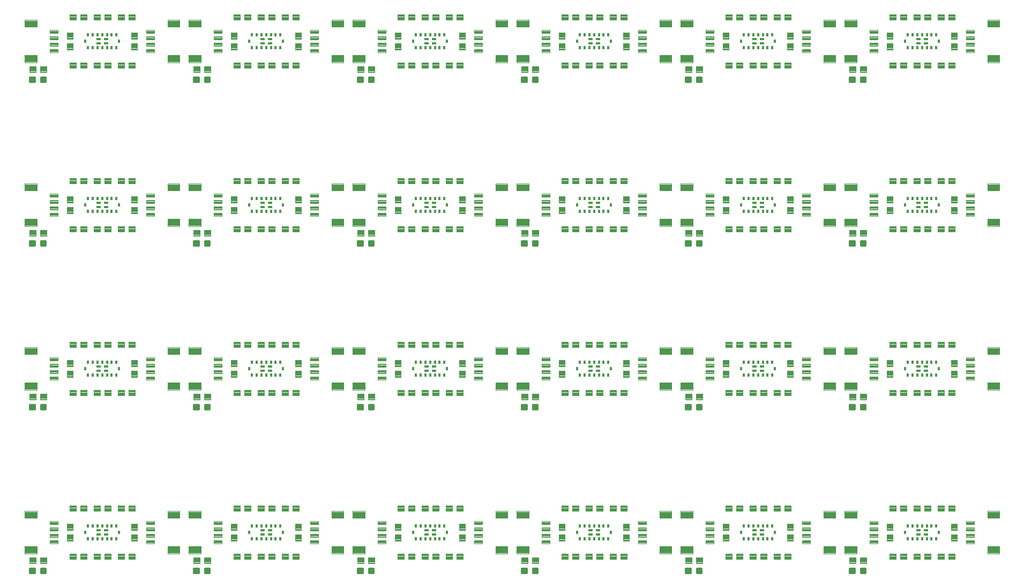
<source format=gtp>
G04 EAGLE Gerber RS-274X export*
G75*
%MOMM*%
%FSLAX34Y34*%
%LPD*%
%INSolderpaste Top*%
%IPPOS*%
%AMOC8*
5,1,8,0,0,1.08239X$1,22.5*%
G01*
%ADD10C,0.100000*%
%ADD11C,0.096000*%
%ADD12C,0.102000*%
%ADD13C,0.300000*%
%ADD14R,0.650000X0.450000*%
%ADD15R,0.400000X0.500000*%


D10*
X161600Y160600D02*
X151600Y160600D01*
X151600Y169600D01*
X161600Y169600D01*
X161600Y160600D01*
X161600Y161550D02*
X151600Y161550D01*
X151600Y162500D02*
X161600Y162500D01*
X161600Y163450D02*
X151600Y163450D01*
X151600Y164400D02*
X161600Y164400D01*
X161600Y165350D02*
X151600Y165350D01*
X151600Y166300D02*
X161600Y166300D01*
X161600Y167250D02*
X151600Y167250D01*
X151600Y168200D02*
X161600Y168200D01*
X161600Y169150D02*
X151600Y169150D01*
X168600Y160600D02*
X178600Y160600D01*
X168600Y160600D02*
X168600Y169600D01*
X178600Y169600D01*
X178600Y160600D01*
X178600Y161550D02*
X168600Y161550D01*
X168600Y162500D02*
X178600Y162500D01*
X178600Y163450D02*
X168600Y163450D01*
X168600Y164400D02*
X178600Y164400D01*
X178600Y165350D02*
X168600Y165350D01*
X168600Y166300D02*
X178600Y166300D01*
X178600Y167250D02*
X168600Y167250D01*
X168600Y168200D02*
X178600Y168200D01*
X178600Y169150D02*
X168600Y169150D01*
X102400Y169600D02*
X92400Y169600D01*
X102400Y169600D02*
X102400Y160600D01*
X92400Y160600D01*
X92400Y169600D01*
X92400Y161550D02*
X102400Y161550D01*
X102400Y162500D02*
X92400Y162500D01*
X92400Y163450D02*
X102400Y163450D01*
X102400Y164400D02*
X92400Y164400D01*
X92400Y165350D02*
X102400Y165350D01*
X102400Y166300D02*
X92400Y166300D01*
X92400Y167250D02*
X102400Y167250D01*
X102400Y168200D02*
X92400Y168200D01*
X92400Y169150D02*
X102400Y169150D01*
X85400Y169600D02*
X75400Y169600D01*
X85400Y169600D02*
X85400Y160600D01*
X75400Y160600D01*
X75400Y169600D01*
X75400Y161550D02*
X85400Y161550D01*
X85400Y162500D02*
X75400Y162500D01*
X75400Y163450D02*
X85400Y163450D01*
X85400Y164400D02*
X75400Y164400D01*
X75400Y165350D02*
X85400Y165350D01*
X85400Y166300D02*
X75400Y166300D01*
X75400Y167250D02*
X85400Y167250D01*
X85400Y168200D02*
X75400Y168200D01*
X75400Y169150D02*
X85400Y169150D01*
D11*
X4530Y160520D02*
X4530Y149480D01*
X4530Y160520D02*
X23570Y160520D01*
X23570Y149480D01*
X4530Y149480D01*
X4530Y150392D02*
X23570Y150392D01*
X23570Y151304D02*
X4530Y151304D01*
X4530Y152216D02*
X23570Y152216D01*
X23570Y153128D02*
X4530Y153128D01*
X4530Y154040D02*
X23570Y154040D01*
X23570Y154952D02*
X4530Y154952D01*
X4530Y155864D02*
X23570Y155864D01*
X23570Y156776D02*
X4530Y156776D01*
X4530Y157688D02*
X23570Y157688D01*
X23570Y158600D02*
X4530Y158600D01*
X4530Y159512D02*
X23570Y159512D01*
X23570Y160424D02*
X4530Y160424D01*
X4530Y104520D02*
X4530Y93480D01*
X4530Y104520D02*
X23570Y104520D01*
X23570Y93480D01*
X4530Y93480D01*
X4530Y94392D02*
X23570Y94392D01*
X23570Y95304D02*
X4530Y95304D01*
X4530Y96216D02*
X23570Y96216D01*
X23570Y97128D02*
X4530Y97128D01*
X4530Y98040D02*
X23570Y98040D01*
X23570Y98952D02*
X4530Y98952D01*
X4530Y99864D02*
X23570Y99864D01*
X23570Y100776D02*
X4530Y100776D01*
X4530Y101688D02*
X23570Y101688D01*
X23570Y102600D02*
X4530Y102600D01*
X4530Y103512D02*
X23570Y103512D01*
X23570Y104424D02*
X4530Y104424D01*
D12*
X44560Y139510D02*
X44560Y144490D01*
X57040Y144490D01*
X57040Y139510D01*
X44560Y139510D01*
X44560Y140479D02*
X57040Y140479D01*
X57040Y141448D02*
X44560Y141448D01*
X44560Y142417D02*
X57040Y142417D01*
X57040Y143386D02*
X44560Y143386D01*
X44560Y144355D02*
X57040Y144355D01*
X44560Y134490D02*
X44560Y129510D01*
X44560Y134490D02*
X57040Y134490D01*
X57040Y129510D01*
X44560Y129510D01*
X44560Y130479D02*
X57040Y130479D01*
X57040Y131448D02*
X44560Y131448D01*
X44560Y132417D02*
X57040Y132417D01*
X57040Y133386D02*
X44560Y133386D01*
X44560Y134355D02*
X57040Y134355D01*
X44560Y124490D02*
X44560Y119510D01*
X44560Y124490D02*
X57040Y124490D01*
X57040Y119510D01*
X44560Y119510D01*
X44560Y120479D02*
X57040Y120479D01*
X57040Y121448D02*
X44560Y121448D01*
X44560Y122417D02*
X57040Y122417D01*
X57040Y123386D02*
X44560Y123386D01*
X44560Y124355D02*
X57040Y124355D01*
X44560Y114490D02*
X44560Y109510D01*
X44560Y114490D02*
X57040Y114490D01*
X57040Y109510D01*
X44560Y109510D01*
X44560Y110479D02*
X57040Y110479D01*
X57040Y111448D02*
X44560Y111448D01*
X44560Y112417D02*
X57040Y112417D01*
X57040Y113386D02*
X44560Y113386D01*
X44560Y114355D02*
X57040Y114355D01*
D10*
X113500Y84400D02*
X123500Y84400D01*
X113500Y84400D02*
X113500Y93400D01*
X123500Y93400D01*
X123500Y84400D01*
X123500Y85350D02*
X113500Y85350D01*
X113500Y86300D02*
X123500Y86300D01*
X123500Y87250D02*
X113500Y87250D01*
X113500Y88200D02*
X123500Y88200D01*
X123500Y89150D02*
X113500Y89150D01*
X113500Y90100D02*
X123500Y90100D01*
X123500Y91050D02*
X113500Y91050D01*
X113500Y92000D02*
X123500Y92000D01*
X123500Y92950D02*
X113500Y92950D01*
X130500Y84400D02*
X140500Y84400D01*
X130500Y84400D02*
X130500Y93400D01*
X140500Y93400D01*
X140500Y84400D01*
X140500Y85350D02*
X130500Y85350D01*
X130500Y86300D02*
X140500Y86300D01*
X140500Y87250D02*
X130500Y87250D01*
X130500Y88200D02*
X140500Y88200D01*
X140500Y89150D02*
X130500Y89150D01*
X130500Y90100D02*
X140500Y90100D01*
X140500Y91050D02*
X130500Y91050D01*
X130500Y92000D02*
X140500Y92000D01*
X140500Y92950D02*
X130500Y92950D01*
D11*
X249470Y93480D02*
X249470Y104520D01*
X249470Y93480D02*
X230430Y93480D01*
X230430Y104520D01*
X249470Y104520D01*
X249470Y94392D02*
X230430Y94392D01*
X230430Y95304D02*
X249470Y95304D01*
X249470Y96216D02*
X230430Y96216D01*
X230430Y97128D02*
X249470Y97128D01*
X249470Y98040D02*
X230430Y98040D01*
X230430Y98952D02*
X249470Y98952D01*
X249470Y99864D02*
X230430Y99864D01*
X230430Y100776D02*
X249470Y100776D01*
X249470Y101688D02*
X230430Y101688D01*
X230430Y102600D02*
X249470Y102600D01*
X249470Y103512D02*
X230430Y103512D01*
X230430Y104424D02*
X249470Y104424D01*
X249470Y149480D02*
X249470Y160520D01*
X249470Y149480D02*
X230430Y149480D01*
X230430Y160520D01*
X249470Y160520D01*
X249470Y150392D02*
X230430Y150392D01*
X230430Y151304D02*
X249470Y151304D01*
X249470Y152216D02*
X230430Y152216D01*
X230430Y153128D02*
X249470Y153128D01*
X249470Y154040D02*
X230430Y154040D01*
X230430Y154952D02*
X249470Y154952D01*
X249470Y155864D02*
X230430Y155864D01*
X230430Y156776D02*
X249470Y156776D01*
X249470Y157688D02*
X230430Y157688D01*
X230430Y158600D02*
X249470Y158600D01*
X249470Y159512D02*
X230430Y159512D01*
X230430Y160424D02*
X249470Y160424D01*
D12*
X209440Y114490D02*
X209440Y109510D01*
X196960Y109510D01*
X196960Y114490D01*
X209440Y114490D01*
X209440Y110479D02*
X196960Y110479D01*
X196960Y111448D02*
X209440Y111448D01*
X209440Y112417D02*
X196960Y112417D01*
X196960Y113386D02*
X209440Y113386D01*
X209440Y114355D02*
X196960Y114355D01*
X209440Y119510D02*
X209440Y124490D01*
X209440Y119510D02*
X196960Y119510D01*
X196960Y124490D01*
X209440Y124490D01*
X209440Y120479D02*
X196960Y120479D01*
X196960Y121448D02*
X209440Y121448D01*
X209440Y122417D02*
X196960Y122417D01*
X196960Y123386D02*
X209440Y123386D01*
X209440Y124355D02*
X196960Y124355D01*
X209440Y129510D02*
X209440Y134490D01*
X209440Y129510D02*
X196960Y129510D01*
X196960Y134490D01*
X209440Y134490D01*
X209440Y130479D02*
X196960Y130479D01*
X196960Y131448D02*
X209440Y131448D01*
X209440Y132417D02*
X196960Y132417D01*
X196960Y133386D02*
X209440Y133386D01*
X209440Y134355D02*
X196960Y134355D01*
X209440Y139510D02*
X209440Y144490D01*
X209440Y139510D02*
X196960Y139510D01*
X196960Y144490D01*
X209440Y144490D01*
X209440Y140479D02*
X196960Y140479D01*
X196960Y141448D02*
X209440Y141448D01*
X209440Y142417D02*
X196960Y142417D01*
X196960Y143386D02*
X209440Y143386D01*
X209440Y144355D02*
X196960Y144355D01*
D10*
X80700Y123500D02*
X80700Y113500D01*
X71700Y113500D01*
X71700Y123500D01*
X80700Y123500D01*
X80700Y114450D02*
X71700Y114450D01*
X71700Y115400D02*
X80700Y115400D01*
X80700Y116350D02*
X71700Y116350D01*
X71700Y117300D02*
X80700Y117300D01*
X80700Y118250D02*
X71700Y118250D01*
X71700Y119200D02*
X80700Y119200D01*
X80700Y120150D02*
X71700Y120150D01*
X71700Y121100D02*
X80700Y121100D01*
X80700Y122050D02*
X71700Y122050D01*
X71700Y123000D02*
X80700Y123000D01*
X80700Y130500D02*
X80700Y140500D01*
X80700Y130500D02*
X71700Y130500D01*
X71700Y140500D01*
X80700Y140500D01*
X80700Y131450D02*
X71700Y131450D01*
X71700Y132400D02*
X80700Y132400D01*
X80700Y133350D02*
X71700Y133350D01*
X71700Y134300D02*
X80700Y134300D01*
X80700Y135250D02*
X71700Y135250D01*
X71700Y136200D02*
X80700Y136200D01*
X80700Y137150D02*
X71700Y137150D01*
X71700Y138100D02*
X80700Y138100D01*
X80700Y139050D02*
X71700Y139050D01*
X71700Y140000D02*
X80700Y140000D01*
X85400Y84400D02*
X75400Y84400D01*
X75400Y93400D01*
X85400Y93400D01*
X85400Y84400D01*
X85400Y85350D02*
X75400Y85350D01*
X75400Y86300D02*
X85400Y86300D01*
X85400Y87250D02*
X75400Y87250D01*
X75400Y88200D02*
X85400Y88200D01*
X85400Y89150D02*
X75400Y89150D01*
X75400Y90100D02*
X85400Y90100D01*
X85400Y91050D02*
X75400Y91050D01*
X75400Y92000D02*
X85400Y92000D01*
X85400Y92950D02*
X75400Y92950D01*
X92400Y84400D02*
X102400Y84400D01*
X92400Y84400D02*
X92400Y93400D01*
X102400Y93400D01*
X102400Y84400D01*
X102400Y85350D02*
X92400Y85350D01*
X92400Y86300D02*
X102400Y86300D01*
X102400Y87250D02*
X92400Y87250D01*
X92400Y88200D02*
X102400Y88200D01*
X102400Y89150D02*
X92400Y89150D01*
X92400Y90100D02*
X102400Y90100D01*
X102400Y91050D02*
X92400Y91050D01*
X92400Y92000D02*
X102400Y92000D01*
X102400Y92950D02*
X92400Y92950D01*
X151600Y84400D02*
X161600Y84400D01*
X151600Y84400D02*
X151600Y93400D01*
X161600Y93400D01*
X161600Y84400D01*
X161600Y85350D02*
X151600Y85350D01*
X151600Y86300D02*
X161600Y86300D01*
X161600Y87250D02*
X151600Y87250D01*
X151600Y88200D02*
X161600Y88200D01*
X161600Y89150D02*
X151600Y89150D01*
X151600Y90100D02*
X161600Y90100D01*
X161600Y91050D02*
X151600Y91050D01*
X151600Y92000D02*
X161600Y92000D01*
X161600Y92950D02*
X151600Y92950D01*
X168600Y84400D02*
X178600Y84400D01*
X168600Y84400D02*
X168600Y93400D01*
X178600Y93400D01*
X178600Y84400D01*
X178600Y85350D02*
X168600Y85350D01*
X168600Y86300D02*
X178600Y86300D01*
X178600Y87250D02*
X168600Y87250D01*
X168600Y88200D02*
X178600Y88200D01*
X178600Y89150D02*
X168600Y89150D01*
X168600Y90100D02*
X178600Y90100D01*
X178600Y91050D02*
X168600Y91050D01*
X168600Y92000D02*
X178600Y92000D01*
X178600Y92950D02*
X168600Y92950D01*
X21900Y78050D02*
X11900Y78050D01*
X11900Y87050D01*
X21900Y87050D01*
X21900Y78050D01*
X21900Y79000D02*
X11900Y79000D01*
X11900Y79950D02*
X21900Y79950D01*
X21900Y80900D02*
X11900Y80900D01*
X11900Y81850D02*
X21900Y81850D01*
X21900Y82800D02*
X11900Y82800D01*
X11900Y83750D02*
X21900Y83750D01*
X21900Y84700D02*
X11900Y84700D01*
X11900Y85650D02*
X21900Y85650D01*
X21900Y86600D02*
X11900Y86600D01*
X28900Y78050D02*
X38900Y78050D01*
X28900Y78050D02*
X28900Y87050D01*
X38900Y87050D01*
X38900Y78050D01*
X38900Y79000D02*
X28900Y79000D01*
X28900Y79950D02*
X38900Y79950D01*
X38900Y80900D02*
X28900Y80900D01*
X28900Y81850D02*
X38900Y81850D01*
X38900Y82800D02*
X28900Y82800D01*
X28900Y83750D02*
X38900Y83750D01*
X38900Y84700D02*
X28900Y84700D01*
X28900Y85650D02*
X38900Y85650D01*
X38900Y86600D02*
X28900Y86600D01*
D13*
X30670Y69540D02*
X30670Y62540D01*
X30670Y69540D02*
X37670Y69540D01*
X37670Y62540D01*
X30670Y62540D01*
X30670Y65390D02*
X37670Y65390D01*
X37670Y68240D02*
X30670Y68240D01*
X13130Y69540D02*
X13130Y62540D01*
X13130Y69540D02*
X20130Y69540D01*
X20130Y62540D01*
X13130Y62540D01*
X13130Y65390D02*
X20130Y65390D01*
X20130Y68240D02*
X13130Y68240D01*
D14*
X132750Y130250D03*
X121250Y130250D03*
X121250Y123750D03*
X132750Y123750D03*
D15*
X104500Y116500D03*
X112000Y116500D03*
X119500Y116500D03*
X127000Y116500D03*
X134500Y116500D03*
X142000Y116500D03*
X149500Y116500D03*
X153500Y127000D03*
X149500Y137500D03*
X142000Y137500D03*
X134500Y137500D03*
X127000Y137500D03*
X119500Y137500D03*
X112000Y137500D03*
X104500Y137500D03*
X100500Y127000D03*
D10*
X182300Y123500D02*
X182300Y113500D01*
X173300Y113500D01*
X173300Y123500D01*
X182300Y123500D01*
X182300Y114450D02*
X173300Y114450D01*
X173300Y115400D02*
X182300Y115400D01*
X182300Y116350D02*
X173300Y116350D01*
X173300Y117300D02*
X182300Y117300D01*
X182300Y118250D02*
X173300Y118250D01*
X173300Y119200D02*
X182300Y119200D01*
X182300Y120150D02*
X173300Y120150D01*
X173300Y121100D02*
X182300Y121100D01*
X182300Y122050D02*
X173300Y122050D01*
X173300Y123000D02*
X182300Y123000D01*
X182300Y130500D02*
X182300Y140500D01*
X182300Y130500D02*
X173300Y130500D01*
X173300Y140500D01*
X182300Y140500D01*
X182300Y131450D02*
X173300Y131450D01*
X173300Y132400D02*
X182300Y132400D01*
X182300Y133350D02*
X173300Y133350D01*
X173300Y134300D02*
X182300Y134300D01*
X182300Y135250D02*
X173300Y135250D01*
X173300Y136200D02*
X182300Y136200D01*
X182300Y137150D02*
X173300Y137150D01*
X173300Y138100D02*
X182300Y138100D01*
X182300Y139050D02*
X173300Y139050D01*
X173300Y140000D02*
X182300Y140000D01*
X140500Y169600D02*
X130500Y169600D01*
X140500Y169600D02*
X140500Y160600D01*
X130500Y160600D01*
X130500Y169600D01*
X130500Y161550D02*
X140500Y161550D01*
X140500Y162500D02*
X130500Y162500D01*
X130500Y163450D02*
X140500Y163450D01*
X140500Y164400D02*
X130500Y164400D01*
X130500Y165350D02*
X140500Y165350D01*
X140500Y166300D02*
X130500Y166300D01*
X130500Y167250D02*
X140500Y167250D01*
X140500Y168200D02*
X130500Y168200D01*
X130500Y169150D02*
X140500Y169150D01*
X123500Y169600D02*
X113500Y169600D01*
X123500Y169600D02*
X123500Y160600D01*
X113500Y160600D01*
X113500Y169600D01*
X113500Y161550D02*
X123500Y161550D01*
X123500Y162500D02*
X113500Y162500D01*
X113500Y163450D02*
X123500Y163450D01*
X123500Y164400D02*
X113500Y164400D01*
X113500Y165350D02*
X123500Y165350D01*
X123500Y166300D02*
X113500Y166300D01*
X113500Y167250D02*
X123500Y167250D01*
X123500Y168200D02*
X113500Y168200D01*
X113500Y169150D02*
X123500Y169150D01*
X410680Y160600D02*
X420680Y160600D01*
X410680Y160600D02*
X410680Y169600D01*
X420680Y169600D01*
X420680Y160600D01*
X420680Y161550D02*
X410680Y161550D01*
X410680Y162500D02*
X420680Y162500D01*
X420680Y163450D02*
X410680Y163450D01*
X410680Y164400D02*
X420680Y164400D01*
X420680Y165350D02*
X410680Y165350D01*
X410680Y166300D02*
X420680Y166300D01*
X420680Y167250D02*
X410680Y167250D01*
X410680Y168200D02*
X420680Y168200D01*
X420680Y169150D02*
X410680Y169150D01*
X427680Y160600D02*
X437680Y160600D01*
X427680Y160600D02*
X427680Y169600D01*
X437680Y169600D01*
X437680Y160600D01*
X437680Y161550D02*
X427680Y161550D01*
X427680Y162500D02*
X437680Y162500D01*
X437680Y163450D02*
X427680Y163450D01*
X427680Y164400D02*
X437680Y164400D01*
X437680Y165350D02*
X427680Y165350D01*
X427680Y166300D02*
X437680Y166300D01*
X437680Y167250D02*
X427680Y167250D01*
X427680Y168200D02*
X437680Y168200D01*
X437680Y169150D02*
X427680Y169150D01*
X361480Y169600D02*
X351480Y169600D01*
X361480Y169600D02*
X361480Y160600D01*
X351480Y160600D01*
X351480Y169600D01*
X351480Y161550D02*
X361480Y161550D01*
X361480Y162500D02*
X351480Y162500D01*
X351480Y163450D02*
X361480Y163450D01*
X361480Y164400D02*
X351480Y164400D01*
X351480Y165350D02*
X361480Y165350D01*
X361480Y166300D02*
X351480Y166300D01*
X351480Y167250D02*
X361480Y167250D01*
X361480Y168200D02*
X351480Y168200D01*
X351480Y169150D02*
X361480Y169150D01*
X344480Y169600D02*
X334480Y169600D01*
X344480Y169600D02*
X344480Y160600D01*
X334480Y160600D01*
X334480Y169600D01*
X334480Y161550D02*
X344480Y161550D01*
X344480Y162500D02*
X334480Y162500D01*
X334480Y163450D02*
X344480Y163450D01*
X344480Y164400D02*
X334480Y164400D01*
X334480Y165350D02*
X344480Y165350D01*
X344480Y166300D02*
X334480Y166300D01*
X334480Y167250D02*
X344480Y167250D01*
X344480Y168200D02*
X334480Y168200D01*
X334480Y169150D02*
X344480Y169150D01*
D11*
X263610Y160520D02*
X263610Y149480D01*
X263610Y160520D02*
X282650Y160520D01*
X282650Y149480D01*
X263610Y149480D01*
X263610Y150392D02*
X282650Y150392D01*
X282650Y151304D02*
X263610Y151304D01*
X263610Y152216D02*
X282650Y152216D01*
X282650Y153128D02*
X263610Y153128D01*
X263610Y154040D02*
X282650Y154040D01*
X282650Y154952D02*
X263610Y154952D01*
X263610Y155864D02*
X282650Y155864D01*
X282650Y156776D02*
X263610Y156776D01*
X263610Y157688D02*
X282650Y157688D01*
X282650Y158600D02*
X263610Y158600D01*
X263610Y159512D02*
X282650Y159512D01*
X282650Y160424D02*
X263610Y160424D01*
X263610Y104520D02*
X263610Y93480D01*
X263610Y104520D02*
X282650Y104520D01*
X282650Y93480D01*
X263610Y93480D01*
X263610Y94392D02*
X282650Y94392D01*
X282650Y95304D02*
X263610Y95304D01*
X263610Y96216D02*
X282650Y96216D01*
X282650Y97128D02*
X263610Y97128D01*
X263610Y98040D02*
X282650Y98040D01*
X282650Y98952D02*
X263610Y98952D01*
X263610Y99864D02*
X282650Y99864D01*
X282650Y100776D02*
X263610Y100776D01*
X263610Y101688D02*
X282650Y101688D01*
X282650Y102600D02*
X263610Y102600D01*
X263610Y103512D02*
X282650Y103512D01*
X282650Y104424D02*
X263610Y104424D01*
D12*
X303640Y139510D02*
X303640Y144490D01*
X316120Y144490D01*
X316120Y139510D01*
X303640Y139510D01*
X303640Y140479D02*
X316120Y140479D01*
X316120Y141448D02*
X303640Y141448D01*
X303640Y142417D02*
X316120Y142417D01*
X316120Y143386D02*
X303640Y143386D01*
X303640Y144355D02*
X316120Y144355D01*
X303640Y134490D02*
X303640Y129510D01*
X303640Y134490D02*
X316120Y134490D01*
X316120Y129510D01*
X303640Y129510D01*
X303640Y130479D02*
X316120Y130479D01*
X316120Y131448D02*
X303640Y131448D01*
X303640Y132417D02*
X316120Y132417D01*
X316120Y133386D02*
X303640Y133386D01*
X303640Y134355D02*
X316120Y134355D01*
X303640Y124490D02*
X303640Y119510D01*
X303640Y124490D02*
X316120Y124490D01*
X316120Y119510D01*
X303640Y119510D01*
X303640Y120479D02*
X316120Y120479D01*
X316120Y121448D02*
X303640Y121448D01*
X303640Y122417D02*
X316120Y122417D01*
X316120Y123386D02*
X303640Y123386D01*
X303640Y124355D02*
X316120Y124355D01*
X303640Y114490D02*
X303640Y109510D01*
X303640Y114490D02*
X316120Y114490D01*
X316120Y109510D01*
X303640Y109510D01*
X303640Y110479D02*
X316120Y110479D01*
X316120Y111448D02*
X303640Y111448D01*
X303640Y112417D02*
X316120Y112417D01*
X316120Y113386D02*
X303640Y113386D01*
X303640Y114355D02*
X316120Y114355D01*
D10*
X372580Y84400D02*
X382580Y84400D01*
X372580Y84400D02*
X372580Y93400D01*
X382580Y93400D01*
X382580Y84400D01*
X382580Y85350D02*
X372580Y85350D01*
X372580Y86300D02*
X382580Y86300D01*
X382580Y87250D02*
X372580Y87250D01*
X372580Y88200D02*
X382580Y88200D01*
X382580Y89150D02*
X372580Y89150D01*
X372580Y90100D02*
X382580Y90100D01*
X382580Y91050D02*
X372580Y91050D01*
X372580Y92000D02*
X382580Y92000D01*
X382580Y92950D02*
X372580Y92950D01*
X389580Y84400D02*
X399580Y84400D01*
X389580Y84400D02*
X389580Y93400D01*
X399580Y93400D01*
X399580Y84400D01*
X399580Y85350D02*
X389580Y85350D01*
X389580Y86300D02*
X399580Y86300D01*
X399580Y87250D02*
X389580Y87250D01*
X389580Y88200D02*
X399580Y88200D01*
X399580Y89150D02*
X389580Y89150D01*
X389580Y90100D02*
X399580Y90100D01*
X399580Y91050D02*
X389580Y91050D01*
X389580Y92000D02*
X399580Y92000D01*
X399580Y92950D02*
X389580Y92950D01*
D11*
X508550Y93480D02*
X508550Y104520D01*
X508550Y93480D02*
X489510Y93480D01*
X489510Y104520D01*
X508550Y104520D01*
X508550Y94392D02*
X489510Y94392D01*
X489510Y95304D02*
X508550Y95304D01*
X508550Y96216D02*
X489510Y96216D01*
X489510Y97128D02*
X508550Y97128D01*
X508550Y98040D02*
X489510Y98040D01*
X489510Y98952D02*
X508550Y98952D01*
X508550Y99864D02*
X489510Y99864D01*
X489510Y100776D02*
X508550Y100776D01*
X508550Y101688D02*
X489510Y101688D01*
X489510Y102600D02*
X508550Y102600D01*
X508550Y103512D02*
X489510Y103512D01*
X489510Y104424D02*
X508550Y104424D01*
X508550Y149480D02*
X508550Y160520D01*
X508550Y149480D02*
X489510Y149480D01*
X489510Y160520D01*
X508550Y160520D01*
X508550Y150392D02*
X489510Y150392D01*
X489510Y151304D02*
X508550Y151304D01*
X508550Y152216D02*
X489510Y152216D01*
X489510Y153128D02*
X508550Y153128D01*
X508550Y154040D02*
X489510Y154040D01*
X489510Y154952D02*
X508550Y154952D01*
X508550Y155864D02*
X489510Y155864D01*
X489510Y156776D02*
X508550Y156776D01*
X508550Y157688D02*
X489510Y157688D01*
X489510Y158600D02*
X508550Y158600D01*
X508550Y159512D02*
X489510Y159512D01*
X489510Y160424D02*
X508550Y160424D01*
D12*
X468520Y114490D02*
X468520Y109510D01*
X456040Y109510D01*
X456040Y114490D01*
X468520Y114490D01*
X468520Y110479D02*
X456040Y110479D01*
X456040Y111448D02*
X468520Y111448D01*
X468520Y112417D02*
X456040Y112417D01*
X456040Y113386D02*
X468520Y113386D01*
X468520Y114355D02*
X456040Y114355D01*
X468520Y119510D02*
X468520Y124490D01*
X468520Y119510D02*
X456040Y119510D01*
X456040Y124490D01*
X468520Y124490D01*
X468520Y120479D02*
X456040Y120479D01*
X456040Y121448D02*
X468520Y121448D01*
X468520Y122417D02*
X456040Y122417D01*
X456040Y123386D02*
X468520Y123386D01*
X468520Y124355D02*
X456040Y124355D01*
X468520Y129510D02*
X468520Y134490D01*
X468520Y129510D02*
X456040Y129510D01*
X456040Y134490D01*
X468520Y134490D01*
X468520Y130479D02*
X456040Y130479D01*
X456040Y131448D02*
X468520Y131448D01*
X468520Y132417D02*
X456040Y132417D01*
X456040Y133386D02*
X468520Y133386D01*
X468520Y134355D02*
X456040Y134355D01*
X468520Y139510D02*
X468520Y144490D01*
X468520Y139510D02*
X456040Y139510D01*
X456040Y144490D01*
X468520Y144490D01*
X468520Y140479D02*
X456040Y140479D01*
X456040Y141448D02*
X468520Y141448D01*
X468520Y142417D02*
X456040Y142417D01*
X456040Y143386D02*
X468520Y143386D01*
X468520Y144355D02*
X456040Y144355D01*
D10*
X339780Y123500D02*
X339780Y113500D01*
X330780Y113500D01*
X330780Y123500D01*
X339780Y123500D01*
X339780Y114450D02*
X330780Y114450D01*
X330780Y115400D02*
X339780Y115400D01*
X339780Y116350D02*
X330780Y116350D01*
X330780Y117300D02*
X339780Y117300D01*
X339780Y118250D02*
X330780Y118250D01*
X330780Y119200D02*
X339780Y119200D01*
X339780Y120150D02*
X330780Y120150D01*
X330780Y121100D02*
X339780Y121100D01*
X339780Y122050D02*
X330780Y122050D01*
X330780Y123000D02*
X339780Y123000D01*
X339780Y130500D02*
X339780Y140500D01*
X339780Y130500D02*
X330780Y130500D01*
X330780Y140500D01*
X339780Y140500D01*
X339780Y131450D02*
X330780Y131450D01*
X330780Y132400D02*
X339780Y132400D01*
X339780Y133350D02*
X330780Y133350D01*
X330780Y134300D02*
X339780Y134300D01*
X339780Y135250D02*
X330780Y135250D01*
X330780Y136200D02*
X339780Y136200D01*
X339780Y137150D02*
X330780Y137150D01*
X330780Y138100D02*
X339780Y138100D01*
X339780Y139050D02*
X330780Y139050D01*
X330780Y140000D02*
X339780Y140000D01*
X344480Y84400D02*
X334480Y84400D01*
X334480Y93400D01*
X344480Y93400D01*
X344480Y84400D01*
X344480Y85350D02*
X334480Y85350D01*
X334480Y86300D02*
X344480Y86300D01*
X344480Y87250D02*
X334480Y87250D01*
X334480Y88200D02*
X344480Y88200D01*
X344480Y89150D02*
X334480Y89150D01*
X334480Y90100D02*
X344480Y90100D01*
X344480Y91050D02*
X334480Y91050D01*
X334480Y92000D02*
X344480Y92000D01*
X344480Y92950D02*
X334480Y92950D01*
X351480Y84400D02*
X361480Y84400D01*
X351480Y84400D02*
X351480Y93400D01*
X361480Y93400D01*
X361480Y84400D01*
X361480Y85350D02*
X351480Y85350D01*
X351480Y86300D02*
X361480Y86300D01*
X361480Y87250D02*
X351480Y87250D01*
X351480Y88200D02*
X361480Y88200D01*
X361480Y89150D02*
X351480Y89150D01*
X351480Y90100D02*
X361480Y90100D01*
X361480Y91050D02*
X351480Y91050D01*
X351480Y92000D02*
X361480Y92000D01*
X361480Y92950D02*
X351480Y92950D01*
X410680Y84400D02*
X420680Y84400D01*
X410680Y84400D02*
X410680Y93400D01*
X420680Y93400D01*
X420680Y84400D01*
X420680Y85350D02*
X410680Y85350D01*
X410680Y86300D02*
X420680Y86300D01*
X420680Y87250D02*
X410680Y87250D01*
X410680Y88200D02*
X420680Y88200D01*
X420680Y89150D02*
X410680Y89150D01*
X410680Y90100D02*
X420680Y90100D01*
X420680Y91050D02*
X410680Y91050D01*
X410680Y92000D02*
X420680Y92000D01*
X420680Y92950D02*
X410680Y92950D01*
X427680Y84400D02*
X437680Y84400D01*
X427680Y84400D02*
X427680Y93400D01*
X437680Y93400D01*
X437680Y84400D01*
X437680Y85350D02*
X427680Y85350D01*
X427680Y86300D02*
X437680Y86300D01*
X437680Y87250D02*
X427680Y87250D01*
X427680Y88200D02*
X437680Y88200D01*
X437680Y89150D02*
X427680Y89150D01*
X427680Y90100D02*
X437680Y90100D01*
X437680Y91050D02*
X427680Y91050D01*
X427680Y92000D02*
X437680Y92000D01*
X437680Y92950D02*
X427680Y92950D01*
X280980Y78050D02*
X270980Y78050D01*
X270980Y87050D01*
X280980Y87050D01*
X280980Y78050D01*
X280980Y79000D02*
X270980Y79000D01*
X270980Y79950D02*
X280980Y79950D01*
X280980Y80900D02*
X270980Y80900D01*
X270980Y81850D02*
X280980Y81850D01*
X280980Y82800D02*
X270980Y82800D01*
X270980Y83750D02*
X280980Y83750D01*
X280980Y84700D02*
X270980Y84700D01*
X270980Y85650D02*
X280980Y85650D01*
X280980Y86600D02*
X270980Y86600D01*
X287980Y78050D02*
X297980Y78050D01*
X287980Y78050D02*
X287980Y87050D01*
X297980Y87050D01*
X297980Y78050D01*
X297980Y79000D02*
X287980Y79000D01*
X287980Y79950D02*
X297980Y79950D01*
X297980Y80900D02*
X287980Y80900D01*
X287980Y81850D02*
X297980Y81850D01*
X297980Y82800D02*
X287980Y82800D01*
X287980Y83750D02*
X297980Y83750D01*
X297980Y84700D02*
X287980Y84700D01*
X287980Y85650D02*
X297980Y85650D01*
X297980Y86600D02*
X287980Y86600D01*
D13*
X289750Y69540D02*
X289750Y62540D01*
X289750Y69540D02*
X296750Y69540D01*
X296750Y62540D01*
X289750Y62540D01*
X289750Y65390D02*
X296750Y65390D01*
X296750Y68240D02*
X289750Y68240D01*
X272210Y69540D02*
X272210Y62540D01*
X272210Y69540D02*
X279210Y69540D01*
X279210Y62540D01*
X272210Y62540D01*
X272210Y65390D02*
X279210Y65390D01*
X279210Y68240D02*
X272210Y68240D01*
D14*
X391830Y130250D03*
X380330Y130250D03*
X380330Y123750D03*
X391830Y123750D03*
D15*
X363580Y116500D03*
X371080Y116500D03*
X378580Y116500D03*
X386080Y116500D03*
X393580Y116500D03*
X401080Y116500D03*
X408580Y116500D03*
X412580Y127000D03*
X408580Y137500D03*
X401080Y137500D03*
X393580Y137500D03*
X386080Y137500D03*
X378580Y137500D03*
X371080Y137500D03*
X363580Y137500D03*
X359580Y127000D03*
D10*
X441380Y123500D02*
X441380Y113500D01*
X432380Y113500D01*
X432380Y123500D01*
X441380Y123500D01*
X441380Y114450D02*
X432380Y114450D01*
X432380Y115400D02*
X441380Y115400D01*
X441380Y116350D02*
X432380Y116350D01*
X432380Y117300D02*
X441380Y117300D01*
X441380Y118250D02*
X432380Y118250D01*
X432380Y119200D02*
X441380Y119200D01*
X441380Y120150D02*
X432380Y120150D01*
X432380Y121100D02*
X441380Y121100D01*
X441380Y122050D02*
X432380Y122050D01*
X432380Y123000D02*
X441380Y123000D01*
X441380Y130500D02*
X441380Y140500D01*
X441380Y130500D02*
X432380Y130500D01*
X432380Y140500D01*
X441380Y140500D01*
X441380Y131450D02*
X432380Y131450D01*
X432380Y132400D02*
X441380Y132400D01*
X441380Y133350D02*
X432380Y133350D01*
X432380Y134300D02*
X441380Y134300D01*
X441380Y135250D02*
X432380Y135250D01*
X432380Y136200D02*
X441380Y136200D01*
X441380Y137150D02*
X432380Y137150D01*
X432380Y138100D02*
X441380Y138100D01*
X441380Y139050D02*
X432380Y139050D01*
X432380Y140000D02*
X441380Y140000D01*
X399580Y169600D02*
X389580Y169600D01*
X399580Y169600D02*
X399580Y160600D01*
X389580Y160600D01*
X389580Y169600D01*
X389580Y161550D02*
X399580Y161550D01*
X399580Y162500D02*
X389580Y162500D01*
X389580Y163450D02*
X399580Y163450D01*
X399580Y164400D02*
X389580Y164400D01*
X389580Y165350D02*
X399580Y165350D01*
X399580Y166300D02*
X389580Y166300D01*
X389580Y167250D02*
X399580Y167250D01*
X399580Y168200D02*
X389580Y168200D01*
X389580Y169150D02*
X399580Y169150D01*
X382580Y169600D02*
X372580Y169600D01*
X382580Y169600D02*
X382580Y160600D01*
X372580Y160600D01*
X372580Y169600D01*
X372580Y161550D02*
X382580Y161550D01*
X382580Y162500D02*
X372580Y162500D01*
X372580Y163450D02*
X382580Y163450D01*
X382580Y164400D02*
X372580Y164400D01*
X372580Y165350D02*
X382580Y165350D01*
X382580Y166300D02*
X372580Y166300D01*
X372580Y167250D02*
X382580Y167250D01*
X382580Y168200D02*
X372580Y168200D01*
X372580Y169150D02*
X382580Y169150D01*
X669760Y160600D02*
X679760Y160600D01*
X669760Y160600D02*
X669760Y169600D01*
X679760Y169600D01*
X679760Y160600D01*
X679760Y161550D02*
X669760Y161550D01*
X669760Y162500D02*
X679760Y162500D01*
X679760Y163450D02*
X669760Y163450D01*
X669760Y164400D02*
X679760Y164400D01*
X679760Y165350D02*
X669760Y165350D01*
X669760Y166300D02*
X679760Y166300D01*
X679760Y167250D02*
X669760Y167250D01*
X669760Y168200D02*
X679760Y168200D01*
X679760Y169150D02*
X669760Y169150D01*
X686760Y160600D02*
X696760Y160600D01*
X686760Y160600D02*
X686760Y169600D01*
X696760Y169600D01*
X696760Y160600D01*
X696760Y161550D02*
X686760Y161550D01*
X686760Y162500D02*
X696760Y162500D01*
X696760Y163450D02*
X686760Y163450D01*
X686760Y164400D02*
X696760Y164400D01*
X696760Y165350D02*
X686760Y165350D01*
X686760Y166300D02*
X696760Y166300D01*
X696760Y167250D02*
X686760Y167250D01*
X686760Y168200D02*
X696760Y168200D01*
X696760Y169150D02*
X686760Y169150D01*
X620560Y169600D02*
X610560Y169600D01*
X620560Y169600D02*
X620560Y160600D01*
X610560Y160600D01*
X610560Y169600D01*
X610560Y161550D02*
X620560Y161550D01*
X620560Y162500D02*
X610560Y162500D01*
X610560Y163450D02*
X620560Y163450D01*
X620560Y164400D02*
X610560Y164400D01*
X610560Y165350D02*
X620560Y165350D01*
X620560Y166300D02*
X610560Y166300D01*
X610560Y167250D02*
X620560Y167250D01*
X620560Y168200D02*
X610560Y168200D01*
X610560Y169150D02*
X620560Y169150D01*
X603560Y169600D02*
X593560Y169600D01*
X603560Y169600D02*
X603560Y160600D01*
X593560Y160600D01*
X593560Y169600D01*
X593560Y161550D02*
X603560Y161550D01*
X603560Y162500D02*
X593560Y162500D01*
X593560Y163450D02*
X603560Y163450D01*
X603560Y164400D02*
X593560Y164400D01*
X593560Y165350D02*
X603560Y165350D01*
X603560Y166300D02*
X593560Y166300D01*
X593560Y167250D02*
X603560Y167250D01*
X603560Y168200D02*
X593560Y168200D01*
X593560Y169150D02*
X603560Y169150D01*
D11*
X522690Y160520D02*
X522690Y149480D01*
X522690Y160520D02*
X541730Y160520D01*
X541730Y149480D01*
X522690Y149480D01*
X522690Y150392D02*
X541730Y150392D01*
X541730Y151304D02*
X522690Y151304D01*
X522690Y152216D02*
X541730Y152216D01*
X541730Y153128D02*
X522690Y153128D01*
X522690Y154040D02*
X541730Y154040D01*
X541730Y154952D02*
X522690Y154952D01*
X522690Y155864D02*
X541730Y155864D01*
X541730Y156776D02*
X522690Y156776D01*
X522690Y157688D02*
X541730Y157688D01*
X541730Y158600D02*
X522690Y158600D01*
X522690Y159512D02*
X541730Y159512D01*
X541730Y160424D02*
X522690Y160424D01*
X522690Y104520D02*
X522690Y93480D01*
X522690Y104520D02*
X541730Y104520D01*
X541730Y93480D01*
X522690Y93480D01*
X522690Y94392D02*
X541730Y94392D01*
X541730Y95304D02*
X522690Y95304D01*
X522690Y96216D02*
X541730Y96216D01*
X541730Y97128D02*
X522690Y97128D01*
X522690Y98040D02*
X541730Y98040D01*
X541730Y98952D02*
X522690Y98952D01*
X522690Y99864D02*
X541730Y99864D01*
X541730Y100776D02*
X522690Y100776D01*
X522690Y101688D02*
X541730Y101688D01*
X541730Y102600D02*
X522690Y102600D01*
X522690Y103512D02*
X541730Y103512D01*
X541730Y104424D02*
X522690Y104424D01*
D12*
X562720Y139510D02*
X562720Y144490D01*
X575200Y144490D01*
X575200Y139510D01*
X562720Y139510D01*
X562720Y140479D02*
X575200Y140479D01*
X575200Y141448D02*
X562720Y141448D01*
X562720Y142417D02*
X575200Y142417D01*
X575200Y143386D02*
X562720Y143386D01*
X562720Y144355D02*
X575200Y144355D01*
X562720Y134490D02*
X562720Y129510D01*
X562720Y134490D02*
X575200Y134490D01*
X575200Y129510D01*
X562720Y129510D01*
X562720Y130479D02*
X575200Y130479D01*
X575200Y131448D02*
X562720Y131448D01*
X562720Y132417D02*
X575200Y132417D01*
X575200Y133386D02*
X562720Y133386D01*
X562720Y134355D02*
X575200Y134355D01*
X562720Y124490D02*
X562720Y119510D01*
X562720Y124490D02*
X575200Y124490D01*
X575200Y119510D01*
X562720Y119510D01*
X562720Y120479D02*
X575200Y120479D01*
X575200Y121448D02*
X562720Y121448D01*
X562720Y122417D02*
X575200Y122417D01*
X575200Y123386D02*
X562720Y123386D01*
X562720Y124355D02*
X575200Y124355D01*
X562720Y114490D02*
X562720Y109510D01*
X562720Y114490D02*
X575200Y114490D01*
X575200Y109510D01*
X562720Y109510D01*
X562720Y110479D02*
X575200Y110479D01*
X575200Y111448D02*
X562720Y111448D01*
X562720Y112417D02*
X575200Y112417D01*
X575200Y113386D02*
X562720Y113386D01*
X562720Y114355D02*
X575200Y114355D01*
D10*
X631660Y84400D02*
X641660Y84400D01*
X631660Y84400D02*
X631660Y93400D01*
X641660Y93400D01*
X641660Y84400D01*
X641660Y85350D02*
X631660Y85350D01*
X631660Y86300D02*
X641660Y86300D01*
X641660Y87250D02*
X631660Y87250D01*
X631660Y88200D02*
X641660Y88200D01*
X641660Y89150D02*
X631660Y89150D01*
X631660Y90100D02*
X641660Y90100D01*
X641660Y91050D02*
X631660Y91050D01*
X631660Y92000D02*
X641660Y92000D01*
X641660Y92950D02*
X631660Y92950D01*
X648660Y84400D02*
X658660Y84400D01*
X648660Y84400D02*
X648660Y93400D01*
X658660Y93400D01*
X658660Y84400D01*
X658660Y85350D02*
X648660Y85350D01*
X648660Y86300D02*
X658660Y86300D01*
X658660Y87250D02*
X648660Y87250D01*
X648660Y88200D02*
X658660Y88200D01*
X658660Y89150D02*
X648660Y89150D01*
X648660Y90100D02*
X658660Y90100D01*
X658660Y91050D02*
X648660Y91050D01*
X648660Y92000D02*
X658660Y92000D01*
X658660Y92950D02*
X648660Y92950D01*
D11*
X767630Y93480D02*
X767630Y104520D01*
X767630Y93480D02*
X748590Y93480D01*
X748590Y104520D01*
X767630Y104520D01*
X767630Y94392D02*
X748590Y94392D01*
X748590Y95304D02*
X767630Y95304D01*
X767630Y96216D02*
X748590Y96216D01*
X748590Y97128D02*
X767630Y97128D01*
X767630Y98040D02*
X748590Y98040D01*
X748590Y98952D02*
X767630Y98952D01*
X767630Y99864D02*
X748590Y99864D01*
X748590Y100776D02*
X767630Y100776D01*
X767630Y101688D02*
X748590Y101688D01*
X748590Y102600D02*
X767630Y102600D01*
X767630Y103512D02*
X748590Y103512D01*
X748590Y104424D02*
X767630Y104424D01*
X767630Y149480D02*
X767630Y160520D01*
X767630Y149480D02*
X748590Y149480D01*
X748590Y160520D01*
X767630Y160520D01*
X767630Y150392D02*
X748590Y150392D01*
X748590Y151304D02*
X767630Y151304D01*
X767630Y152216D02*
X748590Y152216D01*
X748590Y153128D02*
X767630Y153128D01*
X767630Y154040D02*
X748590Y154040D01*
X748590Y154952D02*
X767630Y154952D01*
X767630Y155864D02*
X748590Y155864D01*
X748590Y156776D02*
X767630Y156776D01*
X767630Y157688D02*
X748590Y157688D01*
X748590Y158600D02*
X767630Y158600D01*
X767630Y159512D02*
X748590Y159512D01*
X748590Y160424D02*
X767630Y160424D01*
D12*
X727600Y114490D02*
X727600Y109510D01*
X715120Y109510D01*
X715120Y114490D01*
X727600Y114490D01*
X727600Y110479D02*
X715120Y110479D01*
X715120Y111448D02*
X727600Y111448D01*
X727600Y112417D02*
X715120Y112417D01*
X715120Y113386D02*
X727600Y113386D01*
X727600Y114355D02*
X715120Y114355D01*
X727600Y119510D02*
X727600Y124490D01*
X727600Y119510D02*
X715120Y119510D01*
X715120Y124490D01*
X727600Y124490D01*
X727600Y120479D02*
X715120Y120479D01*
X715120Y121448D02*
X727600Y121448D01*
X727600Y122417D02*
X715120Y122417D01*
X715120Y123386D02*
X727600Y123386D01*
X727600Y124355D02*
X715120Y124355D01*
X727600Y129510D02*
X727600Y134490D01*
X727600Y129510D02*
X715120Y129510D01*
X715120Y134490D01*
X727600Y134490D01*
X727600Y130479D02*
X715120Y130479D01*
X715120Y131448D02*
X727600Y131448D01*
X727600Y132417D02*
X715120Y132417D01*
X715120Y133386D02*
X727600Y133386D01*
X727600Y134355D02*
X715120Y134355D01*
X727600Y139510D02*
X727600Y144490D01*
X727600Y139510D02*
X715120Y139510D01*
X715120Y144490D01*
X727600Y144490D01*
X727600Y140479D02*
X715120Y140479D01*
X715120Y141448D02*
X727600Y141448D01*
X727600Y142417D02*
X715120Y142417D01*
X715120Y143386D02*
X727600Y143386D01*
X727600Y144355D02*
X715120Y144355D01*
D10*
X598860Y123500D02*
X598860Y113500D01*
X589860Y113500D01*
X589860Y123500D01*
X598860Y123500D01*
X598860Y114450D02*
X589860Y114450D01*
X589860Y115400D02*
X598860Y115400D01*
X598860Y116350D02*
X589860Y116350D01*
X589860Y117300D02*
X598860Y117300D01*
X598860Y118250D02*
X589860Y118250D01*
X589860Y119200D02*
X598860Y119200D01*
X598860Y120150D02*
X589860Y120150D01*
X589860Y121100D02*
X598860Y121100D01*
X598860Y122050D02*
X589860Y122050D01*
X589860Y123000D02*
X598860Y123000D01*
X598860Y130500D02*
X598860Y140500D01*
X598860Y130500D02*
X589860Y130500D01*
X589860Y140500D01*
X598860Y140500D01*
X598860Y131450D02*
X589860Y131450D01*
X589860Y132400D02*
X598860Y132400D01*
X598860Y133350D02*
X589860Y133350D01*
X589860Y134300D02*
X598860Y134300D01*
X598860Y135250D02*
X589860Y135250D01*
X589860Y136200D02*
X598860Y136200D01*
X598860Y137150D02*
X589860Y137150D01*
X589860Y138100D02*
X598860Y138100D01*
X598860Y139050D02*
X589860Y139050D01*
X589860Y140000D02*
X598860Y140000D01*
X603560Y84400D02*
X593560Y84400D01*
X593560Y93400D01*
X603560Y93400D01*
X603560Y84400D01*
X603560Y85350D02*
X593560Y85350D01*
X593560Y86300D02*
X603560Y86300D01*
X603560Y87250D02*
X593560Y87250D01*
X593560Y88200D02*
X603560Y88200D01*
X603560Y89150D02*
X593560Y89150D01*
X593560Y90100D02*
X603560Y90100D01*
X603560Y91050D02*
X593560Y91050D01*
X593560Y92000D02*
X603560Y92000D01*
X603560Y92950D02*
X593560Y92950D01*
X610560Y84400D02*
X620560Y84400D01*
X610560Y84400D02*
X610560Y93400D01*
X620560Y93400D01*
X620560Y84400D01*
X620560Y85350D02*
X610560Y85350D01*
X610560Y86300D02*
X620560Y86300D01*
X620560Y87250D02*
X610560Y87250D01*
X610560Y88200D02*
X620560Y88200D01*
X620560Y89150D02*
X610560Y89150D01*
X610560Y90100D02*
X620560Y90100D01*
X620560Y91050D02*
X610560Y91050D01*
X610560Y92000D02*
X620560Y92000D01*
X620560Y92950D02*
X610560Y92950D01*
X669760Y84400D02*
X679760Y84400D01*
X669760Y84400D02*
X669760Y93400D01*
X679760Y93400D01*
X679760Y84400D01*
X679760Y85350D02*
X669760Y85350D01*
X669760Y86300D02*
X679760Y86300D01*
X679760Y87250D02*
X669760Y87250D01*
X669760Y88200D02*
X679760Y88200D01*
X679760Y89150D02*
X669760Y89150D01*
X669760Y90100D02*
X679760Y90100D01*
X679760Y91050D02*
X669760Y91050D01*
X669760Y92000D02*
X679760Y92000D01*
X679760Y92950D02*
X669760Y92950D01*
X686760Y84400D02*
X696760Y84400D01*
X686760Y84400D02*
X686760Y93400D01*
X696760Y93400D01*
X696760Y84400D01*
X696760Y85350D02*
X686760Y85350D01*
X686760Y86300D02*
X696760Y86300D01*
X696760Y87250D02*
X686760Y87250D01*
X686760Y88200D02*
X696760Y88200D01*
X696760Y89150D02*
X686760Y89150D01*
X686760Y90100D02*
X696760Y90100D01*
X696760Y91050D02*
X686760Y91050D01*
X686760Y92000D02*
X696760Y92000D01*
X696760Y92950D02*
X686760Y92950D01*
X540060Y78050D02*
X530060Y78050D01*
X530060Y87050D01*
X540060Y87050D01*
X540060Y78050D01*
X540060Y79000D02*
X530060Y79000D01*
X530060Y79950D02*
X540060Y79950D01*
X540060Y80900D02*
X530060Y80900D01*
X530060Y81850D02*
X540060Y81850D01*
X540060Y82800D02*
X530060Y82800D01*
X530060Y83750D02*
X540060Y83750D01*
X540060Y84700D02*
X530060Y84700D01*
X530060Y85650D02*
X540060Y85650D01*
X540060Y86600D02*
X530060Y86600D01*
X547060Y78050D02*
X557060Y78050D01*
X547060Y78050D02*
X547060Y87050D01*
X557060Y87050D01*
X557060Y78050D01*
X557060Y79000D02*
X547060Y79000D01*
X547060Y79950D02*
X557060Y79950D01*
X557060Y80900D02*
X547060Y80900D01*
X547060Y81850D02*
X557060Y81850D01*
X557060Y82800D02*
X547060Y82800D01*
X547060Y83750D02*
X557060Y83750D01*
X557060Y84700D02*
X547060Y84700D01*
X547060Y85650D02*
X557060Y85650D01*
X557060Y86600D02*
X547060Y86600D01*
D13*
X548830Y69540D02*
X548830Y62540D01*
X548830Y69540D02*
X555830Y69540D01*
X555830Y62540D01*
X548830Y62540D01*
X548830Y65390D02*
X555830Y65390D01*
X555830Y68240D02*
X548830Y68240D01*
X531290Y69540D02*
X531290Y62540D01*
X531290Y69540D02*
X538290Y69540D01*
X538290Y62540D01*
X531290Y62540D01*
X531290Y65390D02*
X538290Y65390D01*
X538290Y68240D02*
X531290Y68240D01*
D14*
X650910Y130250D03*
X639410Y130250D03*
X639410Y123750D03*
X650910Y123750D03*
D15*
X622660Y116500D03*
X630160Y116500D03*
X637660Y116500D03*
X645160Y116500D03*
X652660Y116500D03*
X660160Y116500D03*
X667660Y116500D03*
X671660Y127000D03*
X667660Y137500D03*
X660160Y137500D03*
X652660Y137500D03*
X645160Y137500D03*
X637660Y137500D03*
X630160Y137500D03*
X622660Y137500D03*
X618660Y127000D03*
D10*
X700460Y123500D02*
X700460Y113500D01*
X691460Y113500D01*
X691460Y123500D01*
X700460Y123500D01*
X700460Y114450D02*
X691460Y114450D01*
X691460Y115400D02*
X700460Y115400D01*
X700460Y116350D02*
X691460Y116350D01*
X691460Y117300D02*
X700460Y117300D01*
X700460Y118250D02*
X691460Y118250D01*
X691460Y119200D02*
X700460Y119200D01*
X700460Y120150D02*
X691460Y120150D01*
X691460Y121100D02*
X700460Y121100D01*
X700460Y122050D02*
X691460Y122050D01*
X691460Y123000D02*
X700460Y123000D01*
X700460Y130500D02*
X700460Y140500D01*
X700460Y130500D02*
X691460Y130500D01*
X691460Y140500D01*
X700460Y140500D01*
X700460Y131450D02*
X691460Y131450D01*
X691460Y132400D02*
X700460Y132400D01*
X700460Y133350D02*
X691460Y133350D01*
X691460Y134300D02*
X700460Y134300D01*
X700460Y135250D02*
X691460Y135250D01*
X691460Y136200D02*
X700460Y136200D01*
X700460Y137150D02*
X691460Y137150D01*
X691460Y138100D02*
X700460Y138100D01*
X700460Y139050D02*
X691460Y139050D01*
X691460Y140000D02*
X700460Y140000D01*
X658660Y169600D02*
X648660Y169600D01*
X658660Y169600D02*
X658660Y160600D01*
X648660Y160600D01*
X648660Y169600D01*
X648660Y161550D02*
X658660Y161550D01*
X658660Y162500D02*
X648660Y162500D01*
X648660Y163450D02*
X658660Y163450D01*
X658660Y164400D02*
X648660Y164400D01*
X648660Y165350D02*
X658660Y165350D01*
X658660Y166300D02*
X648660Y166300D01*
X648660Y167250D02*
X658660Y167250D01*
X658660Y168200D02*
X648660Y168200D01*
X648660Y169150D02*
X658660Y169150D01*
X641660Y169600D02*
X631660Y169600D01*
X641660Y169600D02*
X641660Y160600D01*
X631660Y160600D01*
X631660Y169600D01*
X631660Y161550D02*
X641660Y161550D01*
X641660Y162500D02*
X631660Y162500D01*
X631660Y163450D02*
X641660Y163450D01*
X641660Y164400D02*
X631660Y164400D01*
X631660Y165350D02*
X641660Y165350D01*
X641660Y166300D02*
X631660Y166300D01*
X631660Y167250D02*
X641660Y167250D01*
X641660Y168200D02*
X631660Y168200D01*
X631660Y169150D02*
X641660Y169150D01*
X928840Y160600D02*
X938840Y160600D01*
X928840Y160600D02*
X928840Y169600D01*
X938840Y169600D01*
X938840Y160600D01*
X938840Y161550D02*
X928840Y161550D01*
X928840Y162500D02*
X938840Y162500D01*
X938840Y163450D02*
X928840Y163450D01*
X928840Y164400D02*
X938840Y164400D01*
X938840Y165350D02*
X928840Y165350D01*
X928840Y166300D02*
X938840Y166300D01*
X938840Y167250D02*
X928840Y167250D01*
X928840Y168200D02*
X938840Y168200D01*
X938840Y169150D02*
X928840Y169150D01*
X945840Y160600D02*
X955840Y160600D01*
X945840Y160600D02*
X945840Y169600D01*
X955840Y169600D01*
X955840Y160600D01*
X955840Y161550D02*
X945840Y161550D01*
X945840Y162500D02*
X955840Y162500D01*
X955840Y163450D02*
X945840Y163450D01*
X945840Y164400D02*
X955840Y164400D01*
X955840Y165350D02*
X945840Y165350D01*
X945840Y166300D02*
X955840Y166300D01*
X955840Y167250D02*
X945840Y167250D01*
X945840Y168200D02*
X955840Y168200D01*
X955840Y169150D02*
X945840Y169150D01*
X879640Y169600D02*
X869640Y169600D01*
X879640Y169600D02*
X879640Y160600D01*
X869640Y160600D01*
X869640Y169600D01*
X869640Y161550D02*
X879640Y161550D01*
X879640Y162500D02*
X869640Y162500D01*
X869640Y163450D02*
X879640Y163450D01*
X879640Y164400D02*
X869640Y164400D01*
X869640Y165350D02*
X879640Y165350D01*
X879640Y166300D02*
X869640Y166300D01*
X869640Y167250D02*
X879640Y167250D01*
X879640Y168200D02*
X869640Y168200D01*
X869640Y169150D02*
X879640Y169150D01*
X862640Y169600D02*
X852640Y169600D01*
X862640Y169600D02*
X862640Y160600D01*
X852640Y160600D01*
X852640Y169600D01*
X852640Y161550D02*
X862640Y161550D01*
X862640Y162500D02*
X852640Y162500D01*
X852640Y163450D02*
X862640Y163450D01*
X862640Y164400D02*
X852640Y164400D01*
X852640Y165350D02*
X862640Y165350D01*
X862640Y166300D02*
X852640Y166300D01*
X852640Y167250D02*
X862640Y167250D01*
X862640Y168200D02*
X852640Y168200D01*
X852640Y169150D02*
X862640Y169150D01*
D11*
X781770Y160520D02*
X781770Y149480D01*
X781770Y160520D02*
X800810Y160520D01*
X800810Y149480D01*
X781770Y149480D01*
X781770Y150392D02*
X800810Y150392D01*
X800810Y151304D02*
X781770Y151304D01*
X781770Y152216D02*
X800810Y152216D01*
X800810Y153128D02*
X781770Y153128D01*
X781770Y154040D02*
X800810Y154040D01*
X800810Y154952D02*
X781770Y154952D01*
X781770Y155864D02*
X800810Y155864D01*
X800810Y156776D02*
X781770Y156776D01*
X781770Y157688D02*
X800810Y157688D01*
X800810Y158600D02*
X781770Y158600D01*
X781770Y159512D02*
X800810Y159512D01*
X800810Y160424D02*
X781770Y160424D01*
X781770Y104520D02*
X781770Y93480D01*
X781770Y104520D02*
X800810Y104520D01*
X800810Y93480D01*
X781770Y93480D01*
X781770Y94392D02*
X800810Y94392D01*
X800810Y95304D02*
X781770Y95304D01*
X781770Y96216D02*
X800810Y96216D01*
X800810Y97128D02*
X781770Y97128D01*
X781770Y98040D02*
X800810Y98040D01*
X800810Y98952D02*
X781770Y98952D01*
X781770Y99864D02*
X800810Y99864D01*
X800810Y100776D02*
X781770Y100776D01*
X781770Y101688D02*
X800810Y101688D01*
X800810Y102600D02*
X781770Y102600D01*
X781770Y103512D02*
X800810Y103512D01*
X800810Y104424D02*
X781770Y104424D01*
D12*
X821800Y139510D02*
X821800Y144490D01*
X834280Y144490D01*
X834280Y139510D01*
X821800Y139510D01*
X821800Y140479D02*
X834280Y140479D01*
X834280Y141448D02*
X821800Y141448D01*
X821800Y142417D02*
X834280Y142417D01*
X834280Y143386D02*
X821800Y143386D01*
X821800Y144355D02*
X834280Y144355D01*
X821800Y134490D02*
X821800Y129510D01*
X821800Y134490D02*
X834280Y134490D01*
X834280Y129510D01*
X821800Y129510D01*
X821800Y130479D02*
X834280Y130479D01*
X834280Y131448D02*
X821800Y131448D01*
X821800Y132417D02*
X834280Y132417D01*
X834280Y133386D02*
X821800Y133386D01*
X821800Y134355D02*
X834280Y134355D01*
X821800Y124490D02*
X821800Y119510D01*
X821800Y124490D02*
X834280Y124490D01*
X834280Y119510D01*
X821800Y119510D01*
X821800Y120479D02*
X834280Y120479D01*
X834280Y121448D02*
X821800Y121448D01*
X821800Y122417D02*
X834280Y122417D01*
X834280Y123386D02*
X821800Y123386D01*
X821800Y124355D02*
X834280Y124355D01*
X821800Y114490D02*
X821800Y109510D01*
X821800Y114490D02*
X834280Y114490D01*
X834280Y109510D01*
X821800Y109510D01*
X821800Y110479D02*
X834280Y110479D01*
X834280Y111448D02*
X821800Y111448D01*
X821800Y112417D02*
X834280Y112417D01*
X834280Y113386D02*
X821800Y113386D01*
X821800Y114355D02*
X834280Y114355D01*
D10*
X890740Y84400D02*
X900740Y84400D01*
X890740Y84400D02*
X890740Y93400D01*
X900740Y93400D01*
X900740Y84400D01*
X900740Y85350D02*
X890740Y85350D01*
X890740Y86300D02*
X900740Y86300D01*
X900740Y87250D02*
X890740Y87250D01*
X890740Y88200D02*
X900740Y88200D01*
X900740Y89150D02*
X890740Y89150D01*
X890740Y90100D02*
X900740Y90100D01*
X900740Y91050D02*
X890740Y91050D01*
X890740Y92000D02*
X900740Y92000D01*
X900740Y92950D02*
X890740Y92950D01*
X907740Y84400D02*
X917740Y84400D01*
X907740Y84400D02*
X907740Y93400D01*
X917740Y93400D01*
X917740Y84400D01*
X917740Y85350D02*
X907740Y85350D01*
X907740Y86300D02*
X917740Y86300D01*
X917740Y87250D02*
X907740Y87250D01*
X907740Y88200D02*
X917740Y88200D01*
X917740Y89150D02*
X907740Y89150D01*
X907740Y90100D02*
X917740Y90100D01*
X917740Y91050D02*
X907740Y91050D01*
X907740Y92000D02*
X917740Y92000D01*
X917740Y92950D02*
X907740Y92950D01*
D11*
X1026710Y93480D02*
X1026710Y104520D01*
X1026710Y93480D02*
X1007670Y93480D01*
X1007670Y104520D01*
X1026710Y104520D01*
X1026710Y94392D02*
X1007670Y94392D01*
X1007670Y95304D02*
X1026710Y95304D01*
X1026710Y96216D02*
X1007670Y96216D01*
X1007670Y97128D02*
X1026710Y97128D01*
X1026710Y98040D02*
X1007670Y98040D01*
X1007670Y98952D02*
X1026710Y98952D01*
X1026710Y99864D02*
X1007670Y99864D01*
X1007670Y100776D02*
X1026710Y100776D01*
X1026710Y101688D02*
X1007670Y101688D01*
X1007670Y102600D02*
X1026710Y102600D01*
X1026710Y103512D02*
X1007670Y103512D01*
X1007670Y104424D02*
X1026710Y104424D01*
X1026710Y149480D02*
X1026710Y160520D01*
X1026710Y149480D02*
X1007670Y149480D01*
X1007670Y160520D01*
X1026710Y160520D01*
X1026710Y150392D02*
X1007670Y150392D01*
X1007670Y151304D02*
X1026710Y151304D01*
X1026710Y152216D02*
X1007670Y152216D01*
X1007670Y153128D02*
X1026710Y153128D01*
X1026710Y154040D02*
X1007670Y154040D01*
X1007670Y154952D02*
X1026710Y154952D01*
X1026710Y155864D02*
X1007670Y155864D01*
X1007670Y156776D02*
X1026710Y156776D01*
X1026710Y157688D02*
X1007670Y157688D01*
X1007670Y158600D02*
X1026710Y158600D01*
X1026710Y159512D02*
X1007670Y159512D01*
X1007670Y160424D02*
X1026710Y160424D01*
D12*
X986680Y114490D02*
X986680Y109510D01*
X974200Y109510D01*
X974200Y114490D01*
X986680Y114490D01*
X986680Y110479D02*
X974200Y110479D01*
X974200Y111448D02*
X986680Y111448D01*
X986680Y112417D02*
X974200Y112417D01*
X974200Y113386D02*
X986680Y113386D01*
X986680Y114355D02*
X974200Y114355D01*
X986680Y119510D02*
X986680Y124490D01*
X986680Y119510D02*
X974200Y119510D01*
X974200Y124490D01*
X986680Y124490D01*
X986680Y120479D02*
X974200Y120479D01*
X974200Y121448D02*
X986680Y121448D01*
X986680Y122417D02*
X974200Y122417D01*
X974200Y123386D02*
X986680Y123386D01*
X986680Y124355D02*
X974200Y124355D01*
X986680Y129510D02*
X986680Y134490D01*
X986680Y129510D02*
X974200Y129510D01*
X974200Y134490D01*
X986680Y134490D01*
X986680Y130479D02*
X974200Y130479D01*
X974200Y131448D02*
X986680Y131448D01*
X986680Y132417D02*
X974200Y132417D01*
X974200Y133386D02*
X986680Y133386D01*
X986680Y134355D02*
X974200Y134355D01*
X986680Y139510D02*
X986680Y144490D01*
X986680Y139510D02*
X974200Y139510D01*
X974200Y144490D01*
X986680Y144490D01*
X986680Y140479D02*
X974200Y140479D01*
X974200Y141448D02*
X986680Y141448D01*
X986680Y142417D02*
X974200Y142417D01*
X974200Y143386D02*
X986680Y143386D01*
X986680Y144355D02*
X974200Y144355D01*
D10*
X857940Y123500D02*
X857940Y113500D01*
X848940Y113500D01*
X848940Y123500D01*
X857940Y123500D01*
X857940Y114450D02*
X848940Y114450D01*
X848940Y115400D02*
X857940Y115400D01*
X857940Y116350D02*
X848940Y116350D01*
X848940Y117300D02*
X857940Y117300D01*
X857940Y118250D02*
X848940Y118250D01*
X848940Y119200D02*
X857940Y119200D01*
X857940Y120150D02*
X848940Y120150D01*
X848940Y121100D02*
X857940Y121100D01*
X857940Y122050D02*
X848940Y122050D01*
X848940Y123000D02*
X857940Y123000D01*
X857940Y130500D02*
X857940Y140500D01*
X857940Y130500D02*
X848940Y130500D01*
X848940Y140500D01*
X857940Y140500D01*
X857940Y131450D02*
X848940Y131450D01*
X848940Y132400D02*
X857940Y132400D01*
X857940Y133350D02*
X848940Y133350D01*
X848940Y134300D02*
X857940Y134300D01*
X857940Y135250D02*
X848940Y135250D01*
X848940Y136200D02*
X857940Y136200D01*
X857940Y137150D02*
X848940Y137150D01*
X848940Y138100D02*
X857940Y138100D01*
X857940Y139050D02*
X848940Y139050D01*
X848940Y140000D02*
X857940Y140000D01*
X862640Y84400D02*
X852640Y84400D01*
X852640Y93400D01*
X862640Y93400D01*
X862640Y84400D01*
X862640Y85350D02*
X852640Y85350D01*
X852640Y86300D02*
X862640Y86300D01*
X862640Y87250D02*
X852640Y87250D01*
X852640Y88200D02*
X862640Y88200D01*
X862640Y89150D02*
X852640Y89150D01*
X852640Y90100D02*
X862640Y90100D01*
X862640Y91050D02*
X852640Y91050D01*
X852640Y92000D02*
X862640Y92000D01*
X862640Y92950D02*
X852640Y92950D01*
X869640Y84400D02*
X879640Y84400D01*
X869640Y84400D02*
X869640Y93400D01*
X879640Y93400D01*
X879640Y84400D01*
X879640Y85350D02*
X869640Y85350D01*
X869640Y86300D02*
X879640Y86300D01*
X879640Y87250D02*
X869640Y87250D01*
X869640Y88200D02*
X879640Y88200D01*
X879640Y89150D02*
X869640Y89150D01*
X869640Y90100D02*
X879640Y90100D01*
X879640Y91050D02*
X869640Y91050D01*
X869640Y92000D02*
X879640Y92000D01*
X879640Y92950D02*
X869640Y92950D01*
X928840Y84400D02*
X938840Y84400D01*
X928840Y84400D02*
X928840Y93400D01*
X938840Y93400D01*
X938840Y84400D01*
X938840Y85350D02*
X928840Y85350D01*
X928840Y86300D02*
X938840Y86300D01*
X938840Y87250D02*
X928840Y87250D01*
X928840Y88200D02*
X938840Y88200D01*
X938840Y89150D02*
X928840Y89150D01*
X928840Y90100D02*
X938840Y90100D01*
X938840Y91050D02*
X928840Y91050D01*
X928840Y92000D02*
X938840Y92000D01*
X938840Y92950D02*
X928840Y92950D01*
X945840Y84400D02*
X955840Y84400D01*
X945840Y84400D02*
X945840Y93400D01*
X955840Y93400D01*
X955840Y84400D01*
X955840Y85350D02*
X945840Y85350D01*
X945840Y86300D02*
X955840Y86300D01*
X955840Y87250D02*
X945840Y87250D01*
X945840Y88200D02*
X955840Y88200D01*
X955840Y89150D02*
X945840Y89150D01*
X945840Y90100D02*
X955840Y90100D01*
X955840Y91050D02*
X945840Y91050D01*
X945840Y92000D02*
X955840Y92000D01*
X955840Y92950D02*
X945840Y92950D01*
X799140Y78050D02*
X789140Y78050D01*
X789140Y87050D01*
X799140Y87050D01*
X799140Y78050D01*
X799140Y79000D02*
X789140Y79000D01*
X789140Y79950D02*
X799140Y79950D01*
X799140Y80900D02*
X789140Y80900D01*
X789140Y81850D02*
X799140Y81850D01*
X799140Y82800D02*
X789140Y82800D01*
X789140Y83750D02*
X799140Y83750D01*
X799140Y84700D02*
X789140Y84700D01*
X789140Y85650D02*
X799140Y85650D01*
X799140Y86600D02*
X789140Y86600D01*
X806140Y78050D02*
X816140Y78050D01*
X806140Y78050D02*
X806140Y87050D01*
X816140Y87050D01*
X816140Y78050D01*
X816140Y79000D02*
X806140Y79000D01*
X806140Y79950D02*
X816140Y79950D01*
X816140Y80900D02*
X806140Y80900D01*
X806140Y81850D02*
X816140Y81850D01*
X816140Y82800D02*
X806140Y82800D01*
X806140Y83750D02*
X816140Y83750D01*
X816140Y84700D02*
X806140Y84700D01*
X806140Y85650D02*
X816140Y85650D01*
X816140Y86600D02*
X806140Y86600D01*
D13*
X807910Y69540D02*
X807910Y62540D01*
X807910Y69540D02*
X814910Y69540D01*
X814910Y62540D01*
X807910Y62540D01*
X807910Y65390D02*
X814910Y65390D01*
X814910Y68240D02*
X807910Y68240D01*
X790370Y69540D02*
X790370Y62540D01*
X790370Y69540D02*
X797370Y69540D01*
X797370Y62540D01*
X790370Y62540D01*
X790370Y65390D02*
X797370Y65390D01*
X797370Y68240D02*
X790370Y68240D01*
D14*
X909990Y130250D03*
X898490Y130250D03*
X898490Y123750D03*
X909990Y123750D03*
D15*
X881740Y116500D03*
X889240Y116500D03*
X896740Y116500D03*
X904240Y116500D03*
X911740Y116500D03*
X919240Y116500D03*
X926740Y116500D03*
X930740Y127000D03*
X926740Y137500D03*
X919240Y137500D03*
X911740Y137500D03*
X904240Y137500D03*
X896740Y137500D03*
X889240Y137500D03*
X881740Y137500D03*
X877740Y127000D03*
D10*
X959540Y123500D02*
X959540Y113500D01*
X950540Y113500D01*
X950540Y123500D01*
X959540Y123500D01*
X959540Y114450D02*
X950540Y114450D01*
X950540Y115400D02*
X959540Y115400D01*
X959540Y116350D02*
X950540Y116350D01*
X950540Y117300D02*
X959540Y117300D01*
X959540Y118250D02*
X950540Y118250D01*
X950540Y119200D02*
X959540Y119200D01*
X959540Y120150D02*
X950540Y120150D01*
X950540Y121100D02*
X959540Y121100D01*
X959540Y122050D02*
X950540Y122050D01*
X950540Y123000D02*
X959540Y123000D01*
X959540Y130500D02*
X959540Y140500D01*
X959540Y130500D02*
X950540Y130500D01*
X950540Y140500D01*
X959540Y140500D01*
X959540Y131450D02*
X950540Y131450D01*
X950540Y132400D02*
X959540Y132400D01*
X959540Y133350D02*
X950540Y133350D01*
X950540Y134300D02*
X959540Y134300D01*
X959540Y135250D02*
X950540Y135250D01*
X950540Y136200D02*
X959540Y136200D01*
X959540Y137150D02*
X950540Y137150D01*
X950540Y138100D02*
X959540Y138100D01*
X959540Y139050D02*
X950540Y139050D01*
X950540Y140000D02*
X959540Y140000D01*
X917740Y169600D02*
X907740Y169600D01*
X917740Y169600D02*
X917740Y160600D01*
X907740Y160600D01*
X907740Y169600D01*
X907740Y161550D02*
X917740Y161550D01*
X917740Y162500D02*
X907740Y162500D01*
X907740Y163450D02*
X917740Y163450D01*
X917740Y164400D02*
X907740Y164400D01*
X907740Y165350D02*
X917740Y165350D01*
X917740Y166300D02*
X907740Y166300D01*
X907740Y167250D02*
X917740Y167250D01*
X917740Y168200D02*
X907740Y168200D01*
X907740Y169150D02*
X917740Y169150D01*
X900740Y169600D02*
X890740Y169600D01*
X900740Y169600D02*
X900740Y160600D01*
X890740Y160600D01*
X890740Y169600D01*
X890740Y161550D02*
X900740Y161550D01*
X900740Y162500D02*
X890740Y162500D01*
X890740Y163450D02*
X900740Y163450D01*
X900740Y164400D02*
X890740Y164400D01*
X890740Y165350D02*
X900740Y165350D01*
X900740Y166300D02*
X890740Y166300D01*
X890740Y167250D02*
X900740Y167250D01*
X900740Y168200D02*
X890740Y168200D01*
X890740Y169150D02*
X900740Y169150D01*
X1187920Y160600D02*
X1197920Y160600D01*
X1187920Y160600D02*
X1187920Y169600D01*
X1197920Y169600D01*
X1197920Y160600D01*
X1197920Y161550D02*
X1187920Y161550D01*
X1187920Y162500D02*
X1197920Y162500D01*
X1197920Y163450D02*
X1187920Y163450D01*
X1187920Y164400D02*
X1197920Y164400D01*
X1197920Y165350D02*
X1187920Y165350D01*
X1187920Y166300D02*
X1197920Y166300D01*
X1197920Y167250D02*
X1187920Y167250D01*
X1187920Y168200D02*
X1197920Y168200D01*
X1197920Y169150D02*
X1187920Y169150D01*
X1204920Y160600D02*
X1214920Y160600D01*
X1204920Y160600D02*
X1204920Y169600D01*
X1214920Y169600D01*
X1214920Y160600D01*
X1214920Y161550D02*
X1204920Y161550D01*
X1204920Y162500D02*
X1214920Y162500D01*
X1214920Y163450D02*
X1204920Y163450D01*
X1204920Y164400D02*
X1214920Y164400D01*
X1214920Y165350D02*
X1204920Y165350D01*
X1204920Y166300D02*
X1214920Y166300D01*
X1214920Y167250D02*
X1204920Y167250D01*
X1204920Y168200D02*
X1214920Y168200D01*
X1214920Y169150D02*
X1204920Y169150D01*
X1138720Y169600D02*
X1128720Y169600D01*
X1138720Y169600D02*
X1138720Y160600D01*
X1128720Y160600D01*
X1128720Y169600D01*
X1128720Y161550D02*
X1138720Y161550D01*
X1138720Y162500D02*
X1128720Y162500D01*
X1128720Y163450D02*
X1138720Y163450D01*
X1138720Y164400D02*
X1128720Y164400D01*
X1128720Y165350D02*
X1138720Y165350D01*
X1138720Y166300D02*
X1128720Y166300D01*
X1128720Y167250D02*
X1138720Y167250D01*
X1138720Y168200D02*
X1128720Y168200D01*
X1128720Y169150D02*
X1138720Y169150D01*
X1121720Y169600D02*
X1111720Y169600D01*
X1121720Y169600D02*
X1121720Y160600D01*
X1111720Y160600D01*
X1111720Y169600D01*
X1111720Y161550D02*
X1121720Y161550D01*
X1121720Y162500D02*
X1111720Y162500D01*
X1111720Y163450D02*
X1121720Y163450D01*
X1121720Y164400D02*
X1111720Y164400D01*
X1111720Y165350D02*
X1121720Y165350D01*
X1121720Y166300D02*
X1111720Y166300D01*
X1111720Y167250D02*
X1121720Y167250D01*
X1121720Y168200D02*
X1111720Y168200D01*
X1111720Y169150D02*
X1121720Y169150D01*
D11*
X1040850Y160520D02*
X1040850Y149480D01*
X1040850Y160520D02*
X1059890Y160520D01*
X1059890Y149480D01*
X1040850Y149480D01*
X1040850Y150392D02*
X1059890Y150392D01*
X1059890Y151304D02*
X1040850Y151304D01*
X1040850Y152216D02*
X1059890Y152216D01*
X1059890Y153128D02*
X1040850Y153128D01*
X1040850Y154040D02*
X1059890Y154040D01*
X1059890Y154952D02*
X1040850Y154952D01*
X1040850Y155864D02*
X1059890Y155864D01*
X1059890Y156776D02*
X1040850Y156776D01*
X1040850Y157688D02*
X1059890Y157688D01*
X1059890Y158600D02*
X1040850Y158600D01*
X1040850Y159512D02*
X1059890Y159512D01*
X1059890Y160424D02*
X1040850Y160424D01*
X1040850Y104520D02*
X1040850Y93480D01*
X1040850Y104520D02*
X1059890Y104520D01*
X1059890Y93480D01*
X1040850Y93480D01*
X1040850Y94392D02*
X1059890Y94392D01*
X1059890Y95304D02*
X1040850Y95304D01*
X1040850Y96216D02*
X1059890Y96216D01*
X1059890Y97128D02*
X1040850Y97128D01*
X1040850Y98040D02*
X1059890Y98040D01*
X1059890Y98952D02*
X1040850Y98952D01*
X1040850Y99864D02*
X1059890Y99864D01*
X1059890Y100776D02*
X1040850Y100776D01*
X1040850Y101688D02*
X1059890Y101688D01*
X1059890Y102600D02*
X1040850Y102600D01*
X1040850Y103512D02*
X1059890Y103512D01*
X1059890Y104424D02*
X1040850Y104424D01*
D12*
X1080880Y139510D02*
X1080880Y144490D01*
X1093360Y144490D01*
X1093360Y139510D01*
X1080880Y139510D01*
X1080880Y140479D02*
X1093360Y140479D01*
X1093360Y141448D02*
X1080880Y141448D01*
X1080880Y142417D02*
X1093360Y142417D01*
X1093360Y143386D02*
X1080880Y143386D01*
X1080880Y144355D02*
X1093360Y144355D01*
X1080880Y134490D02*
X1080880Y129510D01*
X1080880Y134490D02*
X1093360Y134490D01*
X1093360Y129510D01*
X1080880Y129510D01*
X1080880Y130479D02*
X1093360Y130479D01*
X1093360Y131448D02*
X1080880Y131448D01*
X1080880Y132417D02*
X1093360Y132417D01*
X1093360Y133386D02*
X1080880Y133386D01*
X1080880Y134355D02*
X1093360Y134355D01*
X1080880Y124490D02*
X1080880Y119510D01*
X1080880Y124490D02*
X1093360Y124490D01*
X1093360Y119510D01*
X1080880Y119510D01*
X1080880Y120479D02*
X1093360Y120479D01*
X1093360Y121448D02*
X1080880Y121448D01*
X1080880Y122417D02*
X1093360Y122417D01*
X1093360Y123386D02*
X1080880Y123386D01*
X1080880Y124355D02*
X1093360Y124355D01*
X1080880Y114490D02*
X1080880Y109510D01*
X1080880Y114490D02*
X1093360Y114490D01*
X1093360Y109510D01*
X1080880Y109510D01*
X1080880Y110479D02*
X1093360Y110479D01*
X1093360Y111448D02*
X1080880Y111448D01*
X1080880Y112417D02*
X1093360Y112417D01*
X1093360Y113386D02*
X1080880Y113386D01*
X1080880Y114355D02*
X1093360Y114355D01*
D10*
X1149820Y84400D02*
X1159820Y84400D01*
X1149820Y84400D02*
X1149820Y93400D01*
X1159820Y93400D01*
X1159820Y84400D01*
X1159820Y85350D02*
X1149820Y85350D01*
X1149820Y86300D02*
X1159820Y86300D01*
X1159820Y87250D02*
X1149820Y87250D01*
X1149820Y88200D02*
X1159820Y88200D01*
X1159820Y89150D02*
X1149820Y89150D01*
X1149820Y90100D02*
X1159820Y90100D01*
X1159820Y91050D02*
X1149820Y91050D01*
X1149820Y92000D02*
X1159820Y92000D01*
X1159820Y92950D02*
X1149820Y92950D01*
X1166820Y84400D02*
X1176820Y84400D01*
X1166820Y84400D02*
X1166820Y93400D01*
X1176820Y93400D01*
X1176820Y84400D01*
X1176820Y85350D02*
X1166820Y85350D01*
X1166820Y86300D02*
X1176820Y86300D01*
X1176820Y87250D02*
X1166820Y87250D01*
X1166820Y88200D02*
X1176820Y88200D01*
X1176820Y89150D02*
X1166820Y89150D01*
X1166820Y90100D02*
X1176820Y90100D01*
X1176820Y91050D02*
X1166820Y91050D01*
X1166820Y92000D02*
X1176820Y92000D01*
X1176820Y92950D02*
X1166820Y92950D01*
D11*
X1285790Y93480D02*
X1285790Y104520D01*
X1285790Y93480D02*
X1266750Y93480D01*
X1266750Y104520D01*
X1285790Y104520D01*
X1285790Y94392D02*
X1266750Y94392D01*
X1266750Y95304D02*
X1285790Y95304D01*
X1285790Y96216D02*
X1266750Y96216D01*
X1266750Y97128D02*
X1285790Y97128D01*
X1285790Y98040D02*
X1266750Y98040D01*
X1266750Y98952D02*
X1285790Y98952D01*
X1285790Y99864D02*
X1266750Y99864D01*
X1266750Y100776D02*
X1285790Y100776D01*
X1285790Y101688D02*
X1266750Y101688D01*
X1266750Y102600D02*
X1285790Y102600D01*
X1285790Y103512D02*
X1266750Y103512D01*
X1266750Y104424D02*
X1285790Y104424D01*
X1285790Y149480D02*
X1285790Y160520D01*
X1285790Y149480D02*
X1266750Y149480D01*
X1266750Y160520D01*
X1285790Y160520D01*
X1285790Y150392D02*
X1266750Y150392D01*
X1266750Y151304D02*
X1285790Y151304D01*
X1285790Y152216D02*
X1266750Y152216D01*
X1266750Y153128D02*
X1285790Y153128D01*
X1285790Y154040D02*
X1266750Y154040D01*
X1266750Y154952D02*
X1285790Y154952D01*
X1285790Y155864D02*
X1266750Y155864D01*
X1266750Y156776D02*
X1285790Y156776D01*
X1285790Y157688D02*
X1266750Y157688D01*
X1266750Y158600D02*
X1285790Y158600D01*
X1285790Y159512D02*
X1266750Y159512D01*
X1266750Y160424D02*
X1285790Y160424D01*
D12*
X1245760Y114490D02*
X1245760Y109510D01*
X1233280Y109510D01*
X1233280Y114490D01*
X1245760Y114490D01*
X1245760Y110479D02*
X1233280Y110479D01*
X1233280Y111448D02*
X1245760Y111448D01*
X1245760Y112417D02*
X1233280Y112417D01*
X1233280Y113386D02*
X1245760Y113386D01*
X1245760Y114355D02*
X1233280Y114355D01*
X1245760Y119510D02*
X1245760Y124490D01*
X1245760Y119510D02*
X1233280Y119510D01*
X1233280Y124490D01*
X1245760Y124490D01*
X1245760Y120479D02*
X1233280Y120479D01*
X1233280Y121448D02*
X1245760Y121448D01*
X1245760Y122417D02*
X1233280Y122417D01*
X1233280Y123386D02*
X1245760Y123386D01*
X1245760Y124355D02*
X1233280Y124355D01*
X1245760Y129510D02*
X1245760Y134490D01*
X1245760Y129510D02*
X1233280Y129510D01*
X1233280Y134490D01*
X1245760Y134490D01*
X1245760Y130479D02*
X1233280Y130479D01*
X1233280Y131448D02*
X1245760Y131448D01*
X1245760Y132417D02*
X1233280Y132417D01*
X1233280Y133386D02*
X1245760Y133386D01*
X1245760Y134355D02*
X1233280Y134355D01*
X1245760Y139510D02*
X1245760Y144490D01*
X1245760Y139510D02*
X1233280Y139510D01*
X1233280Y144490D01*
X1245760Y144490D01*
X1245760Y140479D02*
X1233280Y140479D01*
X1233280Y141448D02*
X1245760Y141448D01*
X1245760Y142417D02*
X1233280Y142417D01*
X1233280Y143386D02*
X1245760Y143386D01*
X1245760Y144355D02*
X1233280Y144355D01*
D10*
X1117020Y123500D02*
X1117020Y113500D01*
X1108020Y113500D01*
X1108020Y123500D01*
X1117020Y123500D01*
X1117020Y114450D02*
X1108020Y114450D01*
X1108020Y115400D02*
X1117020Y115400D01*
X1117020Y116350D02*
X1108020Y116350D01*
X1108020Y117300D02*
X1117020Y117300D01*
X1117020Y118250D02*
X1108020Y118250D01*
X1108020Y119200D02*
X1117020Y119200D01*
X1117020Y120150D02*
X1108020Y120150D01*
X1108020Y121100D02*
X1117020Y121100D01*
X1117020Y122050D02*
X1108020Y122050D01*
X1108020Y123000D02*
X1117020Y123000D01*
X1117020Y130500D02*
X1117020Y140500D01*
X1117020Y130500D02*
X1108020Y130500D01*
X1108020Y140500D01*
X1117020Y140500D01*
X1117020Y131450D02*
X1108020Y131450D01*
X1108020Y132400D02*
X1117020Y132400D01*
X1117020Y133350D02*
X1108020Y133350D01*
X1108020Y134300D02*
X1117020Y134300D01*
X1117020Y135250D02*
X1108020Y135250D01*
X1108020Y136200D02*
X1117020Y136200D01*
X1117020Y137150D02*
X1108020Y137150D01*
X1108020Y138100D02*
X1117020Y138100D01*
X1117020Y139050D02*
X1108020Y139050D01*
X1108020Y140000D02*
X1117020Y140000D01*
X1121720Y84400D02*
X1111720Y84400D01*
X1111720Y93400D01*
X1121720Y93400D01*
X1121720Y84400D01*
X1121720Y85350D02*
X1111720Y85350D01*
X1111720Y86300D02*
X1121720Y86300D01*
X1121720Y87250D02*
X1111720Y87250D01*
X1111720Y88200D02*
X1121720Y88200D01*
X1121720Y89150D02*
X1111720Y89150D01*
X1111720Y90100D02*
X1121720Y90100D01*
X1121720Y91050D02*
X1111720Y91050D01*
X1111720Y92000D02*
X1121720Y92000D01*
X1121720Y92950D02*
X1111720Y92950D01*
X1128720Y84400D02*
X1138720Y84400D01*
X1128720Y84400D02*
X1128720Y93400D01*
X1138720Y93400D01*
X1138720Y84400D01*
X1138720Y85350D02*
X1128720Y85350D01*
X1128720Y86300D02*
X1138720Y86300D01*
X1138720Y87250D02*
X1128720Y87250D01*
X1128720Y88200D02*
X1138720Y88200D01*
X1138720Y89150D02*
X1128720Y89150D01*
X1128720Y90100D02*
X1138720Y90100D01*
X1138720Y91050D02*
X1128720Y91050D01*
X1128720Y92000D02*
X1138720Y92000D01*
X1138720Y92950D02*
X1128720Y92950D01*
X1187920Y84400D02*
X1197920Y84400D01*
X1187920Y84400D02*
X1187920Y93400D01*
X1197920Y93400D01*
X1197920Y84400D01*
X1197920Y85350D02*
X1187920Y85350D01*
X1187920Y86300D02*
X1197920Y86300D01*
X1197920Y87250D02*
X1187920Y87250D01*
X1187920Y88200D02*
X1197920Y88200D01*
X1197920Y89150D02*
X1187920Y89150D01*
X1187920Y90100D02*
X1197920Y90100D01*
X1197920Y91050D02*
X1187920Y91050D01*
X1187920Y92000D02*
X1197920Y92000D01*
X1197920Y92950D02*
X1187920Y92950D01*
X1204920Y84400D02*
X1214920Y84400D01*
X1204920Y84400D02*
X1204920Y93400D01*
X1214920Y93400D01*
X1214920Y84400D01*
X1214920Y85350D02*
X1204920Y85350D01*
X1204920Y86300D02*
X1214920Y86300D01*
X1214920Y87250D02*
X1204920Y87250D01*
X1204920Y88200D02*
X1214920Y88200D01*
X1214920Y89150D02*
X1204920Y89150D01*
X1204920Y90100D02*
X1214920Y90100D01*
X1214920Y91050D02*
X1204920Y91050D01*
X1204920Y92000D02*
X1214920Y92000D01*
X1214920Y92950D02*
X1204920Y92950D01*
X1058220Y78050D02*
X1048220Y78050D01*
X1048220Y87050D01*
X1058220Y87050D01*
X1058220Y78050D01*
X1058220Y79000D02*
X1048220Y79000D01*
X1048220Y79950D02*
X1058220Y79950D01*
X1058220Y80900D02*
X1048220Y80900D01*
X1048220Y81850D02*
X1058220Y81850D01*
X1058220Y82800D02*
X1048220Y82800D01*
X1048220Y83750D02*
X1058220Y83750D01*
X1058220Y84700D02*
X1048220Y84700D01*
X1048220Y85650D02*
X1058220Y85650D01*
X1058220Y86600D02*
X1048220Y86600D01*
X1065220Y78050D02*
X1075220Y78050D01*
X1065220Y78050D02*
X1065220Y87050D01*
X1075220Y87050D01*
X1075220Y78050D01*
X1075220Y79000D02*
X1065220Y79000D01*
X1065220Y79950D02*
X1075220Y79950D01*
X1075220Y80900D02*
X1065220Y80900D01*
X1065220Y81850D02*
X1075220Y81850D01*
X1075220Y82800D02*
X1065220Y82800D01*
X1065220Y83750D02*
X1075220Y83750D01*
X1075220Y84700D02*
X1065220Y84700D01*
X1065220Y85650D02*
X1075220Y85650D01*
X1075220Y86600D02*
X1065220Y86600D01*
D13*
X1066990Y69540D02*
X1066990Y62540D01*
X1066990Y69540D02*
X1073990Y69540D01*
X1073990Y62540D01*
X1066990Y62540D01*
X1066990Y65390D02*
X1073990Y65390D01*
X1073990Y68240D02*
X1066990Y68240D01*
X1049450Y69540D02*
X1049450Y62540D01*
X1049450Y69540D02*
X1056450Y69540D01*
X1056450Y62540D01*
X1049450Y62540D01*
X1049450Y65390D02*
X1056450Y65390D01*
X1056450Y68240D02*
X1049450Y68240D01*
D14*
X1169070Y130250D03*
X1157570Y130250D03*
X1157570Y123750D03*
X1169070Y123750D03*
D15*
X1140820Y116500D03*
X1148320Y116500D03*
X1155820Y116500D03*
X1163320Y116500D03*
X1170820Y116500D03*
X1178320Y116500D03*
X1185820Y116500D03*
X1189820Y127000D03*
X1185820Y137500D03*
X1178320Y137500D03*
X1170820Y137500D03*
X1163320Y137500D03*
X1155820Y137500D03*
X1148320Y137500D03*
X1140820Y137500D03*
X1136820Y127000D03*
D10*
X1218620Y123500D02*
X1218620Y113500D01*
X1209620Y113500D01*
X1209620Y123500D01*
X1218620Y123500D01*
X1218620Y114450D02*
X1209620Y114450D01*
X1209620Y115400D02*
X1218620Y115400D01*
X1218620Y116350D02*
X1209620Y116350D01*
X1209620Y117300D02*
X1218620Y117300D01*
X1218620Y118250D02*
X1209620Y118250D01*
X1209620Y119200D02*
X1218620Y119200D01*
X1218620Y120150D02*
X1209620Y120150D01*
X1209620Y121100D02*
X1218620Y121100D01*
X1218620Y122050D02*
X1209620Y122050D01*
X1209620Y123000D02*
X1218620Y123000D01*
X1218620Y130500D02*
X1218620Y140500D01*
X1218620Y130500D02*
X1209620Y130500D01*
X1209620Y140500D01*
X1218620Y140500D01*
X1218620Y131450D02*
X1209620Y131450D01*
X1209620Y132400D02*
X1218620Y132400D01*
X1218620Y133350D02*
X1209620Y133350D01*
X1209620Y134300D02*
X1218620Y134300D01*
X1218620Y135250D02*
X1209620Y135250D01*
X1209620Y136200D02*
X1218620Y136200D01*
X1218620Y137150D02*
X1209620Y137150D01*
X1209620Y138100D02*
X1218620Y138100D01*
X1218620Y139050D02*
X1209620Y139050D01*
X1209620Y140000D02*
X1218620Y140000D01*
X1176820Y169600D02*
X1166820Y169600D01*
X1176820Y169600D02*
X1176820Y160600D01*
X1166820Y160600D01*
X1166820Y169600D01*
X1166820Y161550D02*
X1176820Y161550D01*
X1176820Y162500D02*
X1166820Y162500D01*
X1166820Y163450D02*
X1176820Y163450D01*
X1176820Y164400D02*
X1166820Y164400D01*
X1166820Y165350D02*
X1176820Y165350D01*
X1176820Y166300D02*
X1166820Y166300D01*
X1166820Y167250D02*
X1176820Y167250D01*
X1176820Y168200D02*
X1166820Y168200D01*
X1166820Y169150D02*
X1176820Y169150D01*
X1159820Y169600D02*
X1149820Y169600D01*
X1159820Y169600D02*
X1159820Y160600D01*
X1149820Y160600D01*
X1149820Y169600D01*
X1149820Y161550D02*
X1159820Y161550D01*
X1159820Y162500D02*
X1149820Y162500D01*
X1149820Y163450D02*
X1159820Y163450D01*
X1159820Y164400D02*
X1149820Y164400D01*
X1149820Y165350D02*
X1159820Y165350D01*
X1159820Y166300D02*
X1149820Y166300D01*
X1149820Y167250D02*
X1159820Y167250D01*
X1159820Y168200D02*
X1149820Y168200D01*
X1149820Y169150D02*
X1159820Y169150D01*
X1447000Y160600D02*
X1457000Y160600D01*
X1447000Y160600D02*
X1447000Y169600D01*
X1457000Y169600D01*
X1457000Y160600D01*
X1457000Y161550D02*
X1447000Y161550D01*
X1447000Y162500D02*
X1457000Y162500D01*
X1457000Y163450D02*
X1447000Y163450D01*
X1447000Y164400D02*
X1457000Y164400D01*
X1457000Y165350D02*
X1447000Y165350D01*
X1447000Y166300D02*
X1457000Y166300D01*
X1457000Y167250D02*
X1447000Y167250D01*
X1447000Y168200D02*
X1457000Y168200D01*
X1457000Y169150D02*
X1447000Y169150D01*
X1464000Y160600D02*
X1474000Y160600D01*
X1464000Y160600D02*
X1464000Y169600D01*
X1474000Y169600D01*
X1474000Y160600D01*
X1474000Y161550D02*
X1464000Y161550D01*
X1464000Y162500D02*
X1474000Y162500D01*
X1474000Y163450D02*
X1464000Y163450D01*
X1464000Y164400D02*
X1474000Y164400D01*
X1474000Y165350D02*
X1464000Y165350D01*
X1464000Y166300D02*
X1474000Y166300D01*
X1474000Y167250D02*
X1464000Y167250D01*
X1464000Y168200D02*
X1474000Y168200D01*
X1474000Y169150D02*
X1464000Y169150D01*
X1397800Y169600D02*
X1387800Y169600D01*
X1397800Y169600D02*
X1397800Y160600D01*
X1387800Y160600D01*
X1387800Y169600D01*
X1387800Y161550D02*
X1397800Y161550D01*
X1397800Y162500D02*
X1387800Y162500D01*
X1387800Y163450D02*
X1397800Y163450D01*
X1397800Y164400D02*
X1387800Y164400D01*
X1387800Y165350D02*
X1397800Y165350D01*
X1397800Y166300D02*
X1387800Y166300D01*
X1387800Y167250D02*
X1397800Y167250D01*
X1397800Y168200D02*
X1387800Y168200D01*
X1387800Y169150D02*
X1397800Y169150D01*
X1380800Y169600D02*
X1370800Y169600D01*
X1380800Y169600D02*
X1380800Y160600D01*
X1370800Y160600D01*
X1370800Y169600D01*
X1370800Y161550D02*
X1380800Y161550D01*
X1380800Y162500D02*
X1370800Y162500D01*
X1370800Y163450D02*
X1380800Y163450D01*
X1380800Y164400D02*
X1370800Y164400D01*
X1370800Y165350D02*
X1380800Y165350D01*
X1380800Y166300D02*
X1370800Y166300D01*
X1370800Y167250D02*
X1380800Y167250D01*
X1380800Y168200D02*
X1370800Y168200D01*
X1370800Y169150D02*
X1380800Y169150D01*
D11*
X1299930Y160520D02*
X1299930Y149480D01*
X1299930Y160520D02*
X1318970Y160520D01*
X1318970Y149480D01*
X1299930Y149480D01*
X1299930Y150392D02*
X1318970Y150392D01*
X1318970Y151304D02*
X1299930Y151304D01*
X1299930Y152216D02*
X1318970Y152216D01*
X1318970Y153128D02*
X1299930Y153128D01*
X1299930Y154040D02*
X1318970Y154040D01*
X1318970Y154952D02*
X1299930Y154952D01*
X1299930Y155864D02*
X1318970Y155864D01*
X1318970Y156776D02*
X1299930Y156776D01*
X1299930Y157688D02*
X1318970Y157688D01*
X1318970Y158600D02*
X1299930Y158600D01*
X1299930Y159512D02*
X1318970Y159512D01*
X1318970Y160424D02*
X1299930Y160424D01*
X1299930Y104520D02*
X1299930Y93480D01*
X1299930Y104520D02*
X1318970Y104520D01*
X1318970Y93480D01*
X1299930Y93480D01*
X1299930Y94392D02*
X1318970Y94392D01*
X1318970Y95304D02*
X1299930Y95304D01*
X1299930Y96216D02*
X1318970Y96216D01*
X1318970Y97128D02*
X1299930Y97128D01*
X1299930Y98040D02*
X1318970Y98040D01*
X1318970Y98952D02*
X1299930Y98952D01*
X1299930Y99864D02*
X1318970Y99864D01*
X1318970Y100776D02*
X1299930Y100776D01*
X1299930Y101688D02*
X1318970Y101688D01*
X1318970Y102600D02*
X1299930Y102600D01*
X1299930Y103512D02*
X1318970Y103512D01*
X1318970Y104424D02*
X1299930Y104424D01*
D12*
X1339960Y139510D02*
X1339960Y144490D01*
X1352440Y144490D01*
X1352440Y139510D01*
X1339960Y139510D01*
X1339960Y140479D02*
X1352440Y140479D01*
X1352440Y141448D02*
X1339960Y141448D01*
X1339960Y142417D02*
X1352440Y142417D01*
X1352440Y143386D02*
X1339960Y143386D01*
X1339960Y144355D02*
X1352440Y144355D01*
X1339960Y134490D02*
X1339960Y129510D01*
X1339960Y134490D02*
X1352440Y134490D01*
X1352440Y129510D01*
X1339960Y129510D01*
X1339960Y130479D02*
X1352440Y130479D01*
X1352440Y131448D02*
X1339960Y131448D01*
X1339960Y132417D02*
X1352440Y132417D01*
X1352440Y133386D02*
X1339960Y133386D01*
X1339960Y134355D02*
X1352440Y134355D01*
X1339960Y124490D02*
X1339960Y119510D01*
X1339960Y124490D02*
X1352440Y124490D01*
X1352440Y119510D01*
X1339960Y119510D01*
X1339960Y120479D02*
X1352440Y120479D01*
X1352440Y121448D02*
X1339960Y121448D01*
X1339960Y122417D02*
X1352440Y122417D01*
X1352440Y123386D02*
X1339960Y123386D01*
X1339960Y124355D02*
X1352440Y124355D01*
X1339960Y114490D02*
X1339960Y109510D01*
X1339960Y114490D02*
X1352440Y114490D01*
X1352440Y109510D01*
X1339960Y109510D01*
X1339960Y110479D02*
X1352440Y110479D01*
X1352440Y111448D02*
X1339960Y111448D01*
X1339960Y112417D02*
X1352440Y112417D01*
X1352440Y113386D02*
X1339960Y113386D01*
X1339960Y114355D02*
X1352440Y114355D01*
D10*
X1408900Y84400D02*
X1418900Y84400D01*
X1408900Y84400D02*
X1408900Y93400D01*
X1418900Y93400D01*
X1418900Y84400D01*
X1418900Y85350D02*
X1408900Y85350D01*
X1408900Y86300D02*
X1418900Y86300D01*
X1418900Y87250D02*
X1408900Y87250D01*
X1408900Y88200D02*
X1418900Y88200D01*
X1418900Y89150D02*
X1408900Y89150D01*
X1408900Y90100D02*
X1418900Y90100D01*
X1418900Y91050D02*
X1408900Y91050D01*
X1408900Y92000D02*
X1418900Y92000D01*
X1418900Y92950D02*
X1408900Y92950D01*
X1425900Y84400D02*
X1435900Y84400D01*
X1425900Y84400D02*
X1425900Y93400D01*
X1435900Y93400D01*
X1435900Y84400D01*
X1435900Y85350D02*
X1425900Y85350D01*
X1425900Y86300D02*
X1435900Y86300D01*
X1435900Y87250D02*
X1425900Y87250D01*
X1425900Y88200D02*
X1435900Y88200D01*
X1435900Y89150D02*
X1425900Y89150D01*
X1425900Y90100D02*
X1435900Y90100D01*
X1435900Y91050D02*
X1425900Y91050D01*
X1425900Y92000D02*
X1435900Y92000D01*
X1435900Y92950D02*
X1425900Y92950D01*
D11*
X1544870Y93480D02*
X1544870Y104520D01*
X1544870Y93480D02*
X1525830Y93480D01*
X1525830Y104520D01*
X1544870Y104520D01*
X1544870Y94392D02*
X1525830Y94392D01*
X1525830Y95304D02*
X1544870Y95304D01*
X1544870Y96216D02*
X1525830Y96216D01*
X1525830Y97128D02*
X1544870Y97128D01*
X1544870Y98040D02*
X1525830Y98040D01*
X1525830Y98952D02*
X1544870Y98952D01*
X1544870Y99864D02*
X1525830Y99864D01*
X1525830Y100776D02*
X1544870Y100776D01*
X1544870Y101688D02*
X1525830Y101688D01*
X1525830Y102600D02*
X1544870Y102600D01*
X1544870Y103512D02*
X1525830Y103512D01*
X1525830Y104424D02*
X1544870Y104424D01*
X1544870Y149480D02*
X1544870Y160520D01*
X1544870Y149480D02*
X1525830Y149480D01*
X1525830Y160520D01*
X1544870Y160520D01*
X1544870Y150392D02*
X1525830Y150392D01*
X1525830Y151304D02*
X1544870Y151304D01*
X1544870Y152216D02*
X1525830Y152216D01*
X1525830Y153128D02*
X1544870Y153128D01*
X1544870Y154040D02*
X1525830Y154040D01*
X1525830Y154952D02*
X1544870Y154952D01*
X1544870Y155864D02*
X1525830Y155864D01*
X1525830Y156776D02*
X1544870Y156776D01*
X1544870Y157688D02*
X1525830Y157688D01*
X1525830Y158600D02*
X1544870Y158600D01*
X1544870Y159512D02*
X1525830Y159512D01*
X1525830Y160424D02*
X1544870Y160424D01*
D12*
X1504840Y114490D02*
X1504840Y109510D01*
X1492360Y109510D01*
X1492360Y114490D01*
X1504840Y114490D01*
X1504840Y110479D02*
X1492360Y110479D01*
X1492360Y111448D02*
X1504840Y111448D01*
X1504840Y112417D02*
X1492360Y112417D01*
X1492360Y113386D02*
X1504840Y113386D01*
X1504840Y114355D02*
X1492360Y114355D01*
X1504840Y119510D02*
X1504840Y124490D01*
X1504840Y119510D02*
X1492360Y119510D01*
X1492360Y124490D01*
X1504840Y124490D01*
X1504840Y120479D02*
X1492360Y120479D01*
X1492360Y121448D02*
X1504840Y121448D01*
X1504840Y122417D02*
X1492360Y122417D01*
X1492360Y123386D02*
X1504840Y123386D01*
X1504840Y124355D02*
X1492360Y124355D01*
X1504840Y129510D02*
X1504840Y134490D01*
X1504840Y129510D02*
X1492360Y129510D01*
X1492360Y134490D01*
X1504840Y134490D01*
X1504840Y130479D02*
X1492360Y130479D01*
X1492360Y131448D02*
X1504840Y131448D01*
X1504840Y132417D02*
X1492360Y132417D01*
X1492360Y133386D02*
X1504840Y133386D01*
X1504840Y134355D02*
X1492360Y134355D01*
X1504840Y139510D02*
X1504840Y144490D01*
X1504840Y139510D02*
X1492360Y139510D01*
X1492360Y144490D01*
X1504840Y144490D01*
X1504840Y140479D02*
X1492360Y140479D01*
X1492360Y141448D02*
X1504840Y141448D01*
X1504840Y142417D02*
X1492360Y142417D01*
X1492360Y143386D02*
X1504840Y143386D01*
X1504840Y144355D02*
X1492360Y144355D01*
D10*
X1376100Y123500D02*
X1376100Y113500D01*
X1367100Y113500D01*
X1367100Y123500D01*
X1376100Y123500D01*
X1376100Y114450D02*
X1367100Y114450D01*
X1367100Y115400D02*
X1376100Y115400D01*
X1376100Y116350D02*
X1367100Y116350D01*
X1367100Y117300D02*
X1376100Y117300D01*
X1376100Y118250D02*
X1367100Y118250D01*
X1367100Y119200D02*
X1376100Y119200D01*
X1376100Y120150D02*
X1367100Y120150D01*
X1367100Y121100D02*
X1376100Y121100D01*
X1376100Y122050D02*
X1367100Y122050D01*
X1367100Y123000D02*
X1376100Y123000D01*
X1376100Y130500D02*
X1376100Y140500D01*
X1376100Y130500D02*
X1367100Y130500D01*
X1367100Y140500D01*
X1376100Y140500D01*
X1376100Y131450D02*
X1367100Y131450D01*
X1367100Y132400D02*
X1376100Y132400D01*
X1376100Y133350D02*
X1367100Y133350D01*
X1367100Y134300D02*
X1376100Y134300D01*
X1376100Y135250D02*
X1367100Y135250D01*
X1367100Y136200D02*
X1376100Y136200D01*
X1376100Y137150D02*
X1367100Y137150D01*
X1367100Y138100D02*
X1376100Y138100D01*
X1376100Y139050D02*
X1367100Y139050D01*
X1367100Y140000D02*
X1376100Y140000D01*
X1380800Y84400D02*
X1370800Y84400D01*
X1370800Y93400D01*
X1380800Y93400D01*
X1380800Y84400D01*
X1380800Y85350D02*
X1370800Y85350D01*
X1370800Y86300D02*
X1380800Y86300D01*
X1380800Y87250D02*
X1370800Y87250D01*
X1370800Y88200D02*
X1380800Y88200D01*
X1380800Y89150D02*
X1370800Y89150D01*
X1370800Y90100D02*
X1380800Y90100D01*
X1380800Y91050D02*
X1370800Y91050D01*
X1370800Y92000D02*
X1380800Y92000D01*
X1380800Y92950D02*
X1370800Y92950D01*
X1387800Y84400D02*
X1397800Y84400D01*
X1387800Y84400D02*
X1387800Y93400D01*
X1397800Y93400D01*
X1397800Y84400D01*
X1397800Y85350D02*
X1387800Y85350D01*
X1387800Y86300D02*
X1397800Y86300D01*
X1397800Y87250D02*
X1387800Y87250D01*
X1387800Y88200D02*
X1397800Y88200D01*
X1397800Y89150D02*
X1387800Y89150D01*
X1387800Y90100D02*
X1397800Y90100D01*
X1397800Y91050D02*
X1387800Y91050D01*
X1387800Y92000D02*
X1397800Y92000D01*
X1397800Y92950D02*
X1387800Y92950D01*
X1447000Y84400D02*
X1457000Y84400D01*
X1447000Y84400D02*
X1447000Y93400D01*
X1457000Y93400D01*
X1457000Y84400D01*
X1457000Y85350D02*
X1447000Y85350D01*
X1447000Y86300D02*
X1457000Y86300D01*
X1457000Y87250D02*
X1447000Y87250D01*
X1447000Y88200D02*
X1457000Y88200D01*
X1457000Y89150D02*
X1447000Y89150D01*
X1447000Y90100D02*
X1457000Y90100D01*
X1457000Y91050D02*
X1447000Y91050D01*
X1447000Y92000D02*
X1457000Y92000D01*
X1457000Y92950D02*
X1447000Y92950D01*
X1464000Y84400D02*
X1474000Y84400D01*
X1464000Y84400D02*
X1464000Y93400D01*
X1474000Y93400D01*
X1474000Y84400D01*
X1474000Y85350D02*
X1464000Y85350D01*
X1464000Y86300D02*
X1474000Y86300D01*
X1474000Y87250D02*
X1464000Y87250D01*
X1464000Y88200D02*
X1474000Y88200D01*
X1474000Y89150D02*
X1464000Y89150D01*
X1464000Y90100D02*
X1474000Y90100D01*
X1474000Y91050D02*
X1464000Y91050D01*
X1464000Y92000D02*
X1474000Y92000D01*
X1474000Y92950D02*
X1464000Y92950D01*
X1317300Y78050D02*
X1307300Y78050D01*
X1307300Y87050D01*
X1317300Y87050D01*
X1317300Y78050D01*
X1317300Y79000D02*
X1307300Y79000D01*
X1307300Y79950D02*
X1317300Y79950D01*
X1317300Y80900D02*
X1307300Y80900D01*
X1307300Y81850D02*
X1317300Y81850D01*
X1317300Y82800D02*
X1307300Y82800D01*
X1307300Y83750D02*
X1317300Y83750D01*
X1317300Y84700D02*
X1307300Y84700D01*
X1307300Y85650D02*
X1317300Y85650D01*
X1317300Y86600D02*
X1307300Y86600D01*
X1324300Y78050D02*
X1334300Y78050D01*
X1324300Y78050D02*
X1324300Y87050D01*
X1334300Y87050D01*
X1334300Y78050D01*
X1334300Y79000D02*
X1324300Y79000D01*
X1324300Y79950D02*
X1334300Y79950D01*
X1334300Y80900D02*
X1324300Y80900D01*
X1324300Y81850D02*
X1334300Y81850D01*
X1334300Y82800D02*
X1324300Y82800D01*
X1324300Y83750D02*
X1334300Y83750D01*
X1334300Y84700D02*
X1324300Y84700D01*
X1324300Y85650D02*
X1334300Y85650D01*
X1334300Y86600D02*
X1324300Y86600D01*
D13*
X1326070Y69540D02*
X1326070Y62540D01*
X1326070Y69540D02*
X1333070Y69540D01*
X1333070Y62540D01*
X1326070Y62540D01*
X1326070Y65390D02*
X1333070Y65390D01*
X1333070Y68240D02*
X1326070Y68240D01*
X1308530Y69540D02*
X1308530Y62540D01*
X1308530Y69540D02*
X1315530Y69540D01*
X1315530Y62540D01*
X1308530Y62540D01*
X1308530Y65390D02*
X1315530Y65390D01*
X1315530Y68240D02*
X1308530Y68240D01*
D14*
X1428150Y130250D03*
X1416650Y130250D03*
X1416650Y123750D03*
X1428150Y123750D03*
D15*
X1399900Y116500D03*
X1407400Y116500D03*
X1414900Y116500D03*
X1422400Y116500D03*
X1429900Y116500D03*
X1437400Y116500D03*
X1444900Y116500D03*
X1448900Y127000D03*
X1444900Y137500D03*
X1437400Y137500D03*
X1429900Y137500D03*
X1422400Y137500D03*
X1414900Y137500D03*
X1407400Y137500D03*
X1399900Y137500D03*
X1395900Y127000D03*
D10*
X1477700Y123500D02*
X1477700Y113500D01*
X1468700Y113500D01*
X1468700Y123500D01*
X1477700Y123500D01*
X1477700Y114450D02*
X1468700Y114450D01*
X1468700Y115400D02*
X1477700Y115400D01*
X1477700Y116350D02*
X1468700Y116350D01*
X1468700Y117300D02*
X1477700Y117300D01*
X1477700Y118250D02*
X1468700Y118250D01*
X1468700Y119200D02*
X1477700Y119200D01*
X1477700Y120150D02*
X1468700Y120150D01*
X1468700Y121100D02*
X1477700Y121100D01*
X1477700Y122050D02*
X1468700Y122050D01*
X1468700Y123000D02*
X1477700Y123000D01*
X1477700Y130500D02*
X1477700Y140500D01*
X1477700Y130500D02*
X1468700Y130500D01*
X1468700Y140500D01*
X1477700Y140500D01*
X1477700Y131450D02*
X1468700Y131450D01*
X1468700Y132400D02*
X1477700Y132400D01*
X1477700Y133350D02*
X1468700Y133350D01*
X1468700Y134300D02*
X1477700Y134300D01*
X1477700Y135250D02*
X1468700Y135250D01*
X1468700Y136200D02*
X1477700Y136200D01*
X1477700Y137150D02*
X1468700Y137150D01*
X1468700Y138100D02*
X1477700Y138100D01*
X1477700Y139050D02*
X1468700Y139050D01*
X1468700Y140000D02*
X1477700Y140000D01*
X1435900Y169600D02*
X1425900Y169600D01*
X1435900Y169600D02*
X1435900Y160600D01*
X1425900Y160600D01*
X1425900Y169600D01*
X1425900Y161550D02*
X1435900Y161550D01*
X1435900Y162500D02*
X1425900Y162500D01*
X1425900Y163450D02*
X1435900Y163450D01*
X1435900Y164400D02*
X1425900Y164400D01*
X1425900Y165350D02*
X1435900Y165350D01*
X1435900Y166300D02*
X1425900Y166300D01*
X1425900Y167250D02*
X1435900Y167250D01*
X1435900Y168200D02*
X1425900Y168200D01*
X1425900Y169150D02*
X1435900Y169150D01*
X1418900Y169600D02*
X1408900Y169600D01*
X1418900Y169600D02*
X1418900Y160600D01*
X1408900Y160600D01*
X1408900Y169600D01*
X1408900Y161550D02*
X1418900Y161550D01*
X1418900Y162500D02*
X1408900Y162500D01*
X1408900Y163450D02*
X1418900Y163450D01*
X1418900Y164400D02*
X1408900Y164400D01*
X1408900Y165350D02*
X1418900Y165350D01*
X1418900Y166300D02*
X1408900Y166300D01*
X1408900Y167250D02*
X1418900Y167250D01*
X1418900Y168200D02*
X1408900Y168200D01*
X1408900Y169150D02*
X1418900Y169150D01*
X161600Y419680D02*
X151600Y419680D01*
X151600Y428680D01*
X161600Y428680D01*
X161600Y419680D01*
X161600Y420630D02*
X151600Y420630D01*
X151600Y421580D02*
X161600Y421580D01*
X161600Y422530D02*
X151600Y422530D01*
X151600Y423480D02*
X161600Y423480D01*
X161600Y424430D02*
X151600Y424430D01*
X151600Y425380D02*
X161600Y425380D01*
X161600Y426330D02*
X151600Y426330D01*
X151600Y427280D02*
X161600Y427280D01*
X161600Y428230D02*
X151600Y428230D01*
X168600Y419680D02*
X178600Y419680D01*
X168600Y419680D02*
X168600Y428680D01*
X178600Y428680D01*
X178600Y419680D01*
X178600Y420630D02*
X168600Y420630D01*
X168600Y421580D02*
X178600Y421580D01*
X178600Y422530D02*
X168600Y422530D01*
X168600Y423480D02*
X178600Y423480D01*
X178600Y424430D02*
X168600Y424430D01*
X168600Y425380D02*
X178600Y425380D01*
X178600Y426330D02*
X168600Y426330D01*
X168600Y427280D02*
X178600Y427280D01*
X178600Y428230D02*
X168600Y428230D01*
X102400Y428680D02*
X92400Y428680D01*
X102400Y428680D02*
X102400Y419680D01*
X92400Y419680D01*
X92400Y428680D01*
X92400Y420630D02*
X102400Y420630D01*
X102400Y421580D02*
X92400Y421580D01*
X92400Y422530D02*
X102400Y422530D01*
X102400Y423480D02*
X92400Y423480D01*
X92400Y424430D02*
X102400Y424430D01*
X102400Y425380D02*
X92400Y425380D01*
X92400Y426330D02*
X102400Y426330D01*
X102400Y427280D02*
X92400Y427280D01*
X92400Y428230D02*
X102400Y428230D01*
X85400Y428680D02*
X75400Y428680D01*
X85400Y428680D02*
X85400Y419680D01*
X75400Y419680D01*
X75400Y428680D01*
X75400Y420630D02*
X85400Y420630D01*
X85400Y421580D02*
X75400Y421580D01*
X75400Y422530D02*
X85400Y422530D01*
X85400Y423480D02*
X75400Y423480D01*
X75400Y424430D02*
X85400Y424430D01*
X85400Y425380D02*
X75400Y425380D01*
X75400Y426330D02*
X85400Y426330D01*
X85400Y427280D02*
X75400Y427280D01*
X75400Y428230D02*
X85400Y428230D01*
D11*
X4530Y419600D02*
X4530Y408560D01*
X4530Y419600D02*
X23570Y419600D01*
X23570Y408560D01*
X4530Y408560D01*
X4530Y409472D02*
X23570Y409472D01*
X23570Y410384D02*
X4530Y410384D01*
X4530Y411296D02*
X23570Y411296D01*
X23570Y412208D02*
X4530Y412208D01*
X4530Y413120D02*
X23570Y413120D01*
X23570Y414032D02*
X4530Y414032D01*
X4530Y414944D02*
X23570Y414944D01*
X23570Y415856D02*
X4530Y415856D01*
X4530Y416768D02*
X23570Y416768D01*
X23570Y417680D02*
X4530Y417680D01*
X4530Y418592D02*
X23570Y418592D01*
X23570Y419504D02*
X4530Y419504D01*
X4530Y363600D02*
X4530Y352560D01*
X4530Y363600D02*
X23570Y363600D01*
X23570Y352560D01*
X4530Y352560D01*
X4530Y353472D02*
X23570Y353472D01*
X23570Y354384D02*
X4530Y354384D01*
X4530Y355296D02*
X23570Y355296D01*
X23570Y356208D02*
X4530Y356208D01*
X4530Y357120D02*
X23570Y357120D01*
X23570Y358032D02*
X4530Y358032D01*
X4530Y358944D02*
X23570Y358944D01*
X23570Y359856D02*
X4530Y359856D01*
X4530Y360768D02*
X23570Y360768D01*
X23570Y361680D02*
X4530Y361680D01*
X4530Y362592D02*
X23570Y362592D01*
X23570Y363504D02*
X4530Y363504D01*
D12*
X44560Y398590D02*
X44560Y403570D01*
X57040Y403570D01*
X57040Y398590D01*
X44560Y398590D01*
X44560Y399559D02*
X57040Y399559D01*
X57040Y400528D02*
X44560Y400528D01*
X44560Y401497D02*
X57040Y401497D01*
X57040Y402466D02*
X44560Y402466D01*
X44560Y403435D02*
X57040Y403435D01*
X44560Y393570D02*
X44560Y388590D01*
X44560Y393570D02*
X57040Y393570D01*
X57040Y388590D01*
X44560Y388590D01*
X44560Y389559D02*
X57040Y389559D01*
X57040Y390528D02*
X44560Y390528D01*
X44560Y391497D02*
X57040Y391497D01*
X57040Y392466D02*
X44560Y392466D01*
X44560Y393435D02*
X57040Y393435D01*
X44560Y383570D02*
X44560Y378590D01*
X44560Y383570D02*
X57040Y383570D01*
X57040Y378590D01*
X44560Y378590D01*
X44560Y379559D02*
X57040Y379559D01*
X57040Y380528D02*
X44560Y380528D01*
X44560Y381497D02*
X57040Y381497D01*
X57040Y382466D02*
X44560Y382466D01*
X44560Y383435D02*
X57040Y383435D01*
X44560Y373570D02*
X44560Y368590D01*
X44560Y373570D02*
X57040Y373570D01*
X57040Y368590D01*
X44560Y368590D01*
X44560Y369559D02*
X57040Y369559D01*
X57040Y370528D02*
X44560Y370528D01*
X44560Y371497D02*
X57040Y371497D01*
X57040Y372466D02*
X44560Y372466D01*
X44560Y373435D02*
X57040Y373435D01*
D10*
X113500Y343480D02*
X123500Y343480D01*
X113500Y343480D02*
X113500Y352480D01*
X123500Y352480D01*
X123500Y343480D01*
X123500Y344430D02*
X113500Y344430D01*
X113500Y345380D02*
X123500Y345380D01*
X123500Y346330D02*
X113500Y346330D01*
X113500Y347280D02*
X123500Y347280D01*
X123500Y348230D02*
X113500Y348230D01*
X113500Y349180D02*
X123500Y349180D01*
X123500Y350130D02*
X113500Y350130D01*
X113500Y351080D02*
X123500Y351080D01*
X123500Y352030D02*
X113500Y352030D01*
X130500Y343480D02*
X140500Y343480D01*
X130500Y343480D02*
X130500Y352480D01*
X140500Y352480D01*
X140500Y343480D01*
X140500Y344430D02*
X130500Y344430D01*
X130500Y345380D02*
X140500Y345380D01*
X140500Y346330D02*
X130500Y346330D01*
X130500Y347280D02*
X140500Y347280D01*
X140500Y348230D02*
X130500Y348230D01*
X130500Y349180D02*
X140500Y349180D01*
X140500Y350130D02*
X130500Y350130D01*
X130500Y351080D02*
X140500Y351080D01*
X140500Y352030D02*
X130500Y352030D01*
D11*
X249470Y352560D02*
X249470Y363600D01*
X249470Y352560D02*
X230430Y352560D01*
X230430Y363600D01*
X249470Y363600D01*
X249470Y353472D02*
X230430Y353472D01*
X230430Y354384D02*
X249470Y354384D01*
X249470Y355296D02*
X230430Y355296D01*
X230430Y356208D02*
X249470Y356208D01*
X249470Y357120D02*
X230430Y357120D01*
X230430Y358032D02*
X249470Y358032D01*
X249470Y358944D02*
X230430Y358944D01*
X230430Y359856D02*
X249470Y359856D01*
X249470Y360768D02*
X230430Y360768D01*
X230430Y361680D02*
X249470Y361680D01*
X249470Y362592D02*
X230430Y362592D01*
X230430Y363504D02*
X249470Y363504D01*
X249470Y408560D02*
X249470Y419600D01*
X249470Y408560D02*
X230430Y408560D01*
X230430Y419600D01*
X249470Y419600D01*
X249470Y409472D02*
X230430Y409472D01*
X230430Y410384D02*
X249470Y410384D01*
X249470Y411296D02*
X230430Y411296D01*
X230430Y412208D02*
X249470Y412208D01*
X249470Y413120D02*
X230430Y413120D01*
X230430Y414032D02*
X249470Y414032D01*
X249470Y414944D02*
X230430Y414944D01*
X230430Y415856D02*
X249470Y415856D01*
X249470Y416768D02*
X230430Y416768D01*
X230430Y417680D02*
X249470Y417680D01*
X249470Y418592D02*
X230430Y418592D01*
X230430Y419504D02*
X249470Y419504D01*
D12*
X209440Y373570D02*
X209440Y368590D01*
X196960Y368590D01*
X196960Y373570D01*
X209440Y373570D01*
X209440Y369559D02*
X196960Y369559D01*
X196960Y370528D02*
X209440Y370528D01*
X209440Y371497D02*
X196960Y371497D01*
X196960Y372466D02*
X209440Y372466D01*
X209440Y373435D02*
X196960Y373435D01*
X209440Y378590D02*
X209440Y383570D01*
X209440Y378590D02*
X196960Y378590D01*
X196960Y383570D01*
X209440Y383570D01*
X209440Y379559D02*
X196960Y379559D01*
X196960Y380528D02*
X209440Y380528D01*
X209440Y381497D02*
X196960Y381497D01*
X196960Y382466D02*
X209440Y382466D01*
X209440Y383435D02*
X196960Y383435D01*
X209440Y388590D02*
X209440Y393570D01*
X209440Y388590D02*
X196960Y388590D01*
X196960Y393570D01*
X209440Y393570D01*
X209440Y389559D02*
X196960Y389559D01*
X196960Y390528D02*
X209440Y390528D01*
X209440Y391497D02*
X196960Y391497D01*
X196960Y392466D02*
X209440Y392466D01*
X209440Y393435D02*
X196960Y393435D01*
X209440Y398590D02*
X209440Y403570D01*
X209440Y398590D02*
X196960Y398590D01*
X196960Y403570D01*
X209440Y403570D01*
X209440Y399559D02*
X196960Y399559D01*
X196960Y400528D02*
X209440Y400528D01*
X209440Y401497D02*
X196960Y401497D01*
X196960Y402466D02*
X209440Y402466D01*
X209440Y403435D02*
X196960Y403435D01*
D10*
X80700Y382580D02*
X80700Y372580D01*
X71700Y372580D01*
X71700Y382580D01*
X80700Y382580D01*
X80700Y373530D02*
X71700Y373530D01*
X71700Y374480D02*
X80700Y374480D01*
X80700Y375430D02*
X71700Y375430D01*
X71700Y376380D02*
X80700Y376380D01*
X80700Y377330D02*
X71700Y377330D01*
X71700Y378280D02*
X80700Y378280D01*
X80700Y379230D02*
X71700Y379230D01*
X71700Y380180D02*
X80700Y380180D01*
X80700Y381130D02*
X71700Y381130D01*
X71700Y382080D02*
X80700Y382080D01*
X80700Y389580D02*
X80700Y399580D01*
X80700Y389580D02*
X71700Y389580D01*
X71700Y399580D01*
X80700Y399580D01*
X80700Y390530D02*
X71700Y390530D01*
X71700Y391480D02*
X80700Y391480D01*
X80700Y392430D02*
X71700Y392430D01*
X71700Y393380D02*
X80700Y393380D01*
X80700Y394330D02*
X71700Y394330D01*
X71700Y395280D02*
X80700Y395280D01*
X80700Y396230D02*
X71700Y396230D01*
X71700Y397180D02*
X80700Y397180D01*
X80700Y398130D02*
X71700Y398130D01*
X71700Y399080D02*
X80700Y399080D01*
X85400Y343480D02*
X75400Y343480D01*
X75400Y352480D01*
X85400Y352480D01*
X85400Y343480D01*
X85400Y344430D02*
X75400Y344430D01*
X75400Y345380D02*
X85400Y345380D01*
X85400Y346330D02*
X75400Y346330D01*
X75400Y347280D02*
X85400Y347280D01*
X85400Y348230D02*
X75400Y348230D01*
X75400Y349180D02*
X85400Y349180D01*
X85400Y350130D02*
X75400Y350130D01*
X75400Y351080D02*
X85400Y351080D01*
X85400Y352030D02*
X75400Y352030D01*
X92400Y343480D02*
X102400Y343480D01*
X92400Y343480D02*
X92400Y352480D01*
X102400Y352480D01*
X102400Y343480D01*
X102400Y344430D02*
X92400Y344430D01*
X92400Y345380D02*
X102400Y345380D01*
X102400Y346330D02*
X92400Y346330D01*
X92400Y347280D02*
X102400Y347280D01*
X102400Y348230D02*
X92400Y348230D01*
X92400Y349180D02*
X102400Y349180D01*
X102400Y350130D02*
X92400Y350130D01*
X92400Y351080D02*
X102400Y351080D01*
X102400Y352030D02*
X92400Y352030D01*
X151600Y343480D02*
X161600Y343480D01*
X151600Y343480D02*
X151600Y352480D01*
X161600Y352480D01*
X161600Y343480D01*
X161600Y344430D02*
X151600Y344430D01*
X151600Y345380D02*
X161600Y345380D01*
X161600Y346330D02*
X151600Y346330D01*
X151600Y347280D02*
X161600Y347280D01*
X161600Y348230D02*
X151600Y348230D01*
X151600Y349180D02*
X161600Y349180D01*
X161600Y350130D02*
X151600Y350130D01*
X151600Y351080D02*
X161600Y351080D01*
X161600Y352030D02*
X151600Y352030D01*
X168600Y343480D02*
X178600Y343480D01*
X168600Y343480D02*
X168600Y352480D01*
X178600Y352480D01*
X178600Y343480D01*
X178600Y344430D02*
X168600Y344430D01*
X168600Y345380D02*
X178600Y345380D01*
X178600Y346330D02*
X168600Y346330D01*
X168600Y347280D02*
X178600Y347280D01*
X178600Y348230D02*
X168600Y348230D01*
X168600Y349180D02*
X178600Y349180D01*
X178600Y350130D02*
X168600Y350130D01*
X168600Y351080D02*
X178600Y351080D01*
X178600Y352030D02*
X168600Y352030D01*
X21900Y337130D02*
X11900Y337130D01*
X11900Y346130D01*
X21900Y346130D01*
X21900Y337130D01*
X21900Y338080D02*
X11900Y338080D01*
X11900Y339030D02*
X21900Y339030D01*
X21900Y339980D02*
X11900Y339980D01*
X11900Y340930D02*
X21900Y340930D01*
X21900Y341880D02*
X11900Y341880D01*
X11900Y342830D02*
X21900Y342830D01*
X21900Y343780D02*
X11900Y343780D01*
X11900Y344730D02*
X21900Y344730D01*
X21900Y345680D02*
X11900Y345680D01*
X28900Y337130D02*
X38900Y337130D01*
X28900Y337130D02*
X28900Y346130D01*
X38900Y346130D01*
X38900Y337130D01*
X38900Y338080D02*
X28900Y338080D01*
X28900Y339030D02*
X38900Y339030D01*
X38900Y339980D02*
X28900Y339980D01*
X28900Y340930D02*
X38900Y340930D01*
X38900Y341880D02*
X28900Y341880D01*
X28900Y342830D02*
X38900Y342830D01*
X38900Y343780D02*
X28900Y343780D01*
X28900Y344730D02*
X38900Y344730D01*
X38900Y345680D02*
X28900Y345680D01*
D13*
X30670Y328620D02*
X30670Y321620D01*
X30670Y328620D02*
X37670Y328620D01*
X37670Y321620D01*
X30670Y321620D01*
X30670Y324470D02*
X37670Y324470D01*
X37670Y327320D02*
X30670Y327320D01*
X13130Y328620D02*
X13130Y321620D01*
X13130Y328620D02*
X20130Y328620D01*
X20130Y321620D01*
X13130Y321620D01*
X13130Y324470D02*
X20130Y324470D01*
X20130Y327320D02*
X13130Y327320D01*
D14*
X132750Y389330D03*
X121250Y389330D03*
X121250Y382830D03*
X132750Y382830D03*
D15*
X104500Y375580D03*
X112000Y375580D03*
X119500Y375580D03*
X127000Y375580D03*
X134500Y375580D03*
X142000Y375580D03*
X149500Y375580D03*
X153500Y386080D03*
X149500Y396580D03*
X142000Y396580D03*
X134500Y396580D03*
X127000Y396580D03*
X119500Y396580D03*
X112000Y396580D03*
X104500Y396580D03*
X100500Y386080D03*
D10*
X182300Y382580D02*
X182300Y372580D01*
X173300Y372580D01*
X173300Y382580D01*
X182300Y382580D01*
X182300Y373530D02*
X173300Y373530D01*
X173300Y374480D02*
X182300Y374480D01*
X182300Y375430D02*
X173300Y375430D01*
X173300Y376380D02*
X182300Y376380D01*
X182300Y377330D02*
X173300Y377330D01*
X173300Y378280D02*
X182300Y378280D01*
X182300Y379230D02*
X173300Y379230D01*
X173300Y380180D02*
X182300Y380180D01*
X182300Y381130D02*
X173300Y381130D01*
X173300Y382080D02*
X182300Y382080D01*
X182300Y389580D02*
X182300Y399580D01*
X182300Y389580D02*
X173300Y389580D01*
X173300Y399580D01*
X182300Y399580D01*
X182300Y390530D02*
X173300Y390530D01*
X173300Y391480D02*
X182300Y391480D01*
X182300Y392430D02*
X173300Y392430D01*
X173300Y393380D02*
X182300Y393380D01*
X182300Y394330D02*
X173300Y394330D01*
X173300Y395280D02*
X182300Y395280D01*
X182300Y396230D02*
X173300Y396230D01*
X173300Y397180D02*
X182300Y397180D01*
X182300Y398130D02*
X173300Y398130D01*
X173300Y399080D02*
X182300Y399080D01*
X140500Y428680D02*
X130500Y428680D01*
X140500Y428680D02*
X140500Y419680D01*
X130500Y419680D01*
X130500Y428680D01*
X130500Y420630D02*
X140500Y420630D01*
X140500Y421580D02*
X130500Y421580D01*
X130500Y422530D02*
X140500Y422530D01*
X140500Y423480D02*
X130500Y423480D01*
X130500Y424430D02*
X140500Y424430D01*
X140500Y425380D02*
X130500Y425380D01*
X130500Y426330D02*
X140500Y426330D01*
X140500Y427280D02*
X130500Y427280D01*
X130500Y428230D02*
X140500Y428230D01*
X123500Y428680D02*
X113500Y428680D01*
X123500Y428680D02*
X123500Y419680D01*
X113500Y419680D01*
X113500Y428680D01*
X113500Y420630D02*
X123500Y420630D01*
X123500Y421580D02*
X113500Y421580D01*
X113500Y422530D02*
X123500Y422530D01*
X123500Y423480D02*
X113500Y423480D01*
X113500Y424430D02*
X123500Y424430D01*
X123500Y425380D02*
X113500Y425380D01*
X113500Y426330D02*
X123500Y426330D01*
X123500Y427280D02*
X113500Y427280D01*
X113500Y428230D02*
X123500Y428230D01*
X410680Y419680D02*
X420680Y419680D01*
X410680Y419680D02*
X410680Y428680D01*
X420680Y428680D01*
X420680Y419680D01*
X420680Y420630D02*
X410680Y420630D01*
X410680Y421580D02*
X420680Y421580D01*
X420680Y422530D02*
X410680Y422530D01*
X410680Y423480D02*
X420680Y423480D01*
X420680Y424430D02*
X410680Y424430D01*
X410680Y425380D02*
X420680Y425380D01*
X420680Y426330D02*
X410680Y426330D01*
X410680Y427280D02*
X420680Y427280D01*
X420680Y428230D02*
X410680Y428230D01*
X427680Y419680D02*
X437680Y419680D01*
X427680Y419680D02*
X427680Y428680D01*
X437680Y428680D01*
X437680Y419680D01*
X437680Y420630D02*
X427680Y420630D01*
X427680Y421580D02*
X437680Y421580D01*
X437680Y422530D02*
X427680Y422530D01*
X427680Y423480D02*
X437680Y423480D01*
X437680Y424430D02*
X427680Y424430D01*
X427680Y425380D02*
X437680Y425380D01*
X437680Y426330D02*
X427680Y426330D01*
X427680Y427280D02*
X437680Y427280D01*
X437680Y428230D02*
X427680Y428230D01*
X361480Y428680D02*
X351480Y428680D01*
X361480Y428680D02*
X361480Y419680D01*
X351480Y419680D01*
X351480Y428680D01*
X351480Y420630D02*
X361480Y420630D01*
X361480Y421580D02*
X351480Y421580D01*
X351480Y422530D02*
X361480Y422530D01*
X361480Y423480D02*
X351480Y423480D01*
X351480Y424430D02*
X361480Y424430D01*
X361480Y425380D02*
X351480Y425380D01*
X351480Y426330D02*
X361480Y426330D01*
X361480Y427280D02*
X351480Y427280D01*
X351480Y428230D02*
X361480Y428230D01*
X344480Y428680D02*
X334480Y428680D01*
X344480Y428680D02*
X344480Y419680D01*
X334480Y419680D01*
X334480Y428680D01*
X334480Y420630D02*
X344480Y420630D01*
X344480Y421580D02*
X334480Y421580D01*
X334480Y422530D02*
X344480Y422530D01*
X344480Y423480D02*
X334480Y423480D01*
X334480Y424430D02*
X344480Y424430D01*
X344480Y425380D02*
X334480Y425380D01*
X334480Y426330D02*
X344480Y426330D01*
X344480Y427280D02*
X334480Y427280D01*
X334480Y428230D02*
X344480Y428230D01*
D11*
X263610Y419600D02*
X263610Y408560D01*
X263610Y419600D02*
X282650Y419600D01*
X282650Y408560D01*
X263610Y408560D01*
X263610Y409472D02*
X282650Y409472D01*
X282650Y410384D02*
X263610Y410384D01*
X263610Y411296D02*
X282650Y411296D01*
X282650Y412208D02*
X263610Y412208D01*
X263610Y413120D02*
X282650Y413120D01*
X282650Y414032D02*
X263610Y414032D01*
X263610Y414944D02*
X282650Y414944D01*
X282650Y415856D02*
X263610Y415856D01*
X263610Y416768D02*
X282650Y416768D01*
X282650Y417680D02*
X263610Y417680D01*
X263610Y418592D02*
X282650Y418592D01*
X282650Y419504D02*
X263610Y419504D01*
X263610Y363600D02*
X263610Y352560D01*
X263610Y363600D02*
X282650Y363600D01*
X282650Y352560D01*
X263610Y352560D01*
X263610Y353472D02*
X282650Y353472D01*
X282650Y354384D02*
X263610Y354384D01*
X263610Y355296D02*
X282650Y355296D01*
X282650Y356208D02*
X263610Y356208D01*
X263610Y357120D02*
X282650Y357120D01*
X282650Y358032D02*
X263610Y358032D01*
X263610Y358944D02*
X282650Y358944D01*
X282650Y359856D02*
X263610Y359856D01*
X263610Y360768D02*
X282650Y360768D01*
X282650Y361680D02*
X263610Y361680D01*
X263610Y362592D02*
X282650Y362592D01*
X282650Y363504D02*
X263610Y363504D01*
D12*
X303640Y398590D02*
X303640Y403570D01*
X316120Y403570D01*
X316120Y398590D01*
X303640Y398590D01*
X303640Y399559D02*
X316120Y399559D01*
X316120Y400528D02*
X303640Y400528D01*
X303640Y401497D02*
X316120Y401497D01*
X316120Y402466D02*
X303640Y402466D01*
X303640Y403435D02*
X316120Y403435D01*
X303640Y393570D02*
X303640Y388590D01*
X303640Y393570D02*
X316120Y393570D01*
X316120Y388590D01*
X303640Y388590D01*
X303640Y389559D02*
X316120Y389559D01*
X316120Y390528D02*
X303640Y390528D01*
X303640Y391497D02*
X316120Y391497D01*
X316120Y392466D02*
X303640Y392466D01*
X303640Y393435D02*
X316120Y393435D01*
X303640Y383570D02*
X303640Y378590D01*
X303640Y383570D02*
X316120Y383570D01*
X316120Y378590D01*
X303640Y378590D01*
X303640Y379559D02*
X316120Y379559D01*
X316120Y380528D02*
X303640Y380528D01*
X303640Y381497D02*
X316120Y381497D01*
X316120Y382466D02*
X303640Y382466D01*
X303640Y383435D02*
X316120Y383435D01*
X303640Y373570D02*
X303640Y368590D01*
X303640Y373570D02*
X316120Y373570D01*
X316120Y368590D01*
X303640Y368590D01*
X303640Y369559D02*
X316120Y369559D01*
X316120Y370528D02*
X303640Y370528D01*
X303640Y371497D02*
X316120Y371497D01*
X316120Y372466D02*
X303640Y372466D01*
X303640Y373435D02*
X316120Y373435D01*
D10*
X372580Y343480D02*
X382580Y343480D01*
X372580Y343480D02*
X372580Y352480D01*
X382580Y352480D01*
X382580Y343480D01*
X382580Y344430D02*
X372580Y344430D01*
X372580Y345380D02*
X382580Y345380D01*
X382580Y346330D02*
X372580Y346330D01*
X372580Y347280D02*
X382580Y347280D01*
X382580Y348230D02*
X372580Y348230D01*
X372580Y349180D02*
X382580Y349180D01*
X382580Y350130D02*
X372580Y350130D01*
X372580Y351080D02*
X382580Y351080D01*
X382580Y352030D02*
X372580Y352030D01*
X389580Y343480D02*
X399580Y343480D01*
X389580Y343480D02*
X389580Y352480D01*
X399580Y352480D01*
X399580Y343480D01*
X399580Y344430D02*
X389580Y344430D01*
X389580Y345380D02*
X399580Y345380D01*
X399580Y346330D02*
X389580Y346330D01*
X389580Y347280D02*
X399580Y347280D01*
X399580Y348230D02*
X389580Y348230D01*
X389580Y349180D02*
X399580Y349180D01*
X399580Y350130D02*
X389580Y350130D01*
X389580Y351080D02*
X399580Y351080D01*
X399580Y352030D02*
X389580Y352030D01*
D11*
X508550Y352560D02*
X508550Y363600D01*
X508550Y352560D02*
X489510Y352560D01*
X489510Y363600D01*
X508550Y363600D01*
X508550Y353472D02*
X489510Y353472D01*
X489510Y354384D02*
X508550Y354384D01*
X508550Y355296D02*
X489510Y355296D01*
X489510Y356208D02*
X508550Y356208D01*
X508550Y357120D02*
X489510Y357120D01*
X489510Y358032D02*
X508550Y358032D01*
X508550Y358944D02*
X489510Y358944D01*
X489510Y359856D02*
X508550Y359856D01*
X508550Y360768D02*
X489510Y360768D01*
X489510Y361680D02*
X508550Y361680D01*
X508550Y362592D02*
X489510Y362592D01*
X489510Y363504D02*
X508550Y363504D01*
X508550Y408560D02*
X508550Y419600D01*
X508550Y408560D02*
X489510Y408560D01*
X489510Y419600D01*
X508550Y419600D01*
X508550Y409472D02*
X489510Y409472D01*
X489510Y410384D02*
X508550Y410384D01*
X508550Y411296D02*
X489510Y411296D01*
X489510Y412208D02*
X508550Y412208D01*
X508550Y413120D02*
X489510Y413120D01*
X489510Y414032D02*
X508550Y414032D01*
X508550Y414944D02*
X489510Y414944D01*
X489510Y415856D02*
X508550Y415856D01*
X508550Y416768D02*
X489510Y416768D01*
X489510Y417680D02*
X508550Y417680D01*
X508550Y418592D02*
X489510Y418592D01*
X489510Y419504D02*
X508550Y419504D01*
D12*
X468520Y373570D02*
X468520Y368590D01*
X456040Y368590D01*
X456040Y373570D01*
X468520Y373570D01*
X468520Y369559D02*
X456040Y369559D01*
X456040Y370528D02*
X468520Y370528D01*
X468520Y371497D02*
X456040Y371497D01*
X456040Y372466D02*
X468520Y372466D01*
X468520Y373435D02*
X456040Y373435D01*
X468520Y378590D02*
X468520Y383570D01*
X468520Y378590D02*
X456040Y378590D01*
X456040Y383570D01*
X468520Y383570D01*
X468520Y379559D02*
X456040Y379559D01*
X456040Y380528D02*
X468520Y380528D01*
X468520Y381497D02*
X456040Y381497D01*
X456040Y382466D02*
X468520Y382466D01*
X468520Y383435D02*
X456040Y383435D01*
X468520Y388590D02*
X468520Y393570D01*
X468520Y388590D02*
X456040Y388590D01*
X456040Y393570D01*
X468520Y393570D01*
X468520Y389559D02*
X456040Y389559D01*
X456040Y390528D02*
X468520Y390528D01*
X468520Y391497D02*
X456040Y391497D01*
X456040Y392466D02*
X468520Y392466D01*
X468520Y393435D02*
X456040Y393435D01*
X468520Y398590D02*
X468520Y403570D01*
X468520Y398590D02*
X456040Y398590D01*
X456040Y403570D01*
X468520Y403570D01*
X468520Y399559D02*
X456040Y399559D01*
X456040Y400528D02*
X468520Y400528D01*
X468520Y401497D02*
X456040Y401497D01*
X456040Y402466D02*
X468520Y402466D01*
X468520Y403435D02*
X456040Y403435D01*
D10*
X339780Y382580D02*
X339780Y372580D01*
X330780Y372580D01*
X330780Y382580D01*
X339780Y382580D01*
X339780Y373530D02*
X330780Y373530D01*
X330780Y374480D02*
X339780Y374480D01*
X339780Y375430D02*
X330780Y375430D01*
X330780Y376380D02*
X339780Y376380D01*
X339780Y377330D02*
X330780Y377330D01*
X330780Y378280D02*
X339780Y378280D01*
X339780Y379230D02*
X330780Y379230D01*
X330780Y380180D02*
X339780Y380180D01*
X339780Y381130D02*
X330780Y381130D01*
X330780Y382080D02*
X339780Y382080D01*
X339780Y389580D02*
X339780Y399580D01*
X339780Y389580D02*
X330780Y389580D01*
X330780Y399580D01*
X339780Y399580D01*
X339780Y390530D02*
X330780Y390530D01*
X330780Y391480D02*
X339780Y391480D01*
X339780Y392430D02*
X330780Y392430D01*
X330780Y393380D02*
X339780Y393380D01*
X339780Y394330D02*
X330780Y394330D01*
X330780Y395280D02*
X339780Y395280D01*
X339780Y396230D02*
X330780Y396230D01*
X330780Y397180D02*
X339780Y397180D01*
X339780Y398130D02*
X330780Y398130D01*
X330780Y399080D02*
X339780Y399080D01*
X344480Y343480D02*
X334480Y343480D01*
X334480Y352480D01*
X344480Y352480D01*
X344480Y343480D01*
X344480Y344430D02*
X334480Y344430D01*
X334480Y345380D02*
X344480Y345380D01*
X344480Y346330D02*
X334480Y346330D01*
X334480Y347280D02*
X344480Y347280D01*
X344480Y348230D02*
X334480Y348230D01*
X334480Y349180D02*
X344480Y349180D01*
X344480Y350130D02*
X334480Y350130D01*
X334480Y351080D02*
X344480Y351080D01*
X344480Y352030D02*
X334480Y352030D01*
X351480Y343480D02*
X361480Y343480D01*
X351480Y343480D02*
X351480Y352480D01*
X361480Y352480D01*
X361480Y343480D01*
X361480Y344430D02*
X351480Y344430D01*
X351480Y345380D02*
X361480Y345380D01*
X361480Y346330D02*
X351480Y346330D01*
X351480Y347280D02*
X361480Y347280D01*
X361480Y348230D02*
X351480Y348230D01*
X351480Y349180D02*
X361480Y349180D01*
X361480Y350130D02*
X351480Y350130D01*
X351480Y351080D02*
X361480Y351080D01*
X361480Y352030D02*
X351480Y352030D01*
X410680Y343480D02*
X420680Y343480D01*
X410680Y343480D02*
X410680Y352480D01*
X420680Y352480D01*
X420680Y343480D01*
X420680Y344430D02*
X410680Y344430D01*
X410680Y345380D02*
X420680Y345380D01*
X420680Y346330D02*
X410680Y346330D01*
X410680Y347280D02*
X420680Y347280D01*
X420680Y348230D02*
X410680Y348230D01*
X410680Y349180D02*
X420680Y349180D01*
X420680Y350130D02*
X410680Y350130D01*
X410680Y351080D02*
X420680Y351080D01*
X420680Y352030D02*
X410680Y352030D01*
X427680Y343480D02*
X437680Y343480D01*
X427680Y343480D02*
X427680Y352480D01*
X437680Y352480D01*
X437680Y343480D01*
X437680Y344430D02*
X427680Y344430D01*
X427680Y345380D02*
X437680Y345380D01*
X437680Y346330D02*
X427680Y346330D01*
X427680Y347280D02*
X437680Y347280D01*
X437680Y348230D02*
X427680Y348230D01*
X427680Y349180D02*
X437680Y349180D01*
X437680Y350130D02*
X427680Y350130D01*
X427680Y351080D02*
X437680Y351080D01*
X437680Y352030D02*
X427680Y352030D01*
X280980Y337130D02*
X270980Y337130D01*
X270980Y346130D01*
X280980Y346130D01*
X280980Y337130D01*
X280980Y338080D02*
X270980Y338080D01*
X270980Y339030D02*
X280980Y339030D01*
X280980Y339980D02*
X270980Y339980D01*
X270980Y340930D02*
X280980Y340930D01*
X280980Y341880D02*
X270980Y341880D01*
X270980Y342830D02*
X280980Y342830D01*
X280980Y343780D02*
X270980Y343780D01*
X270980Y344730D02*
X280980Y344730D01*
X280980Y345680D02*
X270980Y345680D01*
X287980Y337130D02*
X297980Y337130D01*
X287980Y337130D02*
X287980Y346130D01*
X297980Y346130D01*
X297980Y337130D01*
X297980Y338080D02*
X287980Y338080D01*
X287980Y339030D02*
X297980Y339030D01*
X297980Y339980D02*
X287980Y339980D01*
X287980Y340930D02*
X297980Y340930D01*
X297980Y341880D02*
X287980Y341880D01*
X287980Y342830D02*
X297980Y342830D01*
X297980Y343780D02*
X287980Y343780D01*
X287980Y344730D02*
X297980Y344730D01*
X297980Y345680D02*
X287980Y345680D01*
D13*
X289750Y328620D02*
X289750Y321620D01*
X289750Y328620D02*
X296750Y328620D01*
X296750Y321620D01*
X289750Y321620D01*
X289750Y324470D02*
X296750Y324470D01*
X296750Y327320D02*
X289750Y327320D01*
X272210Y328620D02*
X272210Y321620D01*
X272210Y328620D02*
X279210Y328620D01*
X279210Y321620D01*
X272210Y321620D01*
X272210Y324470D02*
X279210Y324470D01*
X279210Y327320D02*
X272210Y327320D01*
D14*
X391830Y389330D03*
X380330Y389330D03*
X380330Y382830D03*
X391830Y382830D03*
D15*
X363580Y375580D03*
X371080Y375580D03*
X378580Y375580D03*
X386080Y375580D03*
X393580Y375580D03*
X401080Y375580D03*
X408580Y375580D03*
X412580Y386080D03*
X408580Y396580D03*
X401080Y396580D03*
X393580Y396580D03*
X386080Y396580D03*
X378580Y396580D03*
X371080Y396580D03*
X363580Y396580D03*
X359580Y386080D03*
D10*
X441380Y382580D02*
X441380Y372580D01*
X432380Y372580D01*
X432380Y382580D01*
X441380Y382580D01*
X441380Y373530D02*
X432380Y373530D01*
X432380Y374480D02*
X441380Y374480D01*
X441380Y375430D02*
X432380Y375430D01*
X432380Y376380D02*
X441380Y376380D01*
X441380Y377330D02*
X432380Y377330D01*
X432380Y378280D02*
X441380Y378280D01*
X441380Y379230D02*
X432380Y379230D01*
X432380Y380180D02*
X441380Y380180D01*
X441380Y381130D02*
X432380Y381130D01*
X432380Y382080D02*
X441380Y382080D01*
X441380Y389580D02*
X441380Y399580D01*
X441380Y389580D02*
X432380Y389580D01*
X432380Y399580D01*
X441380Y399580D01*
X441380Y390530D02*
X432380Y390530D01*
X432380Y391480D02*
X441380Y391480D01*
X441380Y392430D02*
X432380Y392430D01*
X432380Y393380D02*
X441380Y393380D01*
X441380Y394330D02*
X432380Y394330D01*
X432380Y395280D02*
X441380Y395280D01*
X441380Y396230D02*
X432380Y396230D01*
X432380Y397180D02*
X441380Y397180D01*
X441380Y398130D02*
X432380Y398130D01*
X432380Y399080D02*
X441380Y399080D01*
X399580Y428680D02*
X389580Y428680D01*
X399580Y428680D02*
X399580Y419680D01*
X389580Y419680D01*
X389580Y428680D01*
X389580Y420630D02*
X399580Y420630D01*
X399580Y421580D02*
X389580Y421580D01*
X389580Y422530D02*
X399580Y422530D01*
X399580Y423480D02*
X389580Y423480D01*
X389580Y424430D02*
X399580Y424430D01*
X399580Y425380D02*
X389580Y425380D01*
X389580Y426330D02*
X399580Y426330D01*
X399580Y427280D02*
X389580Y427280D01*
X389580Y428230D02*
X399580Y428230D01*
X382580Y428680D02*
X372580Y428680D01*
X382580Y428680D02*
X382580Y419680D01*
X372580Y419680D01*
X372580Y428680D01*
X372580Y420630D02*
X382580Y420630D01*
X382580Y421580D02*
X372580Y421580D01*
X372580Y422530D02*
X382580Y422530D01*
X382580Y423480D02*
X372580Y423480D01*
X372580Y424430D02*
X382580Y424430D01*
X382580Y425380D02*
X372580Y425380D01*
X372580Y426330D02*
X382580Y426330D01*
X382580Y427280D02*
X372580Y427280D01*
X372580Y428230D02*
X382580Y428230D01*
X669760Y419680D02*
X679760Y419680D01*
X669760Y419680D02*
X669760Y428680D01*
X679760Y428680D01*
X679760Y419680D01*
X679760Y420630D02*
X669760Y420630D01*
X669760Y421580D02*
X679760Y421580D01*
X679760Y422530D02*
X669760Y422530D01*
X669760Y423480D02*
X679760Y423480D01*
X679760Y424430D02*
X669760Y424430D01*
X669760Y425380D02*
X679760Y425380D01*
X679760Y426330D02*
X669760Y426330D01*
X669760Y427280D02*
X679760Y427280D01*
X679760Y428230D02*
X669760Y428230D01*
X686760Y419680D02*
X696760Y419680D01*
X686760Y419680D02*
X686760Y428680D01*
X696760Y428680D01*
X696760Y419680D01*
X696760Y420630D02*
X686760Y420630D01*
X686760Y421580D02*
X696760Y421580D01*
X696760Y422530D02*
X686760Y422530D01*
X686760Y423480D02*
X696760Y423480D01*
X696760Y424430D02*
X686760Y424430D01*
X686760Y425380D02*
X696760Y425380D01*
X696760Y426330D02*
X686760Y426330D01*
X686760Y427280D02*
X696760Y427280D01*
X696760Y428230D02*
X686760Y428230D01*
X620560Y428680D02*
X610560Y428680D01*
X620560Y428680D02*
X620560Y419680D01*
X610560Y419680D01*
X610560Y428680D01*
X610560Y420630D02*
X620560Y420630D01*
X620560Y421580D02*
X610560Y421580D01*
X610560Y422530D02*
X620560Y422530D01*
X620560Y423480D02*
X610560Y423480D01*
X610560Y424430D02*
X620560Y424430D01*
X620560Y425380D02*
X610560Y425380D01*
X610560Y426330D02*
X620560Y426330D01*
X620560Y427280D02*
X610560Y427280D01*
X610560Y428230D02*
X620560Y428230D01*
X603560Y428680D02*
X593560Y428680D01*
X603560Y428680D02*
X603560Y419680D01*
X593560Y419680D01*
X593560Y428680D01*
X593560Y420630D02*
X603560Y420630D01*
X603560Y421580D02*
X593560Y421580D01*
X593560Y422530D02*
X603560Y422530D01*
X603560Y423480D02*
X593560Y423480D01*
X593560Y424430D02*
X603560Y424430D01*
X603560Y425380D02*
X593560Y425380D01*
X593560Y426330D02*
X603560Y426330D01*
X603560Y427280D02*
X593560Y427280D01*
X593560Y428230D02*
X603560Y428230D01*
D11*
X522690Y419600D02*
X522690Y408560D01*
X522690Y419600D02*
X541730Y419600D01*
X541730Y408560D01*
X522690Y408560D01*
X522690Y409472D02*
X541730Y409472D01*
X541730Y410384D02*
X522690Y410384D01*
X522690Y411296D02*
X541730Y411296D01*
X541730Y412208D02*
X522690Y412208D01*
X522690Y413120D02*
X541730Y413120D01*
X541730Y414032D02*
X522690Y414032D01*
X522690Y414944D02*
X541730Y414944D01*
X541730Y415856D02*
X522690Y415856D01*
X522690Y416768D02*
X541730Y416768D01*
X541730Y417680D02*
X522690Y417680D01*
X522690Y418592D02*
X541730Y418592D01*
X541730Y419504D02*
X522690Y419504D01*
X522690Y363600D02*
X522690Y352560D01*
X522690Y363600D02*
X541730Y363600D01*
X541730Y352560D01*
X522690Y352560D01*
X522690Y353472D02*
X541730Y353472D01*
X541730Y354384D02*
X522690Y354384D01*
X522690Y355296D02*
X541730Y355296D01*
X541730Y356208D02*
X522690Y356208D01*
X522690Y357120D02*
X541730Y357120D01*
X541730Y358032D02*
X522690Y358032D01*
X522690Y358944D02*
X541730Y358944D01*
X541730Y359856D02*
X522690Y359856D01*
X522690Y360768D02*
X541730Y360768D01*
X541730Y361680D02*
X522690Y361680D01*
X522690Y362592D02*
X541730Y362592D01*
X541730Y363504D02*
X522690Y363504D01*
D12*
X562720Y398590D02*
X562720Y403570D01*
X575200Y403570D01*
X575200Y398590D01*
X562720Y398590D01*
X562720Y399559D02*
X575200Y399559D01*
X575200Y400528D02*
X562720Y400528D01*
X562720Y401497D02*
X575200Y401497D01*
X575200Y402466D02*
X562720Y402466D01*
X562720Y403435D02*
X575200Y403435D01*
X562720Y393570D02*
X562720Y388590D01*
X562720Y393570D02*
X575200Y393570D01*
X575200Y388590D01*
X562720Y388590D01*
X562720Y389559D02*
X575200Y389559D01*
X575200Y390528D02*
X562720Y390528D01*
X562720Y391497D02*
X575200Y391497D01*
X575200Y392466D02*
X562720Y392466D01*
X562720Y393435D02*
X575200Y393435D01*
X562720Y383570D02*
X562720Y378590D01*
X562720Y383570D02*
X575200Y383570D01*
X575200Y378590D01*
X562720Y378590D01*
X562720Y379559D02*
X575200Y379559D01*
X575200Y380528D02*
X562720Y380528D01*
X562720Y381497D02*
X575200Y381497D01*
X575200Y382466D02*
X562720Y382466D01*
X562720Y383435D02*
X575200Y383435D01*
X562720Y373570D02*
X562720Y368590D01*
X562720Y373570D02*
X575200Y373570D01*
X575200Y368590D01*
X562720Y368590D01*
X562720Y369559D02*
X575200Y369559D01*
X575200Y370528D02*
X562720Y370528D01*
X562720Y371497D02*
X575200Y371497D01*
X575200Y372466D02*
X562720Y372466D01*
X562720Y373435D02*
X575200Y373435D01*
D10*
X631660Y343480D02*
X641660Y343480D01*
X631660Y343480D02*
X631660Y352480D01*
X641660Y352480D01*
X641660Y343480D01*
X641660Y344430D02*
X631660Y344430D01*
X631660Y345380D02*
X641660Y345380D01*
X641660Y346330D02*
X631660Y346330D01*
X631660Y347280D02*
X641660Y347280D01*
X641660Y348230D02*
X631660Y348230D01*
X631660Y349180D02*
X641660Y349180D01*
X641660Y350130D02*
X631660Y350130D01*
X631660Y351080D02*
X641660Y351080D01*
X641660Y352030D02*
X631660Y352030D01*
X648660Y343480D02*
X658660Y343480D01*
X648660Y343480D02*
X648660Y352480D01*
X658660Y352480D01*
X658660Y343480D01*
X658660Y344430D02*
X648660Y344430D01*
X648660Y345380D02*
X658660Y345380D01*
X658660Y346330D02*
X648660Y346330D01*
X648660Y347280D02*
X658660Y347280D01*
X658660Y348230D02*
X648660Y348230D01*
X648660Y349180D02*
X658660Y349180D01*
X658660Y350130D02*
X648660Y350130D01*
X648660Y351080D02*
X658660Y351080D01*
X658660Y352030D02*
X648660Y352030D01*
D11*
X767630Y352560D02*
X767630Y363600D01*
X767630Y352560D02*
X748590Y352560D01*
X748590Y363600D01*
X767630Y363600D01*
X767630Y353472D02*
X748590Y353472D01*
X748590Y354384D02*
X767630Y354384D01*
X767630Y355296D02*
X748590Y355296D01*
X748590Y356208D02*
X767630Y356208D01*
X767630Y357120D02*
X748590Y357120D01*
X748590Y358032D02*
X767630Y358032D01*
X767630Y358944D02*
X748590Y358944D01*
X748590Y359856D02*
X767630Y359856D01*
X767630Y360768D02*
X748590Y360768D01*
X748590Y361680D02*
X767630Y361680D01*
X767630Y362592D02*
X748590Y362592D01*
X748590Y363504D02*
X767630Y363504D01*
X767630Y408560D02*
X767630Y419600D01*
X767630Y408560D02*
X748590Y408560D01*
X748590Y419600D01*
X767630Y419600D01*
X767630Y409472D02*
X748590Y409472D01*
X748590Y410384D02*
X767630Y410384D01*
X767630Y411296D02*
X748590Y411296D01*
X748590Y412208D02*
X767630Y412208D01*
X767630Y413120D02*
X748590Y413120D01*
X748590Y414032D02*
X767630Y414032D01*
X767630Y414944D02*
X748590Y414944D01*
X748590Y415856D02*
X767630Y415856D01*
X767630Y416768D02*
X748590Y416768D01*
X748590Y417680D02*
X767630Y417680D01*
X767630Y418592D02*
X748590Y418592D01*
X748590Y419504D02*
X767630Y419504D01*
D12*
X727600Y373570D02*
X727600Y368590D01*
X715120Y368590D01*
X715120Y373570D01*
X727600Y373570D01*
X727600Y369559D02*
X715120Y369559D01*
X715120Y370528D02*
X727600Y370528D01*
X727600Y371497D02*
X715120Y371497D01*
X715120Y372466D02*
X727600Y372466D01*
X727600Y373435D02*
X715120Y373435D01*
X727600Y378590D02*
X727600Y383570D01*
X727600Y378590D02*
X715120Y378590D01*
X715120Y383570D01*
X727600Y383570D01*
X727600Y379559D02*
X715120Y379559D01*
X715120Y380528D02*
X727600Y380528D01*
X727600Y381497D02*
X715120Y381497D01*
X715120Y382466D02*
X727600Y382466D01*
X727600Y383435D02*
X715120Y383435D01*
X727600Y388590D02*
X727600Y393570D01*
X727600Y388590D02*
X715120Y388590D01*
X715120Y393570D01*
X727600Y393570D01*
X727600Y389559D02*
X715120Y389559D01*
X715120Y390528D02*
X727600Y390528D01*
X727600Y391497D02*
X715120Y391497D01*
X715120Y392466D02*
X727600Y392466D01*
X727600Y393435D02*
X715120Y393435D01*
X727600Y398590D02*
X727600Y403570D01*
X727600Y398590D02*
X715120Y398590D01*
X715120Y403570D01*
X727600Y403570D01*
X727600Y399559D02*
X715120Y399559D01*
X715120Y400528D02*
X727600Y400528D01*
X727600Y401497D02*
X715120Y401497D01*
X715120Y402466D02*
X727600Y402466D01*
X727600Y403435D02*
X715120Y403435D01*
D10*
X598860Y382580D02*
X598860Y372580D01*
X589860Y372580D01*
X589860Y382580D01*
X598860Y382580D01*
X598860Y373530D02*
X589860Y373530D01*
X589860Y374480D02*
X598860Y374480D01*
X598860Y375430D02*
X589860Y375430D01*
X589860Y376380D02*
X598860Y376380D01*
X598860Y377330D02*
X589860Y377330D01*
X589860Y378280D02*
X598860Y378280D01*
X598860Y379230D02*
X589860Y379230D01*
X589860Y380180D02*
X598860Y380180D01*
X598860Y381130D02*
X589860Y381130D01*
X589860Y382080D02*
X598860Y382080D01*
X598860Y389580D02*
X598860Y399580D01*
X598860Y389580D02*
X589860Y389580D01*
X589860Y399580D01*
X598860Y399580D01*
X598860Y390530D02*
X589860Y390530D01*
X589860Y391480D02*
X598860Y391480D01*
X598860Y392430D02*
X589860Y392430D01*
X589860Y393380D02*
X598860Y393380D01*
X598860Y394330D02*
X589860Y394330D01*
X589860Y395280D02*
X598860Y395280D01*
X598860Y396230D02*
X589860Y396230D01*
X589860Y397180D02*
X598860Y397180D01*
X598860Y398130D02*
X589860Y398130D01*
X589860Y399080D02*
X598860Y399080D01*
X603560Y343480D02*
X593560Y343480D01*
X593560Y352480D01*
X603560Y352480D01*
X603560Y343480D01*
X603560Y344430D02*
X593560Y344430D01*
X593560Y345380D02*
X603560Y345380D01*
X603560Y346330D02*
X593560Y346330D01*
X593560Y347280D02*
X603560Y347280D01*
X603560Y348230D02*
X593560Y348230D01*
X593560Y349180D02*
X603560Y349180D01*
X603560Y350130D02*
X593560Y350130D01*
X593560Y351080D02*
X603560Y351080D01*
X603560Y352030D02*
X593560Y352030D01*
X610560Y343480D02*
X620560Y343480D01*
X610560Y343480D02*
X610560Y352480D01*
X620560Y352480D01*
X620560Y343480D01*
X620560Y344430D02*
X610560Y344430D01*
X610560Y345380D02*
X620560Y345380D01*
X620560Y346330D02*
X610560Y346330D01*
X610560Y347280D02*
X620560Y347280D01*
X620560Y348230D02*
X610560Y348230D01*
X610560Y349180D02*
X620560Y349180D01*
X620560Y350130D02*
X610560Y350130D01*
X610560Y351080D02*
X620560Y351080D01*
X620560Y352030D02*
X610560Y352030D01*
X669760Y343480D02*
X679760Y343480D01*
X669760Y343480D02*
X669760Y352480D01*
X679760Y352480D01*
X679760Y343480D01*
X679760Y344430D02*
X669760Y344430D01*
X669760Y345380D02*
X679760Y345380D01*
X679760Y346330D02*
X669760Y346330D01*
X669760Y347280D02*
X679760Y347280D01*
X679760Y348230D02*
X669760Y348230D01*
X669760Y349180D02*
X679760Y349180D01*
X679760Y350130D02*
X669760Y350130D01*
X669760Y351080D02*
X679760Y351080D01*
X679760Y352030D02*
X669760Y352030D01*
X686760Y343480D02*
X696760Y343480D01*
X686760Y343480D02*
X686760Y352480D01*
X696760Y352480D01*
X696760Y343480D01*
X696760Y344430D02*
X686760Y344430D01*
X686760Y345380D02*
X696760Y345380D01*
X696760Y346330D02*
X686760Y346330D01*
X686760Y347280D02*
X696760Y347280D01*
X696760Y348230D02*
X686760Y348230D01*
X686760Y349180D02*
X696760Y349180D01*
X696760Y350130D02*
X686760Y350130D01*
X686760Y351080D02*
X696760Y351080D01*
X696760Y352030D02*
X686760Y352030D01*
X540060Y337130D02*
X530060Y337130D01*
X530060Y346130D01*
X540060Y346130D01*
X540060Y337130D01*
X540060Y338080D02*
X530060Y338080D01*
X530060Y339030D02*
X540060Y339030D01*
X540060Y339980D02*
X530060Y339980D01*
X530060Y340930D02*
X540060Y340930D01*
X540060Y341880D02*
X530060Y341880D01*
X530060Y342830D02*
X540060Y342830D01*
X540060Y343780D02*
X530060Y343780D01*
X530060Y344730D02*
X540060Y344730D01*
X540060Y345680D02*
X530060Y345680D01*
X547060Y337130D02*
X557060Y337130D01*
X547060Y337130D02*
X547060Y346130D01*
X557060Y346130D01*
X557060Y337130D01*
X557060Y338080D02*
X547060Y338080D01*
X547060Y339030D02*
X557060Y339030D01*
X557060Y339980D02*
X547060Y339980D01*
X547060Y340930D02*
X557060Y340930D01*
X557060Y341880D02*
X547060Y341880D01*
X547060Y342830D02*
X557060Y342830D01*
X557060Y343780D02*
X547060Y343780D01*
X547060Y344730D02*
X557060Y344730D01*
X557060Y345680D02*
X547060Y345680D01*
D13*
X548830Y328620D02*
X548830Y321620D01*
X548830Y328620D02*
X555830Y328620D01*
X555830Y321620D01*
X548830Y321620D01*
X548830Y324470D02*
X555830Y324470D01*
X555830Y327320D02*
X548830Y327320D01*
X531290Y328620D02*
X531290Y321620D01*
X531290Y328620D02*
X538290Y328620D01*
X538290Y321620D01*
X531290Y321620D01*
X531290Y324470D02*
X538290Y324470D01*
X538290Y327320D02*
X531290Y327320D01*
D14*
X650910Y389330D03*
X639410Y389330D03*
X639410Y382830D03*
X650910Y382830D03*
D15*
X622660Y375580D03*
X630160Y375580D03*
X637660Y375580D03*
X645160Y375580D03*
X652660Y375580D03*
X660160Y375580D03*
X667660Y375580D03*
X671660Y386080D03*
X667660Y396580D03*
X660160Y396580D03*
X652660Y396580D03*
X645160Y396580D03*
X637660Y396580D03*
X630160Y396580D03*
X622660Y396580D03*
X618660Y386080D03*
D10*
X700460Y382580D02*
X700460Y372580D01*
X691460Y372580D01*
X691460Y382580D01*
X700460Y382580D01*
X700460Y373530D02*
X691460Y373530D01*
X691460Y374480D02*
X700460Y374480D01*
X700460Y375430D02*
X691460Y375430D01*
X691460Y376380D02*
X700460Y376380D01*
X700460Y377330D02*
X691460Y377330D01*
X691460Y378280D02*
X700460Y378280D01*
X700460Y379230D02*
X691460Y379230D01*
X691460Y380180D02*
X700460Y380180D01*
X700460Y381130D02*
X691460Y381130D01*
X691460Y382080D02*
X700460Y382080D01*
X700460Y389580D02*
X700460Y399580D01*
X700460Y389580D02*
X691460Y389580D01*
X691460Y399580D01*
X700460Y399580D01*
X700460Y390530D02*
X691460Y390530D01*
X691460Y391480D02*
X700460Y391480D01*
X700460Y392430D02*
X691460Y392430D01*
X691460Y393380D02*
X700460Y393380D01*
X700460Y394330D02*
X691460Y394330D01*
X691460Y395280D02*
X700460Y395280D01*
X700460Y396230D02*
X691460Y396230D01*
X691460Y397180D02*
X700460Y397180D01*
X700460Y398130D02*
X691460Y398130D01*
X691460Y399080D02*
X700460Y399080D01*
X658660Y428680D02*
X648660Y428680D01*
X658660Y428680D02*
X658660Y419680D01*
X648660Y419680D01*
X648660Y428680D01*
X648660Y420630D02*
X658660Y420630D01*
X658660Y421580D02*
X648660Y421580D01*
X648660Y422530D02*
X658660Y422530D01*
X658660Y423480D02*
X648660Y423480D01*
X648660Y424430D02*
X658660Y424430D01*
X658660Y425380D02*
X648660Y425380D01*
X648660Y426330D02*
X658660Y426330D01*
X658660Y427280D02*
X648660Y427280D01*
X648660Y428230D02*
X658660Y428230D01*
X641660Y428680D02*
X631660Y428680D01*
X641660Y428680D02*
X641660Y419680D01*
X631660Y419680D01*
X631660Y428680D01*
X631660Y420630D02*
X641660Y420630D01*
X641660Y421580D02*
X631660Y421580D01*
X631660Y422530D02*
X641660Y422530D01*
X641660Y423480D02*
X631660Y423480D01*
X631660Y424430D02*
X641660Y424430D01*
X641660Y425380D02*
X631660Y425380D01*
X631660Y426330D02*
X641660Y426330D01*
X641660Y427280D02*
X631660Y427280D01*
X631660Y428230D02*
X641660Y428230D01*
X928840Y419680D02*
X938840Y419680D01*
X928840Y419680D02*
X928840Y428680D01*
X938840Y428680D01*
X938840Y419680D01*
X938840Y420630D02*
X928840Y420630D01*
X928840Y421580D02*
X938840Y421580D01*
X938840Y422530D02*
X928840Y422530D01*
X928840Y423480D02*
X938840Y423480D01*
X938840Y424430D02*
X928840Y424430D01*
X928840Y425380D02*
X938840Y425380D01*
X938840Y426330D02*
X928840Y426330D01*
X928840Y427280D02*
X938840Y427280D01*
X938840Y428230D02*
X928840Y428230D01*
X945840Y419680D02*
X955840Y419680D01*
X945840Y419680D02*
X945840Y428680D01*
X955840Y428680D01*
X955840Y419680D01*
X955840Y420630D02*
X945840Y420630D01*
X945840Y421580D02*
X955840Y421580D01*
X955840Y422530D02*
X945840Y422530D01*
X945840Y423480D02*
X955840Y423480D01*
X955840Y424430D02*
X945840Y424430D01*
X945840Y425380D02*
X955840Y425380D01*
X955840Y426330D02*
X945840Y426330D01*
X945840Y427280D02*
X955840Y427280D01*
X955840Y428230D02*
X945840Y428230D01*
X879640Y428680D02*
X869640Y428680D01*
X879640Y428680D02*
X879640Y419680D01*
X869640Y419680D01*
X869640Y428680D01*
X869640Y420630D02*
X879640Y420630D01*
X879640Y421580D02*
X869640Y421580D01*
X869640Y422530D02*
X879640Y422530D01*
X879640Y423480D02*
X869640Y423480D01*
X869640Y424430D02*
X879640Y424430D01*
X879640Y425380D02*
X869640Y425380D01*
X869640Y426330D02*
X879640Y426330D01*
X879640Y427280D02*
X869640Y427280D01*
X869640Y428230D02*
X879640Y428230D01*
X862640Y428680D02*
X852640Y428680D01*
X862640Y428680D02*
X862640Y419680D01*
X852640Y419680D01*
X852640Y428680D01*
X852640Y420630D02*
X862640Y420630D01*
X862640Y421580D02*
X852640Y421580D01*
X852640Y422530D02*
X862640Y422530D01*
X862640Y423480D02*
X852640Y423480D01*
X852640Y424430D02*
X862640Y424430D01*
X862640Y425380D02*
X852640Y425380D01*
X852640Y426330D02*
X862640Y426330D01*
X862640Y427280D02*
X852640Y427280D01*
X852640Y428230D02*
X862640Y428230D01*
D11*
X781770Y419600D02*
X781770Y408560D01*
X781770Y419600D02*
X800810Y419600D01*
X800810Y408560D01*
X781770Y408560D01*
X781770Y409472D02*
X800810Y409472D01*
X800810Y410384D02*
X781770Y410384D01*
X781770Y411296D02*
X800810Y411296D01*
X800810Y412208D02*
X781770Y412208D01*
X781770Y413120D02*
X800810Y413120D01*
X800810Y414032D02*
X781770Y414032D01*
X781770Y414944D02*
X800810Y414944D01*
X800810Y415856D02*
X781770Y415856D01*
X781770Y416768D02*
X800810Y416768D01*
X800810Y417680D02*
X781770Y417680D01*
X781770Y418592D02*
X800810Y418592D01*
X800810Y419504D02*
X781770Y419504D01*
X781770Y363600D02*
X781770Y352560D01*
X781770Y363600D02*
X800810Y363600D01*
X800810Y352560D01*
X781770Y352560D01*
X781770Y353472D02*
X800810Y353472D01*
X800810Y354384D02*
X781770Y354384D01*
X781770Y355296D02*
X800810Y355296D01*
X800810Y356208D02*
X781770Y356208D01*
X781770Y357120D02*
X800810Y357120D01*
X800810Y358032D02*
X781770Y358032D01*
X781770Y358944D02*
X800810Y358944D01*
X800810Y359856D02*
X781770Y359856D01*
X781770Y360768D02*
X800810Y360768D01*
X800810Y361680D02*
X781770Y361680D01*
X781770Y362592D02*
X800810Y362592D01*
X800810Y363504D02*
X781770Y363504D01*
D12*
X821800Y398590D02*
X821800Y403570D01*
X834280Y403570D01*
X834280Y398590D01*
X821800Y398590D01*
X821800Y399559D02*
X834280Y399559D01*
X834280Y400528D02*
X821800Y400528D01*
X821800Y401497D02*
X834280Y401497D01*
X834280Y402466D02*
X821800Y402466D01*
X821800Y403435D02*
X834280Y403435D01*
X821800Y393570D02*
X821800Y388590D01*
X821800Y393570D02*
X834280Y393570D01*
X834280Y388590D01*
X821800Y388590D01*
X821800Y389559D02*
X834280Y389559D01*
X834280Y390528D02*
X821800Y390528D01*
X821800Y391497D02*
X834280Y391497D01*
X834280Y392466D02*
X821800Y392466D01*
X821800Y393435D02*
X834280Y393435D01*
X821800Y383570D02*
X821800Y378590D01*
X821800Y383570D02*
X834280Y383570D01*
X834280Y378590D01*
X821800Y378590D01*
X821800Y379559D02*
X834280Y379559D01*
X834280Y380528D02*
X821800Y380528D01*
X821800Y381497D02*
X834280Y381497D01*
X834280Y382466D02*
X821800Y382466D01*
X821800Y383435D02*
X834280Y383435D01*
X821800Y373570D02*
X821800Y368590D01*
X821800Y373570D02*
X834280Y373570D01*
X834280Y368590D01*
X821800Y368590D01*
X821800Y369559D02*
X834280Y369559D01*
X834280Y370528D02*
X821800Y370528D01*
X821800Y371497D02*
X834280Y371497D01*
X834280Y372466D02*
X821800Y372466D01*
X821800Y373435D02*
X834280Y373435D01*
D10*
X890740Y343480D02*
X900740Y343480D01*
X890740Y343480D02*
X890740Y352480D01*
X900740Y352480D01*
X900740Y343480D01*
X900740Y344430D02*
X890740Y344430D01*
X890740Y345380D02*
X900740Y345380D01*
X900740Y346330D02*
X890740Y346330D01*
X890740Y347280D02*
X900740Y347280D01*
X900740Y348230D02*
X890740Y348230D01*
X890740Y349180D02*
X900740Y349180D01*
X900740Y350130D02*
X890740Y350130D01*
X890740Y351080D02*
X900740Y351080D01*
X900740Y352030D02*
X890740Y352030D01*
X907740Y343480D02*
X917740Y343480D01*
X907740Y343480D02*
X907740Y352480D01*
X917740Y352480D01*
X917740Y343480D01*
X917740Y344430D02*
X907740Y344430D01*
X907740Y345380D02*
X917740Y345380D01*
X917740Y346330D02*
X907740Y346330D01*
X907740Y347280D02*
X917740Y347280D01*
X917740Y348230D02*
X907740Y348230D01*
X907740Y349180D02*
X917740Y349180D01*
X917740Y350130D02*
X907740Y350130D01*
X907740Y351080D02*
X917740Y351080D01*
X917740Y352030D02*
X907740Y352030D01*
D11*
X1026710Y352560D02*
X1026710Y363600D01*
X1026710Y352560D02*
X1007670Y352560D01*
X1007670Y363600D01*
X1026710Y363600D01*
X1026710Y353472D02*
X1007670Y353472D01*
X1007670Y354384D02*
X1026710Y354384D01*
X1026710Y355296D02*
X1007670Y355296D01*
X1007670Y356208D02*
X1026710Y356208D01*
X1026710Y357120D02*
X1007670Y357120D01*
X1007670Y358032D02*
X1026710Y358032D01*
X1026710Y358944D02*
X1007670Y358944D01*
X1007670Y359856D02*
X1026710Y359856D01*
X1026710Y360768D02*
X1007670Y360768D01*
X1007670Y361680D02*
X1026710Y361680D01*
X1026710Y362592D02*
X1007670Y362592D01*
X1007670Y363504D02*
X1026710Y363504D01*
X1026710Y408560D02*
X1026710Y419600D01*
X1026710Y408560D02*
X1007670Y408560D01*
X1007670Y419600D01*
X1026710Y419600D01*
X1026710Y409472D02*
X1007670Y409472D01*
X1007670Y410384D02*
X1026710Y410384D01*
X1026710Y411296D02*
X1007670Y411296D01*
X1007670Y412208D02*
X1026710Y412208D01*
X1026710Y413120D02*
X1007670Y413120D01*
X1007670Y414032D02*
X1026710Y414032D01*
X1026710Y414944D02*
X1007670Y414944D01*
X1007670Y415856D02*
X1026710Y415856D01*
X1026710Y416768D02*
X1007670Y416768D01*
X1007670Y417680D02*
X1026710Y417680D01*
X1026710Y418592D02*
X1007670Y418592D01*
X1007670Y419504D02*
X1026710Y419504D01*
D12*
X986680Y373570D02*
X986680Y368590D01*
X974200Y368590D01*
X974200Y373570D01*
X986680Y373570D01*
X986680Y369559D02*
X974200Y369559D01*
X974200Y370528D02*
X986680Y370528D01*
X986680Y371497D02*
X974200Y371497D01*
X974200Y372466D02*
X986680Y372466D01*
X986680Y373435D02*
X974200Y373435D01*
X986680Y378590D02*
X986680Y383570D01*
X986680Y378590D02*
X974200Y378590D01*
X974200Y383570D01*
X986680Y383570D01*
X986680Y379559D02*
X974200Y379559D01*
X974200Y380528D02*
X986680Y380528D01*
X986680Y381497D02*
X974200Y381497D01*
X974200Y382466D02*
X986680Y382466D01*
X986680Y383435D02*
X974200Y383435D01*
X986680Y388590D02*
X986680Y393570D01*
X986680Y388590D02*
X974200Y388590D01*
X974200Y393570D01*
X986680Y393570D01*
X986680Y389559D02*
X974200Y389559D01*
X974200Y390528D02*
X986680Y390528D01*
X986680Y391497D02*
X974200Y391497D01*
X974200Y392466D02*
X986680Y392466D01*
X986680Y393435D02*
X974200Y393435D01*
X986680Y398590D02*
X986680Y403570D01*
X986680Y398590D02*
X974200Y398590D01*
X974200Y403570D01*
X986680Y403570D01*
X986680Y399559D02*
X974200Y399559D01*
X974200Y400528D02*
X986680Y400528D01*
X986680Y401497D02*
X974200Y401497D01*
X974200Y402466D02*
X986680Y402466D01*
X986680Y403435D02*
X974200Y403435D01*
D10*
X857940Y382580D02*
X857940Y372580D01*
X848940Y372580D01*
X848940Y382580D01*
X857940Y382580D01*
X857940Y373530D02*
X848940Y373530D01*
X848940Y374480D02*
X857940Y374480D01*
X857940Y375430D02*
X848940Y375430D01*
X848940Y376380D02*
X857940Y376380D01*
X857940Y377330D02*
X848940Y377330D01*
X848940Y378280D02*
X857940Y378280D01*
X857940Y379230D02*
X848940Y379230D01*
X848940Y380180D02*
X857940Y380180D01*
X857940Y381130D02*
X848940Y381130D01*
X848940Y382080D02*
X857940Y382080D01*
X857940Y389580D02*
X857940Y399580D01*
X857940Y389580D02*
X848940Y389580D01*
X848940Y399580D01*
X857940Y399580D01*
X857940Y390530D02*
X848940Y390530D01*
X848940Y391480D02*
X857940Y391480D01*
X857940Y392430D02*
X848940Y392430D01*
X848940Y393380D02*
X857940Y393380D01*
X857940Y394330D02*
X848940Y394330D01*
X848940Y395280D02*
X857940Y395280D01*
X857940Y396230D02*
X848940Y396230D01*
X848940Y397180D02*
X857940Y397180D01*
X857940Y398130D02*
X848940Y398130D01*
X848940Y399080D02*
X857940Y399080D01*
X862640Y343480D02*
X852640Y343480D01*
X852640Y352480D01*
X862640Y352480D01*
X862640Y343480D01*
X862640Y344430D02*
X852640Y344430D01*
X852640Y345380D02*
X862640Y345380D01*
X862640Y346330D02*
X852640Y346330D01*
X852640Y347280D02*
X862640Y347280D01*
X862640Y348230D02*
X852640Y348230D01*
X852640Y349180D02*
X862640Y349180D01*
X862640Y350130D02*
X852640Y350130D01*
X852640Y351080D02*
X862640Y351080D01*
X862640Y352030D02*
X852640Y352030D01*
X869640Y343480D02*
X879640Y343480D01*
X869640Y343480D02*
X869640Y352480D01*
X879640Y352480D01*
X879640Y343480D01*
X879640Y344430D02*
X869640Y344430D01*
X869640Y345380D02*
X879640Y345380D01*
X879640Y346330D02*
X869640Y346330D01*
X869640Y347280D02*
X879640Y347280D01*
X879640Y348230D02*
X869640Y348230D01*
X869640Y349180D02*
X879640Y349180D01*
X879640Y350130D02*
X869640Y350130D01*
X869640Y351080D02*
X879640Y351080D01*
X879640Y352030D02*
X869640Y352030D01*
X928840Y343480D02*
X938840Y343480D01*
X928840Y343480D02*
X928840Y352480D01*
X938840Y352480D01*
X938840Y343480D01*
X938840Y344430D02*
X928840Y344430D01*
X928840Y345380D02*
X938840Y345380D01*
X938840Y346330D02*
X928840Y346330D01*
X928840Y347280D02*
X938840Y347280D01*
X938840Y348230D02*
X928840Y348230D01*
X928840Y349180D02*
X938840Y349180D01*
X938840Y350130D02*
X928840Y350130D01*
X928840Y351080D02*
X938840Y351080D01*
X938840Y352030D02*
X928840Y352030D01*
X945840Y343480D02*
X955840Y343480D01*
X945840Y343480D02*
X945840Y352480D01*
X955840Y352480D01*
X955840Y343480D01*
X955840Y344430D02*
X945840Y344430D01*
X945840Y345380D02*
X955840Y345380D01*
X955840Y346330D02*
X945840Y346330D01*
X945840Y347280D02*
X955840Y347280D01*
X955840Y348230D02*
X945840Y348230D01*
X945840Y349180D02*
X955840Y349180D01*
X955840Y350130D02*
X945840Y350130D01*
X945840Y351080D02*
X955840Y351080D01*
X955840Y352030D02*
X945840Y352030D01*
X799140Y337130D02*
X789140Y337130D01*
X789140Y346130D01*
X799140Y346130D01*
X799140Y337130D01*
X799140Y338080D02*
X789140Y338080D01*
X789140Y339030D02*
X799140Y339030D01*
X799140Y339980D02*
X789140Y339980D01*
X789140Y340930D02*
X799140Y340930D01*
X799140Y341880D02*
X789140Y341880D01*
X789140Y342830D02*
X799140Y342830D01*
X799140Y343780D02*
X789140Y343780D01*
X789140Y344730D02*
X799140Y344730D01*
X799140Y345680D02*
X789140Y345680D01*
X806140Y337130D02*
X816140Y337130D01*
X806140Y337130D02*
X806140Y346130D01*
X816140Y346130D01*
X816140Y337130D01*
X816140Y338080D02*
X806140Y338080D01*
X806140Y339030D02*
X816140Y339030D01*
X816140Y339980D02*
X806140Y339980D01*
X806140Y340930D02*
X816140Y340930D01*
X816140Y341880D02*
X806140Y341880D01*
X806140Y342830D02*
X816140Y342830D01*
X816140Y343780D02*
X806140Y343780D01*
X806140Y344730D02*
X816140Y344730D01*
X816140Y345680D02*
X806140Y345680D01*
D13*
X807910Y328620D02*
X807910Y321620D01*
X807910Y328620D02*
X814910Y328620D01*
X814910Y321620D01*
X807910Y321620D01*
X807910Y324470D02*
X814910Y324470D01*
X814910Y327320D02*
X807910Y327320D01*
X790370Y328620D02*
X790370Y321620D01*
X790370Y328620D02*
X797370Y328620D01*
X797370Y321620D01*
X790370Y321620D01*
X790370Y324470D02*
X797370Y324470D01*
X797370Y327320D02*
X790370Y327320D01*
D14*
X909990Y389330D03*
X898490Y389330D03*
X898490Y382830D03*
X909990Y382830D03*
D15*
X881740Y375580D03*
X889240Y375580D03*
X896740Y375580D03*
X904240Y375580D03*
X911740Y375580D03*
X919240Y375580D03*
X926740Y375580D03*
X930740Y386080D03*
X926740Y396580D03*
X919240Y396580D03*
X911740Y396580D03*
X904240Y396580D03*
X896740Y396580D03*
X889240Y396580D03*
X881740Y396580D03*
X877740Y386080D03*
D10*
X959540Y382580D02*
X959540Y372580D01*
X950540Y372580D01*
X950540Y382580D01*
X959540Y382580D01*
X959540Y373530D02*
X950540Y373530D01*
X950540Y374480D02*
X959540Y374480D01*
X959540Y375430D02*
X950540Y375430D01*
X950540Y376380D02*
X959540Y376380D01*
X959540Y377330D02*
X950540Y377330D01*
X950540Y378280D02*
X959540Y378280D01*
X959540Y379230D02*
X950540Y379230D01*
X950540Y380180D02*
X959540Y380180D01*
X959540Y381130D02*
X950540Y381130D01*
X950540Y382080D02*
X959540Y382080D01*
X959540Y389580D02*
X959540Y399580D01*
X959540Y389580D02*
X950540Y389580D01*
X950540Y399580D01*
X959540Y399580D01*
X959540Y390530D02*
X950540Y390530D01*
X950540Y391480D02*
X959540Y391480D01*
X959540Y392430D02*
X950540Y392430D01*
X950540Y393380D02*
X959540Y393380D01*
X959540Y394330D02*
X950540Y394330D01*
X950540Y395280D02*
X959540Y395280D01*
X959540Y396230D02*
X950540Y396230D01*
X950540Y397180D02*
X959540Y397180D01*
X959540Y398130D02*
X950540Y398130D01*
X950540Y399080D02*
X959540Y399080D01*
X917740Y428680D02*
X907740Y428680D01*
X917740Y428680D02*
X917740Y419680D01*
X907740Y419680D01*
X907740Y428680D01*
X907740Y420630D02*
X917740Y420630D01*
X917740Y421580D02*
X907740Y421580D01*
X907740Y422530D02*
X917740Y422530D01*
X917740Y423480D02*
X907740Y423480D01*
X907740Y424430D02*
X917740Y424430D01*
X917740Y425380D02*
X907740Y425380D01*
X907740Y426330D02*
X917740Y426330D01*
X917740Y427280D02*
X907740Y427280D01*
X907740Y428230D02*
X917740Y428230D01*
X900740Y428680D02*
X890740Y428680D01*
X900740Y428680D02*
X900740Y419680D01*
X890740Y419680D01*
X890740Y428680D01*
X890740Y420630D02*
X900740Y420630D01*
X900740Y421580D02*
X890740Y421580D01*
X890740Y422530D02*
X900740Y422530D01*
X900740Y423480D02*
X890740Y423480D01*
X890740Y424430D02*
X900740Y424430D01*
X900740Y425380D02*
X890740Y425380D01*
X890740Y426330D02*
X900740Y426330D01*
X900740Y427280D02*
X890740Y427280D01*
X890740Y428230D02*
X900740Y428230D01*
X1187920Y419680D02*
X1197920Y419680D01*
X1187920Y419680D02*
X1187920Y428680D01*
X1197920Y428680D01*
X1197920Y419680D01*
X1197920Y420630D02*
X1187920Y420630D01*
X1187920Y421580D02*
X1197920Y421580D01*
X1197920Y422530D02*
X1187920Y422530D01*
X1187920Y423480D02*
X1197920Y423480D01*
X1197920Y424430D02*
X1187920Y424430D01*
X1187920Y425380D02*
X1197920Y425380D01*
X1197920Y426330D02*
X1187920Y426330D01*
X1187920Y427280D02*
X1197920Y427280D01*
X1197920Y428230D02*
X1187920Y428230D01*
X1204920Y419680D02*
X1214920Y419680D01*
X1204920Y419680D02*
X1204920Y428680D01*
X1214920Y428680D01*
X1214920Y419680D01*
X1214920Y420630D02*
X1204920Y420630D01*
X1204920Y421580D02*
X1214920Y421580D01*
X1214920Y422530D02*
X1204920Y422530D01*
X1204920Y423480D02*
X1214920Y423480D01*
X1214920Y424430D02*
X1204920Y424430D01*
X1204920Y425380D02*
X1214920Y425380D01*
X1214920Y426330D02*
X1204920Y426330D01*
X1204920Y427280D02*
X1214920Y427280D01*
X1214920Y428230D02*
X1204920Y428230D01*
X1138720Y428680D02*
X1128720Y428680D01*
X1138720Y428680D02*
X1138720Y419680D01*
X1128720Y419680D01*
X1128720Y428680D01*
X1128720Y420630D02*
X1138720Y420630D01*
X1138720Y421580D02*
X1128720Y421580D01*
X1128720Y422530D02*
X1138720Y422530D01*
X1138720Y423480D02*
X1128720Y423480D01*
X1128720Y424430D02*
X1138720Y424430D01*
X1138720Y425380D02*
X1128720Y425380D01*
X1128720Y426330D02*
X1138720Y426330D01*
X1138720Y427280D02*
X1128720Y427280D01*
X1128720Y428230D02*
X1138720Y428230D01*
X1121720Y428680D02*
X1111720Y428680D01*
X1121720Y428680D02*
X1121720Y419680D01*
X1111720Y419680D01*
X1111720Y428680D01*
X1111720Y420630D02*
X1121720Y420630D01*
X1121720Y421580D02*
X1111720Y421580D01*
X1111720Y422530D02*
X1121720Y422530D01*
X1121720Y423480D02*
X1111720Y423480D01*
X1111720Y424430D02*
X1121720Y424430D01*
X1121720Y425380D02*
X1111720Y425380D01*
X1111720Y426330D02*
X1121720Y426330D01*
X1121720Y427280D02*
X1111720Y427280D01*
X1111720Y428230D02*
X1121720Y428230D01*
D11*
X1040850Y419600D02*
X1040850Y408560D01*
X1040850Y419600D02*
X1059890Y419600D01*
X1059890Y408560D01*
X1040850Y408560D01*
X1040850Y409472D02*
X1059890Y409472D01*
X1059890Y410384D02*
X1040850Y410384D01*
X1040850Y411296D02*
X1059890Y411296D01*
X1059890Y412208D02*
X1040850Y412208D01*
X1040850Y413120D02*
X1059890Y413120D01*
X1059890Y414032D02*
X1040850Y414032D01*
X1040850Y414944D02*
X1059890Y414944D01*
X1059890Y415856D02*
X1040850Y415856D01*
X1040850Y416768D02*
X1059890Y416768D01*
X1059890Y417680D02*
X1040850Y417680D01*
X1040850Y418592D02*
X1059890Y418592D01*
X1059890Y419504D02*
X1040850Y419504D01*
X1040850Y363600D02*
X1040850Y352560D01*
X1040850Y363600D02*
X1059890Y363600D01*
X1059890Y352560D01*
X1040850Y352560D01*
X1040850Y353472D02*
X1059890Y353472D01*
X1059890Y354384D02*
X1040850Y354384D01*
X1040850Y355296D02*
X1059890Y355296D01*
X1059890Y356208D02*
X1040850Y356208D01*
X1040850Y357120D02*
X1059890Y357120D01*
X1059890Y358032D02*
X1040850Y358032D01*
X1040850Y358944D02*
X1059890Y358944D01*
X1059890Y359856D02*
X1040850Y359856D01*
X1040850Y360768D02*
X1059890Y360768D01*
X1059890Y361680D02*
X1040850Y361680D01*
X1040850Y362592D02*
X1059890Y362592D01*
X1059890Y363504D02*
X1040850Y363504D01*
D12*
X1080880Y398590D02*
X1080880Y403570D01*
X1093360Y403570D01*
X1093360Y398590D01*
X1080880Y398590D01*
X1080880Y399559D02*
X1093360Y399559D01*
X1093360Y400528D02*
X1080880Y400528D01*
X1080880Y401497D02*
X1093360Y401497D01*
X1093360Y402466D02*
X1080880Y402466D01*
X1080880Y403435D02*
X1093360Y403435D01*
X1080880Y393570D02*
X1080880Y388590D01*
X1080880Y393570D02*
X1093360Y393570D01*
X1093360Y388590D01*
X1080880Y388590D01*
X1080880Y389559D02*
X1093360Y389559D01*
X1093360Y390528D02*
X1080880Y390528D01*
X1080880Y391497D02*
X1093360Y391497D01*
X1093360Y392466D02*
X1080880Y392466D01*
X1080880Y393435D02*
X1093360Y393435D01*
X1080880Y383570D02*
X1080880Y378590D01*
X1080880Y383570D02*
X1093360Y383570D01*
X1093360Y378590D01*
X1080880Y378590D01*
X1080880Y379559D02*
X1093360Y379559D01*
X1093360Y380528D02*
X1080880Y380528D01*
X1080880Y381497D02*
X1093360Y381497D01*
X1093360Y382466D02*
X1080880Y382466D01*
X1080880Y383435D02*
X1093360Y383435D01*
X1080880Y373570D02*
X1080880Y368590D01*
X1080880Y373570D02*
X1093360Y373570D01*
X1093360Y368590D01*
X1080880Y368590D01*
X1080880Y369559D02*
X1093360Y369559D01*
X1093360Y370528D02*
X1080880Y370528D01*
X1080880Y371497D02*
X1093360Y371497D01*
X1093360Y372466D02*
X1080880Y372466D01*
X1080880Y373435D02*
X1093360Y373435D01*
D10*
X1149820Y343480D02*
X1159820Y343480D01*
X1149820Y343480D02*
X1149820Y352480D01*
X1159820Y352480D01*
X1159820Y343480D01*
X1159820Y344430D02*
X1149820Y344430D01*
X1149820Y345380D02*
X1159820Y345380D01*
X1159820Y346330D02*
X1149820Y346330D01*
X1149820Y347280D02*
X1159820Y347280D01*
X1159820Y348230D02*
X1149820Y348230D01*
X1149820Y349180D02*
X1159820Y349180D01*
X1159820Y350130D02*
X1149820Y350130D01*
X1149820Y351080D02*
X1159820Y351080D01*
X1159820Y352030D02*
X1149820Y352030D01*
X1166820Y343480D02*
X1176820Y343480D01*
X1166820Y343480D02*
X1166820Y352480D01*
X1176820Y352480D01*
X1176820Y343480D01*
X1176820Y344430D02*
X1166820Y344430D01*
X1166820Y345380D02*
X1176820Y345380D01*
X1176820Y346330D02*
X1166820Y346330D01*
X1166820Y347280D02*
X1176820Y347280D01*
X1176820Y348230D02*
X1166820Y348230D01*
X1166820Y349180D02*
X1176820Y349180D01*
X1176820Y350130D02*
X1166820Y350130D01*
X1166820Y351080D02*
X1176820Y351080D01*
X1176820Y352030D02*
X1166820Y352030D01*
D11*
X1285790Y352560D02*
X1285790Y363600D01*
X1285790Y352560D02*
X1266750Y352560D01*
X1266750Y363600D01*
X1285790Y363600D01*
X1285790Y353472D02*
X1266750Y353472D01*
X1266750Y354384D02*
X1285790Y354384D01*
X1285790Y355296D02*
X1266750Y355296D01*
X1266750Y356208D02*
X1285790Y356208D01*
X1285790Y357120D02*
X1266750Y357120D01*
X1266750Y358032D02*
X1285790Y358032D01*
X1285790Y358944D02*
X1266750Y358944D01*
X1266750Y359856D02*
X1285790Y359856D01*
X1285790Y360768D02*
X1266750Y360768D01*
X1266750Y361680D02*
X1285790Y361680D01*
X1285790Y362592D02*
X1266750Y362592D01*
X1266750Y363504D02*
X1285790Y363504D01*
X1285790Y408560D02*
X1285790Y419600D01*
X1285790Y408560D02*
X1266750Y408560D01*
X1266750Y419600D01*
X1285790Y419600D01*
X1285790Y409472D02*
X1266750Y409472D01*
X1266750Y410384D02*
X1285790Y410384D01*
X1285790Y411296D02*
X1266750Y411296D01*
X1266750Y412208D02*
X1285790Y412208D01*
X1285790Y413120D02*
X1266750Y413120D01*
X1266750Y414032D02*
X1285790Y414032D01*
X1285790Y414944D02*
X1266750Y414944D01*
X1266750Y415856D02*
X1285790Y415856D01*
X1285790Y416768D02*
X1266750Y416768D01*
X1266750Y417680D02*
X1285790Y417680D01*
X1285790Y418592D02*
X1266750Y418592D01*
X1266750Y419504D02*
X1285790Y419504D01*
D12*
X1245760Y373570D02*
X1245760Y368590D01*
X1233280Y368590D01*
X1233280Y373570D01*
X1245760Y373570D01*
X1245760Y369559D02*
X1233280Y369559D01*
X1233280Y370528D02*
X1245760Y370528D01*
X1245760Y371497D02*
X1233280Y371497D01*
X1233280Y372466D02*
X1245760Y372466D01*
X1245760Y373435D02*
X1233280Y373435D01*
X1245760Y378590D02*
X1245760Y383570D01*
X1245760Y378590D02*
X1233280Y378590D01*
X1233280Y383570D01*
X1245760Y383570D01*
X1245760Y379559D02*
X1233280Y379559D01*
X1233280Y380528D02*
X1245760Y380528D01*
X1245760Y381497D02*
X1233280Y381497D01*
X1233280Y382466D02*
X1245760Y382466D01*
X1245760Y383435D02*
X1233280Y383435D01*
X1245760Y388590D02*
X1245760Y393570D01*
X1245760Y388590D02*
X1233280Y388590D01*
X1233280Y393570D01*
X1245760Y393570D01*
X1245760Y389559D02*
X1233280Y389559D01*
X1233280Y390528D02*
X1245760Y390528D01*
X1245760Y391497D02*
X1233280Y391497D01*
X1233280Y392466D02*
X1245760Y392466D01*
X1245760Y393435D02*
X1233280Y393435D01*
X1245760Y398590D02*
X1245760Y403570D01*
X1245760Y398590D02*
X1233280Y398590D01*
X1233280Y403570D01*
X1245760Y403570D01*
X1245760Y399559D02*
X1233280Y399559D01*
X1233280Y400528D02*
X1245760Y400528D01*
X1245760Y401497D02*
X1233280Y401497D01*
X1233280Y402466D02*
X1245760Y402466D01*
X1245760Y403435D02*
X1233280Y403435D01*
D10*
X1117020Y382580D02*
X1117020Y372580D01*
X1108020Y372580D01*
X1108020Y382580D01*
X1117020Y382580D01*
X1117020Y373530D02*
X1108020Y373530D01*
X1108020Y374480D02*
X1117020Y374480D01*
X1117020Y375430D02*
X1108020Y375430D01*
X1108020Y376380D02*
X1117020Y376380D01*
X1117020Y377330D02*
X1108020Y377330D01*
X1108020Y378280D02*
X1117020Y378280D01*
X1117020Y379230D02*
X1108020Y379230D01*
X1108020Y380180D02*
X1117020Y380180D01*
X1117020Y381130D02*
X1108020Y381130D01*
X1108020Y382080D02*
X1117020Y382080D01*
X1117020Y389580D02*
X1117020Y399580D01*
X1117020Y389580D02*
X1108020Y389580D01*
X1108020Y399580D01*
X1117020Y399580D01*
X1117020Y390530D02*
X1108020Y390530D01*
X1108020Y391480D02*
X1117020Y391480D01*
X1117020Y392430D02*
X1108020Y392430D01*
X1108020Y393380D02*
X1117020Y393380D01*
X1117020Y394330D02*
X1108020Y394330D01*
X1108020Y395280D02*
X1117020Y395280D01*
X1117020Y396230D02*
X1108020Y396230D01*
X1108020Y397180D02*
X1117020Y397180D01*
X1117020Y398130D02*
X1108020Y398130D01*
X1108020Y399080D02*
X1117020Y399080D01*
X1121720Y343480D02*
X1111720Y343480D01*
X1111720Y352480D01*
X1121720Y352480D01*
X1121720Y343480D01*
X1121720Y344430D02*
X1111720Y344430D01*
X1111720Y345380D02*
X1121720Y345380D01*
X1121720Y346330D02*
X1111720Y346330D01*
X1111720Y347280D02*
X1121720Y347280D01*
X1121720Y348230D02*
X1111720Y348230D01*
X1111720Y349180D02*
X1121720Y349180D01*
X1121720Y350130D02*
X1111720Y350130D01*
X1111720Y351080D02*
X1121720Y351080D01*
X1121720Y352030D02*
X1111720Y352030D01*
X1128720Y343480D02*
X1138720Y343480D01*
X1128720Y343480D02*
X1128720Y352480D01*
X1138720Y352480D01*
X1138720Y343480D01*
X1138720Y344430D02*
X1128720Y344430D01*
X1128720Y345380D02*
X1138720Y345380D01*
X1138720Y346330D02*
X1128720Y346330D01*
X1128720Y347280D02*
X1138720Y347280D01*
X1138720Y348230D02*
X1128720Y348230D01*
X1128720Y349180D02*
X1138720Y349180D01*
X1138720Y350130D02*
X1128720Y350130D01*
X1128720Y351080D02*
X1138720Y351080D01*
X1138720Y352030D02*
X1128720Y352030D01*
X1187920Y343480D02*
X1197920Y343480D01*
X1187920Y343480D02*
X1187920Y352480D01*
X1197920Y352480D01*
X1197920Y343480D01*
X1197920Y344430D02*
X1187920Y344430D01*
X1187920Y345380D02*
X1197920Y345380D01*
X1197920Y346330D02*
X1187920Y346330D01*
X1187920Y347280D02*
X1197920Y347280D01*
X1197920Y348230D02*
X1187920Y348230D01*
X1187920Y349180D02*
X1197920Y349180D01*
X1197920Y350130D02*
X1187920Y350130D01*
X1187920Y351080D02*
X1197920Y351080D01*
X1197920Y352030D02*
X1187920Y352030D01*
X1204920Y343480D02*
X1214920Y343480D01*
X1204920Y343480D02*
X1204920Y352480D01*
X1214920Y352480D01*
X1214920Y343480D01*
X1214920Y344430D02*
X1204920Y344430D01*
X1204920Y345380D02*
X1214920Y345380D01*
X1214920Y346330D02*
X1204920Y346330D01*
X1204920Y347280D02*
X1214920Y347280D01*
X1214920Y348230D02*
X1204920Y348230D01*
X1204920Y349180D02*
X1214920Y349180D01*
X1214920Y350130D02*
X1204920Y350130D01*
X1204920Y351080D02*
X1214920Y351080D01*
X1214920Y352030D02*
X1204920Y352030D01*
X1058220Y337130D02*
X1048220Y337130D01*
X1048220Y346130D01*
X1058220Y346130D01*
X1058220Y337130D01*
X1058220Y338080D02*
X1048220Y338080D01*
X1048220Y339030D02*
X1058220Y339030D01*
X1058220Y339980D02*
X1048220Y339980D01*
X1048220Y340930D02*
X1058220Y340930D01*
X1058220Y341880D02*
X1048220Y341880D01*
X1048220Y342830D02*
X1058220Y342830D01*
X1058220Y343780D02*
X1048220Y343780D01*
X1048220Y344730D02*
X1058220Y344730D01*
X1058220Y345680D02*
X1048220Y345680D01*
X1065220Y337130D02*
X1075220Y337130D01*
X1065220Y337130D02*
X1065220Y346130D01*
X1075220Y346130D01*
X1075220Y337130D01*
X1075220Y338080D02*
X1065220Y338080D01*
X1065220Y339030D02*
X1075220Y339030D01*
X1075220Y339980D02*
X1065220Y339980D01*
X1065220Y340930D02*
X1075220Y340930D01*
X1075220Y341880D02*
X1065220Y341880D01*
X1065220Y342830D02*
X1075220Y342830D01*
X1075220Y343780D02*
X1065220Y343780D01*
X1065220Y344730D02*
X1075220Y344730D01*
X1075220Y345680D02*
X1065220Y345680D01*
D13*
X1066990Y328620D02*
X1066990Y321620D01*
X1066990Y328620D02*
X1073990Y328620D01*
X1073990Y321620D01*
X1066990Y321620D01*
X1066990Y324470D02*
X1073990Y324470D01*
X1073990Y327320D02*
X1066990Y327320D01*
X1049450Y328620D02*
X1049450Y321620D01*
X1049450Y328620D02*
X1056450Y328620D01*
X1056450Y321620D01*
X1049450Y321620D01*
X1049450Y324470D02*
X1056450Y324470D01*
X1056450Y327320D02*
X1049450Y327320D01*
D14*
X1169070Y389330D03*
X1157570Y389330D03*
X1157570Y382830D03*
X1169070Y382830D03*
D15*
X1140820Y375580D03*
X1148320Y375580D03*
X1155820Y375580D03*
X1163320Y375580D03*
X1170820Y375580D03*
X1178320Y375580D03*
X1185820Y375580D03*
X1189820Y386080D03*
X1185820Y396580D03*
X1178320Y396580D03*
X1170820Y396580D03*
X1163320Y396580D03*
X1155820Y396580D03*
X1148320Y396580D03*
X1140820Y396580D03*
X1136820Y386080D03*
D10*
X1218620Y382580D02*
X1218620Y372580D01*
X1209620Y372580D01*
X1209620Y382580D01*
X1218620Y382580D01*
X1218620Y373530D02*
X1209620Y373530D01*
X1209620Y374480D02*
X1218620Y374480D01*
X1218620Y375430D02*
X1209620Y375430D01*
X1209620Y376380D02*
X1218620Y376380D01*
X1218620Y377330D02*
X1209620Y377330D01*
X1209620Y378280D02*
X1218620Y378280D01*
X1218620Y379230D02*
X1209620Y379230D01*
X1209620Y380180D02*
X1218620Y380180D01*
X1218620Y381130D02*
X1209620Y381130D01*
X1209620Y382080D02*
X1218620Y382080D01*
X1218620Y389580D02*
X1218620Y399580D01*
X1218620Y389580D02*
X1209620Y389580D01*
X1209620Y399580D01*
X1218620Y399580D01*
X1218620Y390530D02*
X1209620Y390530D01*
X1209620Y391480D02*
X1218620Y391480D01*
X1218620Y392430D02*
X1209620Y392430D01*
X1209620Y393380D02*
X1218620Y393380D01*
X1218620Y394330D02*
X1209620Y394330D01*
X1209620Y395280D02*
X1218620Y395280D01*
X1218620Y396230D02*
X1209620Y396230D01*
X1209620Y397180D02*
X1218620Y397180D01*
X1218620Y398130D02*
X1209620Y398130D01*
X1209620Y399080D02*
X1218620Y399080D01*
X1176820Y428680D02*
X1166820Y428680D01*
X1176820Y428680D02*
X1176820Y419680D01*
X1166820Y419680D01*
X1166820Y428680D01*
X1166820Y420630D02*
X1176820Y420630D01*
X1176820Y421580D02*
X1166820Y421580D01*
X1166820Y422530D02*
X1176820Y422530D01*
X1176820Y423480D02*
X1166820Y423480D01*
X1166820Y424430D02*
X1176820Y424430D01*
X1176820Y425380D02*
X1166820Y425380D01*
X1166820Y426330D02*
X1176820Y426330D01*
X1176820Y427280D02*
X1166820Y427280D01*
X1166820Y428230D02*
X1176820Y428230D01*
X1159820Y428680D02*
X1149820Y428680D01*
X1159820Y428680D02*
X1159820Y419680D01*
X1149820Y419680D01*
X1149820Y428680D01*
X1149820Y420630D02*
X1159820Y420630D01*
X1159820Y421580D02*
X1149820Y421580D01*
X1149820Y422530D02*
X1159820Y422530D01*
X1159820Y423480D02*
X1149820Y423480D01*
X1149820Y424430D02*
X1159820Y424430D01*
X1159820Y425380D02*
X1149820Y425380D01*
X1149820Y426330D02*
X1159820Y426330D01*
X1159820Y427280D02*
X1149820Y427280D01*
X1149820Y428230D02*
X1159820Y428230D01*
X1447000Y419680D02*
X1457000Y419680D01*
X1447000Y419680D02*
X1447000Y428680D01*
X1457000Y428680D01*
X1457000Y419680D01*
X1457000Y420630D02*
X1447000Y420630D01*
X1447000Y421580D02*
X1457000Y421580D01*
X1457000Y422530D02*
X1447000Y422530D01*
X1447000Y423480D02*
X1457000Y423480D01*
X1457000Y424430D02*
X1447000Y424430D01*
X1447000Y425380D02*
X1457000Y425380D01*
X1457000Y426330D02*
X1447000Y426330D01*
X1447000Y427280D02*
X1457000Y427280D01*
X1457000Y428230D02*
X1447000Y428230D01*
X1464000Y419680D02*
X1474000Y419680D01*
X1464000Y419680D02*
X1464000Y428680D01*
X1474000Y428680D01*
X1474000Y419680D01*
X1474000Y420630D02*
X1464000Y420630D01*
X1464000Y421580D02*
X1474000Y421580D01*
X1474000Y422530D02*
X1464000Y422530D01*
X1464000Y423480D02*
X1474000Y423480D01*
X1474000Y424430D02*
X1464000Y424430D01*
X1464000Y425380D02*
X1474000Y425380D01*
X1474000Y426330D02*
X1464000Y426330D01*
X1464000Y427280D02*
X1474000Y427280D01*
X1474000Y428230D02*
X1464000Y428230D01*
X1397800Y428680D02*
X1387800Y428680D01*
X1397800Y428680D02*
X1397800Y419680D01*
X1387800Y419680D01*
X1387800Y428680D01*
X1387800Y420630D02*
X1397800Y420630D01*
X1397800Y421580D02*
X1387800Y421580D01*
X1387800Y422530D02*
X1397800Y422530D01*
X1397800Y423480D02*
X1387800Y423480D01*
X1387800Y424430D02*
X1397800Y424430D01*
X1397800Y425380D02*
X1387800Y425380D01*
X1387800Y426330D02*
X1397800Y426330D01*
X1397800Y427280D02*
X1387800Y427280D01*
X1387800Y428230D02*
X1397800Y428230D01*
X1380800Y428680D02*
X1370800Y428680D01*
X1380800Y428680D02*
X1380800Y419680D01*
X1370800Y419680D01*
X1370800Y428680D01*
X1370800Y420630D02*
X1380800Y420630D01*
X1380800Y421580D02*
X1370800Y421580D01*
X1370800Y422530D02*
X1380800Y422530D01*
X1380800Y423480D02*
X1370800Y423480D01*
X1370800Y424430D02*
X1380800Y424430D01*
X1380800Y425380D02*
X1370800Y425380D01*
X1370800Y426330D02*
X1380800Y426330D01*
X1380800Y427280D02*
X1370800Y427280D01*
X1370800Y428230D02*
X1380800Y428230D01*
D11*
X1299930Y419600D02*
X1299930Y408560D01*
X1299930Y419600D02*
X1318970Y419600D01*
X1318970Y408560D01*
X1299930Y408560D01*
X1299930Y409472D02*
X1318970Y409472D01*
X1318970Y410384D02*
X1299930Y410384D01*
X1299930Y411296D02*
X1318970Y411296D01*
X1318970Y412208D02*
X1299930Y412208D01*
X1299930Y413120D02*
X1318970Y413120D01*
X1318970Y414032D02*
X1299930Y414032D01*
X1299930Y414944D02*
X1318970Y414944D01*
X1318970Y415856D02*
X1299930Y415856D01*
X1299930Y416768D02*
X1318970Y416768D01*
X1318970Y417680D02*
X1299930Y417680D01*
X1299930Y418592D02*
X1318970Y418592D01*
X1318970Y419504D02*
X1299930Y419504D01*
X1299930Y363600D02*
X1299930Y352560D01*
X1299930Y363600D02*
X1318970Y363600D01*
X1318970Y352560D01*
X1299930Y352560D01*
X1299930Y353472D02*
X1318970Y353472D01*
X1318970Y354384D02*
X1299930Y354384D01*
X1299930Y355296D02*
X1318970Y355296D01*
X1318970Y356208D02*
X1299930Y356208D01*
X1299930Y357120D02*
X1318970Y357120D01*
X1318970Y358032D02*
X1299930Y358032D01*
X1299930Y358944D02*
X1318970Y358944D01*
X1318970Y359856D02*
X1299930Y359856D01*
X1299930Y360768D02*
X1318970Y360768D01*
X1318970Y361680D02*
X1299930Y361680D01*
X1299930Y362592D02*
X1318970Y362592D01*
X1318970Y363504D02*
X1299930Y363504D01*
D12*
X1339960Y398590D02*
X1339960Y403570D01*
X1352440Y403570D01*
X1352440Y398590D01*
X1339960Y398590D01*
X1339960Y399559D02*
X1352440Y399559D01*
X1352440Y400528D02*
X1339960Y400528D01*
X1339960Y401497D02*
X1352440Y401497D01*
X1352440Y402466D02*
X1339960Y402466D01*
X1339960Y403435D02*
X1352440Y403435D01*
X1339960Y393570D02*
X1339960Y388590D01*
X1339960Y393570D02*
X1352440Y393570D01*
X1352440Y388590D01*
X1339960Y388590D01*
X1339960Y389559D02*
X1352440Y389559D01*
X1352440Y390528D02*
X1339960Y390528D01*
X1339960Y391497D02*
X1352440Y391497D01*
X1352440Y392466D02*
X1339960Y392466D01*
X1339960Y393435D02*
X1352440Y393435D01*
X1339960Y383570D02*
X1339960Y378590D01*
X1339960Y383570D02*
X1352440Y383570D01*
X1352440Y378590D01*
X1339960Y378590D01*
X1339960Y379559D02*
X1352440Y379559D01*
X1352440Y380528D02*
X1339960Y380528D01*
X1339960Y381497D02*
X1352440Y381497D01*
X1352440Y382466D02*
X1339960Y382466D01*
X1339960Y383435D02*
X1352440Y383435D01*
X1339960Y373570D02*
X1339960Y368590D01*
X1339960Y373570D02*
X1352440Y373570D01*
X1352440Y368590D01*
X1339960Y368590D01*
X1339960Y369559D02*
X1352440Y369559D01*
X1352440Y370528D02*
X1339960Y370528D01*
X1339960Y371497D02*
X1352440Y371497D01*
X1352440Y372466D02*
X1339960Y372466D01*
X1339960Y373435D02*
X1352440Y373435D01*
D10*
X1408900Y343480D02*
X1418900Y343480D01*
X1408900Y343480D02*
X1408900Y352480D01*
X1418900Y352480D01*
X1418900Y343480D01*
X1418900Y344430D02*
X1408900Y344430D01*
X1408900Y345380D02*
X1418900Y345380D01*
X1418900Y346330D02*
X1408900Y346330D01*
X1408900Y347280D02*
X1418900Y347280D01*
X1418900Y348230D02*
X1408900Y348230D01*
X1408900Y349180D02*
X1418900Y349180D01*
X1418900Y350130D02*
X1408900Y350130D01*
X1408900Y351080D02*
X1418900Y351080D01*
X1418900Y352030D02*
X1408900Y352030D01*
X1425900Y343480D02*
X1435900Y343480D01*
X1425900Y343480D02*
X1425900Y352480D01*
X1435900Y352480D01*
X1435900Y343480D01*
X1435900Y344430D02*
X1425900Y344430D01*
X1425900Y345380D02*
X1435900Y345380D01*
X1435900Y346330D02*
X1425900Y346330D01*
X1425900Y347280D02*
X1435900Y347280D01*
X1435900Y348230D02*
X1425900Y348230D01*
X1425900Y349180D02*
X1435900Y349180D01*
X1435900Y350130D02*
X1425900Y350130D01*
X1425900Y351080D02*
X1435900Y351080D01*
X1435900Y352030D02*
X1425900Y352030D01*
D11*
X1544870Y352560D02*
X1544870Y363600D01*
X1544870Y352560D02*
X1525830Y352560D01*
X1525830Y363600D01*
X1544870Y363600D01*
X1544870Y353472D02*
X1525830Y353472D01*
X1525830Y354384D02*
X1544870Y354384D01*
X1544870Y355296D02*
X1525830Y355296D01*
X1525830Y356208D02*
X1544870Y356208D01*
X1544870Y357120D02*
X1525830Y357120D01*
X1525830Y358032D02*
X1544870Y358032D01*
X1544870Y358944D02*
X1525830Y358944D01*
X1525830Y359856D02*
X1544870Y359856D01*
X1544870Y360768D02*
X1525830Y360768D01*
X1525830Y361680D02*
X1544870Y361680D01*
X1544870Y362592D02*
X1525830Y362592D01*
X1525830Y363504D02*
X1544870Y363504D01*
X1544870Y408560D02*
X1544870Y419600D01*
X1544870Y408560D02*
X1525830Y408560D01*
X1525830Y419600D01*
X1544870Y419600D01*
X1544870Y409472D02*
X1525830Y409472D01*
X1525830Y410384D02*
X1544870Y410384D01*
X1544870Y411296D02*
X1525830Y411296D01*
X1525830Y412208D02*
X1544870Y412208D01*
X1544870Y413120D02*
X1525830Y413120D01*
X1525830Y414032D02*
X1544870Y414032D01*
X1544870Y414944D02*
X1525830Y414944D01*
X1525830Y415856D02*
X1544870Y415856D01*
X1544870Y416768D02*
X1525830Y416768D01*
X1525830Y417680D02*
X1544870Y417680D01*
X1544870Y418592D02*
X1525830Y418592D01*
X1525830Y419504D02*
X1544870Y419504D01*
D12*
X1504840Y373570D02*
X1504840Y368590D01*
X1492360Y368590D01*
X1492360Y373570D01*
X1504840Y373570D01*
X1504840Y369559D02*
X1492360Y369559D01*
X1492360Y370528D02*
X1504840Y370528D01*
X1504840Y371497D02*
X1492360Y371497D01*
X1492360Y372466D02*
X1504840Y372466D01*
X1504840Y373435D02*
X1492360Y373435D01*
X1504840Y378590D02*
X1504840Y383570D01*
X1504840Y378590D02*
X1492360Y378590D01*
X1492360Y383570D01*
X1504840Y383570D01*
X1504840Y379559D02*
X1492360Y379559D01*
X1492360Y380528D02*
X1504840Y380528D01*
X1504840Y381497D02*
X1492360Y381497D01*
X1492360Y382466D02*
X1504840Y382466D01*
X1504840Y383435D02*
X1492360Y383435D01*
X1504840Y388590D02*
X1504840Y393570D01*
X1504840Y388590D02*
X1492360Y388590D01*
X1492360Y393570D01*
X1504840Y393570D01*
X1504840Y389559D02*
X1492360Y389559D01*
X1492360Y390528D02*
X1504840Y390528D01*
X1504840Y391497D02*
X1492360Y391497D01*
X1492360Y392466D02*
X1504840Y392466D01*
X1504840Y393435D02*
X1492360Y393435D01*
X1504840Y398590D02*
X1504840Y403570D01*
X1504840Y398590D02*
X1492360Y398590D01*
X1492360Y403570D01*
X1504840Y403570D01*
X1504840Y399559D02*
X1492360Y399559D01*
X1492360Y400528D02*
X1504840Y400528D01*
X1504840Y401497D02*
X1492360Y401497D01*
X1492360Y402466D02*
X1504840Y402466D01*
X1504840Y403435D02*
X1492360Y403435D01*
D10*
X1376100Y382580D02*
X1376100Y372580D01*
X1367100Y372580D01*
X1367100Y382580D01*
X1376100Y382580D01*
X1376100Y373530D02*
X1367100Y373530D01*
X1367100Y374480D02*
X1376100Y374480D01*
X1376100Y375430D02*
X1367100Y375430D01*
X1367100Y376380D02*
X1376100Y376380D01*
X1376100Y377330D02*
X1367100Y377330D01*
X1367100Y378280D02*
X1376100Y378280D01*
X1376100Y379230D02*
X1367100Y379230D01*
X1367100Y380180D02*
X1376100Y380180D01*
X1376100Y381130D02*
X1367100Y381130D01*
X1367100Y382080D02*
X1376100Y382080D01*
X1376100Y389580D02*
X1376100Y399580D01*
X1376100Y389580D02*
X1367100Y389580D01*
X1367100Y399580D01*
X1376100Y399580D01*
X1376100Y390530D02*
X1367100Y390530D01*
X1367100Y391480D02*
X1376100Y391480D01*
X1376100Y392430D02*
X1367100Y392430D01*
X1367100Y393380D02*
X1376100Y393380D01*
X1376100Y394330D02*
X1367100Y394330D01*
X1367100Y395280D02*
X1376100Y395280D01*
X1376100Y396230D02*
X1367100Y396230D01*
X1367100Y397180D02*
X1376100Y397180D01*
X1376100Y398130D02*
X1367100Y398130D01*
X1367100Y399080D02*
X1376100Y399080D01*
X1380800Y343480D02*
X1370800Y343480D01*
X1370800Y352480D01*
X1380800Y352480D01*
X1380800Y343480D01*
X1380800Y344430D02*
X1370800Y344430D01*
X1370800Y345380D02*
X1380800Y345380D01*
X1380800Y346330D02*
X1370800Y346330D01*
X1370800Y347280D02*
X1380800Y347280D01*
X1380800Y348230D02*
X1370800Y348230D01*
X1370800Y349180D02*
X1380800Y349180D01*
X1380800Y350130D02*
X1370800Y350130D01*
X1370800Y351080D02*
X1380800Y351080D01*
X1380800Y352030D02*
X1370800Y352030D01*
X1387800Y343480D02*
X1397800Y343480D01*
X1387800Y343480D02*
X1387800Y352480D01*
X1397800Y352480D01*
X1397800Y343480D01*
X1397800Y344430D02*
X1387800Y344430D01*
X1387800Y345380D02*
X1397800Y345380D01*
X1397800Y346330D02*
X1387800Y346330D01*
X1387800Y347280D02*
X1397800Y347280D01*
X1397800Y348230D02*
X1387800Y348230D01*
X1387800Y349180D02*
X1397800Y349180D01*
X1397800Y350130D02*
X1387800Y350130D01*
X1387800Y351080D02*
X1397800Y351080D01*
X1397800Y352030D02*
X1387800Y352030D01*
X1447000Y343480D02*
X1457000Y343480D01*
X1447000Y343480D02*
X1447000Y352480D01*
X1457000Y352480D01*
X1457000Y343480D01*
X1457000Y344430D02*
X1447000Y344430D01*
X1447000Y345380D02*
X1457000Y345380D01*
X1457000Y346330D02*
X1447000Y346330D01*
X1447000Y347280D02*
X1457000Y347280D01*
X1457000Y348230D02*
X1447000Y348230D01*
X1447000Y349180D02*
X1457000Y349180D01*
X1457000Y350130D02*
X1447000Y350130D01*
X1447000Y351080D02*
X1457000Y351080D01*
X1457000Y352030D02*
X1447000Y352030D01*
X1464000Y343480D02*
X1474000Y343480D01*
X1464000Y343480D02*
X1464000Y352480D01*
X1474000Y352480D01*
X1474000Y343480D01*
X1474000Y344430D02*
X1464000Y344430D01*
X1464000Y345380D02*
X1474000Y345380D01*
X1474000Y346330D02*
X1464000Y346330D01*
X1464000Y347280D02*
X1474000Y347280D01*
X1474000Y348230D02*
X1464000Y348230D01*
X1464000Y349180D02*
X1474000Y349180D01*
X1474000Y350130D02*
X1464000Y350130D01*
X1464000Y351080D02*
X1474000Y351080D01*
X1474000Y352030D02*
X1464000Y352030D01*
X1317300Y337130D02*
X1307300Y337130D01*
X1307300Y346130D01*
X1317300Y346130D01*
X1317300Y337130D01*
X1317300Y338080D02*
X1307300Y338080D01*
X1307300Y339030D02*
X1317300Y339030D01*
X1317300Y339980D02*
X1307300Y339980D01*
X1307300Y340930D02*
X1317300Y340930D01*
X1317300Y341880D02*
X1307300Y341880D01*
X1307300Y342830D02*
X1317300Y342830D01*
X1317300Y343780D02*
X1307300Y343780D01*
X1307300Y344730D02*
X1317300Y344730D01*
X1317300Y345680D02*
X1307300Y345680D01*
X1324300Y337130D02*
X1334300Y337130D01*
X1324300Y337130D02*
X1324300Y346130D01*
X1334300Y346130D01*
X1334300Y337130D01*
X1334300Y338080D02*
X1324300Y338080D01*
X1324300Y339030D02*
X1334300Y339030D01*
X1334300Y339980D02*
X1324300Y339980D01*
X1324300Y340930D02*
X1334300Y340930D01*
X1334300Y341880D02*
X1324300Y341880D01*
X1324300Y342830D02*
X1334300Y342830D01*
X1334300Y343780D02*
X1324300Y343780D01*
X1324300Y344730D02*
X1334300Y344730D01*
X1334300Y345680D02*
X1324300Y345680D01*
D13*
X1326070Y328620D02*
X1326070Y321620D01*
X1326070Y328620D02*
X1333070Y328620D01*
X1333070Y321620D01*
X1326070Y321620D01*
X1326070Y324470D02*
X1333070Y324470D01*
X1333070Y327320D02*
X1326070Y327320D01*
X1308530Y328620D02*
X1308530Y321620D01*
X1308530Y328620D02*
X1315530Y328620D01*
X1315530Y321620D01*
X1308530Y321620D01*
X1308530Y324470D02*
X1315530Y324470D01*
X1315530Y327320D02*
X1308530Y327320D01*
D14*
X1428150Y389330D03*
X1416650Y389330D03*
X1416650Y382830D03*
X1428150Y382830D03*
D15*
X1399900Y375580D03*
X1407400Y375580D03*
X1414900Y375580D03*
X1422400Y375580D03*
X1429900Y375580D03*
X1437400Y375580D03*
X1444900Y375580D03*
X1448900Y386080D03*
X1444900Y396580D03*
X1437400Y396580D03*
X1429900Y396580D03*
X1422400Y396580D03*
X1414900Y396580D03*
X1407400Y396580D03*
X1399900Y396580D03*
X1395900Y386080D03*
D10*
X1477700Y382580D02*
X1477700Y372580D01*
X1468700Y372580D01*
X1468700Y382580D01*
X1477700Y382580D01*
X1477700Y373530D02*
X1468700Y373530D01*
X1468700Y374480D02*
X1477700Y374480D01*
X1477700Y375430D02*
X1468700Y375430D01*
X1468700Y376380D02*
X1477700Y376380D01*
X1477700Y377330D02*
X1468700Y377330D01*
X1468700Y378280D02*
X1477700Y378280D01*
X1477700Y379230D02*
X1468700Y379230D01*
X1468700Y380180D02*
X1477700Y380180D01*
X1477700Y381130D02*
X1468700Y381130D01*
X1468700Y382080D02*
X1477700Y382080D01*
X1477700Y389580D02*
X1477700Y399580D01*
X1477700Y389580D02*
X1468700Y389580D01*
X1468700Y399580D01*
X1477700Y399580D01*
X1477700Y390530D02*
X1468700Y390530D01*
X1468700Y391480D02*
X1477700Y391480D01*
X1477700Y392430D02*
X1468700Y392430D01*
X1468700Y393380D02*
X1477700Y393380D01*
X1477700Y394330D02*
X1468700Y394330D01*
X1468700Y395280D02*
X1477700Y395280D01*
X1477700Y396230D02*
X1468700Y396230D01*
X1468700Y397180D02*
X1477700Y397180D01*
X1477700Y398130D02*
X1468700Y398130D01*
X1468700Y399080D02*
X1477700Y399080D01*
X1435900Y428680D02*
X1425900Y428680D01*
X1435900Y428680D02*
X1435900Y419680D01*
X1425900Y419680D01*
X1425900Y428680D01*
X1425900Y420630D02*
X1435900Y420630D01*
X1435900Y421580D02*
X1425900Y421580D01*
X1425900Y422530D02*
X1435900Y422530D01*
X1435900Y423480D02*
X1425900Y423480D01*
X1425900Y424430D02*
X1435900Y424430D01*
X1435900Y425380D02*
X1425900Y425380D01*
X1425900Y426330D02*
X1435900Y426330D01*
X1435900Y427280D02*
X1425900Y427280D01*
X1425900Y428230D02*
X1435900Y428230D01*
X1418900Y428680D02*
X1408900Y428680D01*
X1418900Y428680D02*
X1418900Y419680D01*
X1408900Y419680D01*
X1408900Y428680D01*
X1408900Y420630D02*
X1418900Y420630D01*
X1418900Y421580D02*
X1408900Y421580D01*
X1408900Y422530D02*
X1418900Y422530D01*
X1418900Y423480D02*
X1408900Y423480D01*
X1408900Y424430D02*
X1418900Y424430D01*
X1418900Y425380D02*
X1408900Y425380D01*
X1408900Y426330D02*
X1418900Y426330D01*
X1418900Y427280D02*
X1408900Y427280D01*
X1408900Y428230D02*
X1418900Y428230D01*
X161600Y678760D02*
X151600Y678760D01*
X151600Y687760D01*
X161600Y687760D01*
X161600Y678760D01*
X161600Y679710D02*
X151600Y679710D01*
X151600Y680660D02*
X161600Y680660D01*
X161600Y681610D02*
X151600Y681610D01*
X151600Y682560D02*
X161600Y682560D01*
X161600Y683510D02*
X151600Y683510D01*
X151600Y684460D02*
X161600Y684460D01*
X161600Y685410D02*
X151600Y685410D01*
X151600Y686360D02*
X161600Y686360D01*
X161600Y687310D02*
X151600Y687310D01*
X168600Y678760D02*
X178600Y678760D01*
X168600Y678760D02*
X168600Y687760D01*
X178600Y687760D01*
X178600Y678760D01*
X178600Y679710D02*
X168600Y679710D01*
X168600Y680660D02*
X178600Y680660D01*
X178600Y681610D02*
X168600Y681610D01*
X168600Y682560D02*
X178600Y682560D01*
X178600Y683510D02*
X168600Y683510D01*
X168600Y684460D02*
X178600Y684460D01*
X178600Y685410D02*
X168600Y685410D01*
X168600Y686360D02*
X178600Y686360D01*
X178600Y687310D02*
X168600Y687310D01*
X102400Y687760D02*
X92400Y687760D01*
X102400Y687760D02*
X102400Y678760D01*
X92400Y678760D01*
X92400Y687760D01*
X92400Y679710D02*
X102400Y679710D01*
X102400Y680660D02*
X92400Y680660D01*
X92400Y681610D02*
X102400Y681610D01*
X102400Y682560D02*
X92400Y682560D01*
X92400Y683510D02*
X102400Y683510D01*
X102400Y684460D02*
X92400Y684460D01*
X92400Y685410D02*
X102400Y685410D01*
X102400Y686360D02*
X92400Y686360D01*
X92400Y687310D02*
X102400Y687310D01*
X85400Y687760D02*
X75400Y687760D01*
X85400Y687760D02*
X85400Y678760D01*
X75400Y678760D01*
X75400Y687760D01*
X75400Y679710D02*
X85400Y679710D01*
X85400Y680660D02*
X75400Y680660D01*
X75400Y681610D02*
X85400Y681610D01*
X85400Y682560D02*
X75400Y682560D01*
X75400Y683510D02*
X85400Y683510D01*
X85400Y684460D02*
X75400Y684460D01*
X75400Y685410D02*
X85400Y685410D01*
X85400Y686360D02*
X75400Y686360D01*
X75400Y687310D02*
X85400Y687310D01*
D11*
X4530Y678680D02*
X4530Y667640D01*
X4530Y678680D02*
X23570Y678680D01*
X23570Y667640D01*
X4530Y667640D01*
X4530Y668552D02*
X23570Y668552D01*
X23570Y669464D02*
X4530Y669464D01*
X4530Y670376D02*
X23570Y670376D01*
X23570Y671288D02*
X4530Y671288D01*
X4530Y672200D02*
X23570Y672200D01*
X23570Y673112D02*
X4530Y673112D01*
X4530Y674024D02*
X23570Y674024D01*
X23570Y674936D02*
X4530Y674936D01*
X4530Y675848D02*
X23570Y675848D01*
X23570Y676760D02*
X4530Y676760D01*
X4530Y677672D02*
X23570Y677672D01*
X23570Y678584D02*
X4530Y678584D01*
X4530Y622680D02*
X4530Y611640D01*
X4530Y622680D02*
X23570Y622680D01*
X23570Y611640D01*
X4530Y611640D01*
X4530Y612552D02*
X23570Y612552D01*
X23570Y613464D02*
X4530Y613464D01*
X4530Y614376D02*
X23570Y614376D01*
X23570Y615288D02*
X4530Y615288D01*
X4530Y616200D02*
X23570Y616200D01*
X23570Y617112D02*
X4530Y617112D01*
X4530Y618024D02*
X23570Y618024D01*
X23570Y618936D02*
X4530Y618936D01*
X4530Y619848D02*
X23570Y619848D01*
X23570Y620760D02*
X4530Y620760D01*
X4530Y621672D02*
X23570Y621672D01*
X23570Y622584D02*
X4530Y622584D01*
D12*
X44560Y657670D02*
X44560Y662650D01*
X57040Y662650D01*
X57040Y657670D01*
X44560Y657670D01*
X44560Y658639D02*
X57040Y658639D01*
X57040Y659608D02*
X44560Y659608D01*
X44560Y660577D02*
X57040Y660577D01*
X57040Y661546D02*
X44560Y661546D01*
X44560Y662515D02*
X57040Y662515D01*
X44560Y652650D02*
X44560Y647670D01*
X44560Y652650D02*
X57040Y652650D01*
X57040Y647670D01*
X44560Y647670D01*
X44560Y648639D02*
X57040Y648639D01*
X57040Y649608D02*
X44560Y649608D01*
X44560Y650577D02*
X57040Y650577D01*
X57040Y651546D02*
X44560Y651546D01*
X44560Y652515D02*
X57040Y652515D01*
X44560Y642650D02*
X44560Y637670D01*
X44560Y642650D02*
X57040Y642650D01*
X57040Y637670D01*
X44560Y637670D01*
X44560Y638639D02*
X57040Y638639D01*
X57040Y639608D02*
X44560Y639608D01*
X44560Y640577D02*
X57040Y640577D01*
X57040Y641546D02*
X44560Y641546D01*
X44560Y642515D02*
X57040Y642515D01*
X44560Y632650D02*
X44560Y627670D01*
X44560Y632650D02*
X57040Y632650D01*
X57040Y627670D01*
X44560Y627670D01*
X44560Y628639D02*
X57040Y628639D01*
X57040Y629608D02*
X44560Y629608D01*
X44560Y630577D02*
X57040Y630577D01*
X57040Y631546D02*
X44560Y631546D01*
X44560Y632515D02*
X57040Y632515D01*
D10*
X113500Y602560D02*
X123500Y602560D01*
X113500Y602560D02*
X113500Y611560D01*
X123500Y611560D01*
X123500Y602560D01*
X123500Y603510D02*
X113500Y603510D01*
X113500Y604460D02*
X123500Y604460D01*
X123500Y605410D02*
X113500Y605410D01*
X113500Y606360D02*
X123500Y606360D01*
X123500Y607310D02*
X113500Y607310D01*
X113500Y608260D02*
X123500Y608260D01*
X123500Y609210D02*
X113500Y609210D01*
X113500Y610160D02*
X123500Y610160D01*
X123500Y611110D02*
X113500Y611110D01*
X130500Y602560D02*
X140500Y602560D01*
X130500Y602560D02*
X130500Y611560D01*
X140500Y611560D01*
X140500Y602560D01*
X140500Y603510D02*
X130500Y603510D01*
X130500Y604460D02*
X140500Y604460D01*
X140500Y605410D02*
X130500Y605410D01*
X130500Y606360D02*
X140500Y606360D01*
X140500Y607310D02*
X130500Y607310D01*
X130500Y608260D02*
X140500Y608260D01*
X140500Y609210D02*
X130500Y609210D01*
X130500Y610160D02*
X140500Y610160D01*
X140500Y611110D02*
X130500Y611110D01*
D11*
X249470Y611640D02*
X249470Y622680D01*
X249470Y611640D02*
X230430Y611640D01*
X230430Y622680D01*
X249470Y622680D01*
X249470Y612552D02*
X230430Y612552D01*
X230430Y613464D02*
X249470Y613464D01*
X249470Y614376D02*
X230430Y614376D01*
X230430Y615288D02*
X249470Y615288D01*
X249470Y616200D02*
X230430Y616200D01*
X230430Y617112D02*
X249470Y617112D01*
X249470Y618024D02*
X230430Y618024D01*
X230430Y618936D02*
X249470Y618936D01*
X249470Y619848D02*
X230430Y619848D01*
X230430Y620760D02*
X249470Y620760D01*
X249470Y621672D02*
X230430Y621672D01*
X230430Y622584D02*
X249470Y622584D01*
X249470Y667640D02*
X249470Y678680D01*
X249470Y667640D02*
X230430Y667640D01*
X230430Y678680D01*
X249470Y678680D01*
X249470Y668552D02*
X230430Y668552D01*
X230430Y669464D02*
X249470Y669464D01*
X249470Y670376D02*
X230430Y670376D01*
X230430Y671288D02*
X249470Y671288D01*
X249470Y672200D02*
X230430Y672200D01*
X230430Y673112D02*
X249470Y673112D01*
X249470Y674024D02*
X230430Y674024D01*
X230430Y674936D02*
X249470Y674936D01*
X249470Y675848D02*
X230430Y675848D01*
X230430Y676760D02*
X249470Y676760D01*
X249470Y677672D02*
X230430Y677672D01*
X230430Y678584D02*
X249470Y678584D01*
D12*
X209440Y632650D02*
X209440Y627670D01*
X196960Y627670D01*
X196960Y632650D01*
X209440Y632650D01*
X209440Y628639D02*
X196960Y628639D01*
X196960Y629608D02*
X209440Y629608D01*
X209440Y630577D02*
X196960Y630577D01*
X196960Y631546D02*
X209440Y631546D01*
X209440Y632515D02*
X196960Y632515D01*
X209440Y637670D02*
X209440Y642650D01*
X209440Y637670D02*
X196960Y637670D01*
X196960Y642650D01*
X209440Y642650D01*
X209440Y638639D02*
X196960Y638639D01*
X196960Y639608D02*
X209440Y639608D01*
X209440Y640577D02*
X196960Y640577D01*
X196960Y641546D02*
X209440Y641546D01*
X209440Y642515D02*
X196960Y642515D01*
X209440Y647670D02*
X209440Y652650D01*
X209440Y647670D02*
X196960Y647670D01*
X196960Y652650D01*
X209440Y652650D01*
X209440Y648639D02*
X196960Y648639D01*
X196960Y649608D02*
X209440Y649608D01*
X209440Y650577D02*
X196960Y650577D01*
X196960Y651546D02*
X209440Y651546D01*
X209440Y652515D02*
X196960Y652515D01*
X209440Y657670D02*
X209440Y662650D01*
X209440Y657670D02*
X196960Y657670D01*
X196960Y662650D01*
X209440Y662650D01*
X209440Y658639D02*
X196960Y658639D01*
X196960Y659608D02*
X209440Y659608D01*
X209440Y660577D02*
X196960Y660577D01*
X196960Y661546D02*
X209440Y661546D01*
X209440Y662515D02*
X196960Y662515D01*
D10*
X80700Y641660D02*
X80700Y631660D01*
X71700Y631660D01*
X71700Y641660D01*
X80700Y641660D01*
X80700Y632610D02*
X71700Y632610D01*
X71700Y633560D02*
X80700Y633560D01*
X80700Y634510D02*
X71700Y634510D01*
X71700Y635460D02*
X80700Y635460D01*
X80700Y636410D02*
X71700Y636410D01*
X71700Y637360D02*
X80700Y637360D01*
X80700Y638310D02*
X71700Y638310D01*
X71700Y639260D02*
X80700Y639260D01*
X80700Y640210D02*
X71700Y640210D01*
X71700Y641160D02*
X80700Y641160D01*
X80700Y648660D02*
X80700Y658660D01*
X80700Y648660D02*
X71700Y648660D01*
X71700Y658660D01*
X80700Y658660D01*
X80700Y649610D02*
X71700Y649610D01*
X71700Y650560D02*
X80700Y650560D01*
X80700Y651510D02*
X71700Y651510D01*
X71700Y652460D02*
X80700Y652460D01*
X80700Y653410D02*
X71700Y653410D01*
X71700Y654360D02*
X80700Y654360D01*
X80700Y655310D02*
X71700Y655310D01*
X71700Y656260D02*
X80700Y656260D01*
X80700Y657210D02*
X71700Y657210D01*
X71700Y658160D02*
X80700Y658160D01*
X85400Y602560D02*
X75400Y602560D01*
X75400Y611560D01*
X85400Y611560D01*
X85400Y602560D01*
X85400Y603510D02*
X75400Y603510D01*
X75400Y604460D02*
X85400Y604460D01*
X85400Y605410D02*
X75400Y605410D01*
X75400Y606360D02*
X85400Y606360D01*
X85400Y607310D02*
X75400Y607310D01*
X75400Y608260D02*
X85400Y608260D01*
X85400Y609210D02*
X75400Y609210D01*
X75400Y610160D02*
X85400Y610160D01*
X85400Y611110D02*
X75400Y611110D01*
X92400Y602560D02*
X102400Y602560D01*
X92400Y602560D02*
X92400Y611560D01*
X102400Y611560D01*
X102400Y602560D01*
X102400Y603510D02*
X92400Y603510D01*
X92400Y604460D02*
X102400Y604460D01*
X102400Y605410D02*
X92400Y605410D01*
X92400Y606360D02*
X102400Y606360D01*
X102400Y607310D02*
X92400Y607310D01*
X92400Y608260D02*
X102400Y608260D01*
X102400Y609210D02*
X92400Y609210D01*
X92400Y610160D02*
X102400Y610160D01*
X102400Y611110D02*
X92400Y611110D01*
X151600Y602560D02*
X161600Y602560D01*
X151600Y602560D02*
X151600Y611560D01*
X161600Y611560D01*
X161600Y602560D01*
X161600Y603510D02*
X151600Y603510D01*
X151600Y604460D02*
X161600Y604460D01*
X161600Y605410D02*
X151600Y605410D01*
X151600Y606360D02*
X161600Y606360D01*
X161600Y607310D02*
X151600Y607310D01*
X151600Y608260D02*
X161600Y608260D01*
X161600Y609210D02*
X151600Y609210D01*
X151600Y610160D02*
X161600Y610160D01*
X161600Y611110D02*
X151600Y611110D01*
X168600Y602560D02*
X178600Y602560D01*
X168600Y602560D02*
X168600Y611560D01*
X178600Y611560D01*
X178600Y602560D01*
X178600Y603510D02*
X168600Y603510D01*
X168600Y604460D02*
X178600Y604460D01*
X178600Y605410D02*
X168600Y605410D01*
X168600Y606360D02*
X178600Y606360D01*
X178600Y607310D02*
X168600Y607310D01*
X168600Y608260D02*
X178600Y608260D01*
X178600Y609210D02*
X168600Y609210D01*
X168600Y610160D02*
X178600Y610160D01*
X178600Y611110D02*
X168600Y611110D01*
X21900Y596210D02*
X11900Y596210D01*
X11900Y605210D01*
X21900Y605210D01*
X21900Y596210D01*
X21900Y597160D02*
X11900Y597160D01*
X11900Y598110D02*
X21900Y598110D01*
X21900Y599060D02*
X11900Y599060D01*
X11900Y600010D02*
X21900Y600010D01*
X21900Y600960D02*
X11900Y600960D01*
X11900Y601910D02*
X21900Y601910D01*
X21900Y602860D02*
X11900Y602860D01*
X11900Y603810D02*
X21900Y603810D01*
X21900Y604760D02*
X11900Y604760D01*
X28900Y596210D02*
X38900Y596210D01*
X28900Y596210D02*
X28900Y605210D01*
X38900Y605210D01*
X38900Y596210D01*
X38900Y597160D02*
X28900Y597160D01*
X28900Y598110D02*
X38900Y598110D01*
X38900Y599060D02*
X28900Y599060D01*
X28900Y600010D02*
X38900Y600010D01*
X38900Y600960D02*
X28900Y600960D01*
X28900Y601910D02*
X38900Y601910D01*
X38900Y602860D02*
X28900Y602860D01*
X28900Y603810D02*
X38900Y603810D01*
X38900Y604760D02*
X28900Y604760D01*
D13*
X30670Y587700D02*
X30670Y580700D01*
X30670Y587700D02*
X37670Y587700D01*
X37670Y580700D01*
X30670Y580700D01*
X30670Y583550D02*
X37670Y583550D01*
X37670Y586400D02*
X30670Y586400D01*
X13130Y587700D02*
X13130Y580700D01*
X13130Y587700D02*
X20130Y587700D01*
X20130Y580700D01*
X13130Y580700D01*
X13130Y583550D02*
X20130Y583550D01*
X20130Y586400D02*
X13130Y586400D01*
D14*
X132750Y648410D03*
X121250Y648410D03*
X121250Y641910D03*
X132750Y641910D03*
D15*
X104500Y634660D03*
X112000Y634660D03*
X119500Y634660D03*
X127000Y634660D03*
X134500Y634660D03*
X142000Y634660D03*
X149500Y634660D03*
X153500Y645160D03*
X149500Y655660D03*
X142000Y655660D03*
X134500Y655660D03*
X127000Y655660D03*
X119500Y655660D03*
X112000Y655660D03*
X104500Y655660D03*
X100500Y645160D03*
D10*
X182300Y641660D02*
X182300Y631660D01*
X173300Y631660D01*
X173300Y641660D01*
X182300Y641660D01*
X182300Y632610D02*
X173300Y632610D01*
X173300Y633560D02*
X182300Y633560D01*
X182300Y634510D02*
X173300Y634510D01*
X173300Y635460D02*
X182300Y635460D01*
X182300Y636410D02*
X173300Y636410D01*
X173300Y637360D02*
X182300Y637360D01*
X182300Y638310D02*
X173300Y638310D01*
X173300Y639260D02*
X182300Y639260D01*
X182300Y640210D02*
X173300Y640210D01*
X173300Y641160D02*
X182300Y641160D01*
X182300Y648660D02*
X182300Y658660D01*
X182300Y648660D02*
X173300Y648660D01*
X173300Y658660D01*
X182300Y658660D01*
X182300Y649610D02*
X173300Y649610D01*
X173300Y650560D02*
X182300Y650560D01*
X182300Y651510D02*
X173300Y651510D01*
X173300Y652460D02*
X182300Y652460D01*
X182300Y653410D02*
X173300Y653410D01*
X173300Y654360D02*
X182300Y654360D01*
X182300Y655310D02*
X173300Y655310D01*
X173300Y656260D02*
X182300Y656260D01*
X182300Y657210D02*
X173300Y657210D01*
X173300Y658160D02*
X182300Y658160D01*
X140500Y687760D02*
X130500Y687760D01*
X140500Y687760D02*
X140500Y678760D01*
X130500Y678760D01*
X130500Y687760D01*
X130500Y679710D02*
X140500Y679710D01*
X140500Y680660D02*
X130500Y680660D01*
X130500Y681610D02*
X140500Y681610D01*
X140500Y682560D02*
X130500Y682560D01*
X130500Y683510D02*
X140500Y683510D01*
X140500Y684460D02*
X130500Y684460D01*
X130500Y685410D02*
X140500Y685410D01*
X140500Y686360D02*
X130500Y686360D01*
X130500Y687310D02*
X140500Y687310D01*
X123500Y687760D02*
X113500Y687760D01*
X123500Y687760D02*
X123500Y678760D01*
X113500Y678760D01*
X113500Y687760D01*
X113500Y679710D02*
X123500Y679710D01*
X123500Y680660D02*
X113500Y680660D01*
X113500Y681610D02*
X123500Y681610D01*
X123500Y682560D02*
X113500Y682560D01*
X113500Y683510D02*
X123500Y683510D01*
X123500Y684460D02*
X113500Y684460D01*
X113500Y685410D02*
X123500Y685410D01*
X123500Y686360D02*
X113500Y686360D01*
X113500Y687310D02*
X123500Y687310D01*
X410680Y678760D02*
X420680Y678760D01*
X410680Y678760D02*
X410680Y687760D01*
X420680Y687760D01*
X420680Y678760D01*
X420680Y679710D02*
X410680Y679710D01*
X410680Y680660D02*
X420680Y680660D01*
X420680Y681610D02*
X410680Y681610D01*
X410680Y682560D02*
X420680Y682560D01*
X420680Y683510D02*
X410680Y683510D01*
X410680Y684460D02*
X420680Y684460D01*
X420680Y685410D02*
X410680Y685410D01*
X410680Y686360D02*
X420680Y686360D01*
X420680Y687310D02*
X410680Y687310D01*
X427680Y678760D02*
X437680Y678760D01*
X427680Y678760D02*
X427680Y687760D01*
X437680Y687760D01*
X437680Y678760D01*
X437680Y679710D02*
X427680Y679710D01*
X427680Y680660D02*
X437680Y680660D01*
X437680Y681610D02*
X427680Y681610D01*
X427680Y682560D02*
X437680Y682560D01*
X437680Y683510D02*
X427680Y683510D01*
X427680Y684460D02*
X437680Y684460D01*
X437680Y685410D02*
X427680Y685410D01*
X427680Y686360D02*
X437680Y686360D01*
X437680Y687310D02*
X427680Y687310D01*
X361480Y687760D02*
X351480Y687760D01*
X361480Y687760D02*
X361480Y678760D01*
X351480Y678760D01*
X351480Y687760D01*
X351480Y679710D02*
X361480Y679710D01*
X361480Y680660D02*
X351480Y680660D01*
X351480Y681610D02*
X361480Y681610D01*
X361480Y682560D02*
X351480Y682560D01*
X351480Y683510D02*
X361480Y683510D01*
X361480Y684460D02*
X351480Y684460D01*
X351480Y685410D02*
X361480Y685410D01*
X361480Y686360D02*
X351480Y686360D01*
X351480Y687310D02*
X361480Y687310D01*
X344480Y687760D02*
X334480Y687760D01*
X344480Y687760D02*
X344480Y678760D01*
X334480Y678760D01*
X334480Y687760D01*
X334480Y679710D02*
X344480Y679710D01*
X344480Y680660D02*
X334480Y680660D01*
X334480Y681610D02*
X344480Y681610D01*
X344480Y682560D02*
X334480Y682560D01*
X334480Y683510D02*
X344480Y683510D01*
X344480Y684460D02*
X334480Y684460D01*
X334480Y685410D02*
X344480Y685410D01*
X344480Y686360D02*
X334480Y686360D01*
X334480Y687310D02*
X344480Y687310D01*
D11*
X263610Y678680D02*
X263610Y667640D01*
X263610Y678680D02*
X282650Y678680D01*
X282650Y667640D01*
X263610Y667640D01*
X263610Y668552D02*
X282650Y668552D01*
X282650Y669464D02*
X263610Y669464D01*
X263610Y670376D02*
X282650Y670376D01*
X282650Y671288D02*
X263610Y671288D01*
X263610Y672200D02*
X282650Y672200D01*
X282650Y673112D02*
X263610Y673112D01*
X263610Y674024D02*
X282650Y674024D01*
X282650Y674936D02*
X263610Y674936D01*
X263610Y675848D02*
X282650Y675848D01*
X282650Y676760D02*
X263610Y676760D01*
X263610Y677672D02*
X282650Y677672D01*
X282650Y678584D02*
X263610Y678584D01*
X263610Y622680D02*
X263610Y611640D01*
X263610Y622680D02*
X282650Y622680D01*
X282650Y611640D01*
X263610Y611640D01*
X263610Y612552D02*
X282650Y612552D01*
X282650Y613464D02*
X263610Y613464D01*
X263610Y614376D02*
X282650Y614376D01*
X282650Y615288D02*
X263610Y615288D01*
X263610Y616200D02*
X282650Y616200D01*
X282650Y617112D02*
X263610Y617112D01*
X263610Y618024D02*
X282650Y618024D01*
X282650Y618936D02*
X263610Y618936D01*
X263610Y619848D02*
X282650Y619848D01*
X282650Y620760D02*
X263610Y620760D01*
X263610Y621672D02*
X282650Y621672D01*
X282650Y622584D02*
X263610Y622584D01*
D12*
X303640Y657670D02*
X303640Y662650D01*
X316120Y662650D01*
X316120Y657670D01*
X303640Y657670D01*
X303640Y658639D02*
X316120Y658639D01*
X316120Y659608D02*
X303640Y659608D01*
X303640Y660577D02*
X316120Y660577D01*
X316120Y661546D02*
X303640Y661546D01*
X303640Y662515D02*
X316120Y662515D01*
X303640Y652650D02*
X303640Y647670D01*
X303640Y652650D02*
X316120Y652650D01*
X316120Y647670D01*
X303640Y647670D01*
X303640Y648639D02*
X316120Y648639D01*
X316120Y649608D02*
X303640Y649608D01*
X303640Y650577D02*
X316120Y650577D01*
X316120Y651546D02*
X303640Y651546D01*
X303640Y652515D02*
X316120Y652515D01*
X303640Y642650D02*
X303640Y637670D01*
X303640Y642650D02*
X316120Y642650D01*
X316120Y637670D01*
X303640Y637670D01*
X303640Y638639D02*
X316120Y638639D01*
X316120Y639608D02*
X303640Y639608D01*
X303640Y640577D02*
X316120Y640577D01*
X316120Y641546D02*
X303640Y641546D01*
X303640Y642515D02*
X316120Y642515D01*
X303640Y632650D02*
X303640Y627670D01*
X303640Y632650D02*
X316120Y632650D01*
X316120Y627670D01*
X303640Y627670D01*
X303640Y628639D02*
X316120Y628639D01*
X316120Y629608D02*
X303640Y629608D01*
X303640Y630577D02*
X316120Y630577D01*
X316120Y631546D02*
X303640Y631546D01*
X303640Y632515D02*
X316120Y632515D01*
D10*
X372580Y602560D02*
X382580Y602560D01*
X372580Y602560D02*
X372580Y611560D01*
X382580Y611560D01*
X382580Y602560D01*
X382580Y603510D02*
X372580Y603510D01*
X372580Y604460D02*
X382580Y604460D01*
X382580Y605410D02*
X372580Y605410D01*
X372580Y606360D02*
X382580Y606360D01*
X382580Y607310D02*
X372580Y607310D01*
X372580Y608260D02*
X382580Y608260D01*
X382580Y609210D02*
X372580Y609210D01*
X372580Y610160D02*
X382580Y610160D01*
X382580Y611110D02*
X372580Y611110D01*
X389580Y602560D02*
X399580Y602560D01*
X389580Y602560D02*
X389580Y611560D01*
X399580Y611560D01*
X399580Y602560D01*
X399580Y603510D02*
X389580Y603510D01*
X389580Y604460D02*
X399580Y604460D01*
X399580Y605410D02*
X389580Y605410D01*
X389580Y606360D02*
X399580Y606360D01*
X399580Y607310D02*
X389580Y607310D01*
X389580Y608260D02*
X399580Y608260D01*
X399580Y609210D02*
X389580Y609210D01*
X389580Y610160D02*
X399580Y610160D01*
X399580Y611110D02*
X389580Y611110D01*
D11*
X508550Y611640D02*
X508550Y622680D01*
X508550Y611640D02*
X489510Y611640D01*
X489510Y622680D01*
X508550Y622680D01*
X508550Y612552D02*
X489510Y612552D01*
X489510Y613464D02*
X508550Y613464D01*
X508550Y614376D02*
X489510Y614376D01*
X489510Y615288D02*
X508550Y615288D01*
X508550Y616200D02*
X489510Y616200D01*
X489510Y617112D02*
X508550Y617112D01*
X508550Y618024D02*
X489510Y618024D01*
X489510Y618936D02*
X508550Y618936D01*
X508550Y619848D02*
X489510Y619848D01*
X489510Y620760D02*
X508550Y620760D01*
X508550Y621672D02*
X489510Y621672D01*
X489510Y622584D02*
X508550Y622584D01*
X508550Y667640D02*
X508550Y678680D01*
X508550Y667640D02*
X489510Y667640D01*
X489510Y678680D01*
X508550Y678680D01*
X508550Y668552D02*
X489510Y668552D01*
X489510Y669464D02*
X508550Y669464D01*
X508550Y670376D02*
X489510Y670376D01*
X489510Y671288D02*
X508550Y671288D01*
X508550Y672200D02*
X489510Y672200D01*
X489510Y673112D02*
X508550Y673112D01*
X508550Y674024D02*
X489510Y674024D01*
X489510Y674936D02*
X508550Y674936D01*
X508550Y675848D02*
X489510Y675848D01*
X489510Y676760D02*
X508550Y676760D01*
X508550Y677672D02*
X489510Y677672D01*
X489510Y678584D02*
X508550Y678584D01*
D12*
X468520Y632650D02*
X468520Y627670D01*
X456040Y627670D01*
X456040Y632650D01*
X468520Y632650D01*
X468520Y628639D02*
X456040Y628639D01*
X456040Y629608D02*
X468520Y629608D01*
X468520Y630577D02*
X456040Y630577D01*
X456040Y631546D02*
X468520Y631546D01*
X468520Y632515D02*
X456040Y632515D01*
X468520Y637670D02*
X468520Y642650D01*
X468520Y637670D02*
X456040Y637670D01*
X456040Y642650D01*
X468520Y642650D01*
X468520Y638639D02*
X456040Y638639D01*
X456040Y639608D02*
X468520Y639608D01*
X468520Y640577D02*
X456040Y640577D01*
X456040Y641546D02*
X468520Y641546D01*
X468520Y642515D02*
X456040Y642515D01*
X468520Y647670D02*
X468520Y652650D01*
X468520Y647670D02*
X456040Y647670D01*
X456040Y652650D01*
X468520Y652650D01*
X468520Y648639D02*
X456040Y648639D01*
X456040Y649608D02*
X468520Y649608D01*
X468520Y650577D02*
X456040Y650577D01*
X456040Y651546D02*
X468520Y651546D01*
X468520Y652515D02*
X456040Y652515D01*
X468520Y657670D02*
X468520Y662650D01*
X468520Y657670D02*
X456040Y657670D01*
X456040Y662650D01*
X468520Y662650D01*
X468520Y658639D02*
X456040Y658639D01*
X456040Y659608D02*
X468520Y659608D01*
X468520Y660577D02*
X456040Y660577D01*
X456040Y661546D02*
X468520Y661546D01*
X468520Y662515D02*
X456040Y662515D01*
D10*
X339780Y641660D02*
X339780Y631660D01*
X330780Y631660D01*
X330780Y641660D01*
X339780Y641660D01*
X339780Y632610D02*
X330780Y632610D01*
X330780Y633560D02*
X339780Y633560D01*
X339780Y634510D02*
X330780Y634510D01*
X330780Y635460D02*
X339780Y635460D01*
X339780Y636410D02*
X330780Y636410D01*
X330780Y637360D02*
X339780Y637360D01*
X339780Y638310D02*
X330780Y638310D01*
X330780Y639260D02*
X339780Y639260D01*
X339780Y640210D02*
X330780Y640210D01*
X330780Y641160D02*
X339780Y641160D01*
X339780Y648660D02*
X339780Y658660D01*
X339780Y648660D02*
X330780Y648660D01*
X330780Y658660D01*
X339780Y658660D01*
X339780Y649610D02*
X330780Y649610D01*
X330780Y650560D02*
X339780Y650560D01*
X339780Y651510D02*
X330780Y651510D01*
X330780Y652460D02*
X339780Y652460D01*
X339780Y653410D02*
X330780Y653410D01*
X330780Y654360D02*
X339780Y654360D01*
X339780Y655310D02*
X330780Y655310D01*
X330780Y656260D02*
X339780Y656260D01*
X339780Y657210D02*
X330780Y657210D01*
X330780Y658160D02*
X339780Y658160D01*
X344480Y602560D02*
X334480Y602560D01*
X334480Y611560D01*
X344480Y611560D01*
X344480Y602560D01*
X344480Y603510D02*
X334480Y603510D01*
X334480Y604460D02*
X344480Y604460D01*
X344480Y605410D02*
X334480Y605410D01*
X334480Y606360D02*
X344480Y606360D01*
X344480Y607310D02*
X334480Y607310D01*
X334480Y608260D02*
X344480Y608260D01*
X344480Y609210D02*
X334480Y609210D01*
X334480Y610160D02*
X344480Y610160D01*
X344480Y611110D02*
X334480Y611110D01*
X351480Y602560D02*
X361480Y602560D01*
X351480Y602560D02*
X351480Y611560D01*
X361480Y611560D01*
X361480Y602560D01*
X361480Y603510D02*
X351480Y603510D01*
X351480Y604460D02*
X361480Y604460D01*
X361480Y605410D02*
X351480Y605410D01*
X351480Y606360D02*
X361480Y606360D01*
X361480Y607310D02*
X351480Y607310D01*
X351480Y608260D02*
X361480Y608260D01*
X361480Y609210D02*
X351480Y609210D01*
X351480Y610160D02*
X361480Y610160D01*
X361480Y611110D02*
X351480Y611110D01*
X410680Y602560D02*
X420680Y602560D01*
X410680Y602560D02*
X410680Y611560D01*
X420680Y611560D01*
X420680Y602560D01*
X420680Y603510D02*
X410680Y603510D01*
X410680Y604460D02*
X420680Y604460D01*
X420680Y605410D02*
X410680Y605410D01*
X410680Y606360D02*
X420680Y606360D01*
X420680Y607310D02*
X410680Y607310D01*
X410680Y608260D02*
X420680Y608260D01*
X420680Y609210D02*
X410680Y609210D01*
X410680Y610160D02*
X420680Y610160D01*
X420680Y611110D02*
X410680Y611110D01*
X427680Y602560D02*
X437680Y602560D01*
X427680Y602560D02*
X427680Y611560D01*
X437680Y611560D01*
X437680Y602560D01*
X437680Y603510D02*
X427680Y603510D01*
X427680Y604460D02*
X437680Y604460D01*
X437680Y605410D02*
X427680Y605410D01*
X427680Y606360D02*
X437680Y606360D01*
X437680Y607310D02*
X427680Y607310D01*
X427680Y608260D02*
X437680Y608260D01*
X437680Y609210D02*
X427680Y609210D01*
X427680Y610160D02*
X437680Y610160D01*
X437680Y611110D02*
X427680Y611110D01*
X280980Y596210D02*
X270980Y596210D01*
X270980Y605210D01*
X280980Y605210D01*
X280980Y596210D01*
X280980Y597160D02*
X270980Y597160D01*
X270980Y598110D02*
X280980Y598110D01*
X280980Y599060D02*
X270980Y599060D01*
X270980Y600010D02*
X280980Y600010D01*
X280980Y600960D02*
X270980Y600960D01*
X270980Y601910D02*
X280980Y601910D01*
X280980Y602860D02*
X270980Y602860D01*
X270980Y603810D02*
X280980Y603810D01*
X280980Y604760D02*
X270980Y604760D01*
X287980Y596210D02*
X297980Y596210D01*
X287980Y596210D02*
X287980Y605210D01*
X297980Y605210D01*
X297980Y596210D01*
X297980Y597160D02*
X287980Y597160D01*
X287980Y598110D02*
X297980Y598110D01*
X297980Y599060D02*
X287980Y599060D01*
X287980Y600010D02*
X297980Y600010D01*
X297980Y600960D02*
X287980Y600960D01*
X287980Y601910D02*
X297980Y601910D01*
X297980Y602860D02*
X287980Y602860D01*
X287980Y603810D02*
X297980Y603810D01*
X297980Y604760D02*
X287980Y604760D01*
D13*
X289750Y587700D02*
X289750Y580700D01*
X289750Y587700D02*
X296750Y587700D01*
X296750Y580700D01*
X289750Y580700D01*
X289750Y583550D02*
X296750Y583550D01*
X296750Y586400D02*
X289750Y586400D01*
X272210Y587700D02*
X272210Y580700D01*
X272210Y587700D02*
X279210Y587700D01*
X279210Y580700D01*
X272210Y580700D01*
X272210Y583550D02*
X279210Y583550D01*
X279210Y586400D02*
X272210Y586400D01*
D14*
X391830Y648410D03*
X380330Y648410D03*
X380330Y641910D03*
X391830Y641910D03*
D15*
X363580Y634660D03*
X371080Y634660D03*
X378580Y634660D03*
X386080Y634660D03*
X393580Y634660D03*
X401080Y634660D03*
X408580Y634660D03*
X412580Y645160D03*
X408580Y655660D03*
X401080Y655660D03*
X393580Y655660D03*
X386080Y655660D03*
X378580Y655660D03*
X371080Y655660D03*
X363580Y655660D03*
X359580Y645160D03*
D10*
X441380Y641660D02*
X441380Y631660D01*
X432380Y631660D01*
X432380Y641660D01*
X441380Y641660D01*
X441380Y632610D02*
X432380Y632610D01*
X432380Y633560D02*
X441380Y633560D01*
X441380Y634510D02*
X432380Y634510D01*
X432380Y635460D02*
X441380Y635460D01*
X441380Y636410D02*
X432380Y636410D01*
X432380Y637360D02*
X441380Y637360D01*
X441380Y638310D02*
X432380Y638310D01*
X432380Y639260D02*
X441380Y639260D01*
X441380Y640210D02*
X432380Y640210D01*
X432380Y641160D02*
X441380Y641160D01*
X441380Y648660D02*
X441380Y658660D01*
X441380Y648660D02*
X432380Y648660D01*
X432380Y658660D01*
X441380Y658660D01*
X441380Y649610D02*
X432380Y649610D01*
X432380Y650560D02*
X441380Y650560D01*
X441380Y651510D02*
X432380Y651510D01*
X432380Y652460D02*
X441380Y652460D01*
X441380Y653410D02*
X432380Y653410D01*
X432380Y654360D02*
X441380Y654360D01*
X441380Y655310D02*
X432380Y655310D01*
X432380Y656260D02*
X441380Y656260D01*
X441380Y657210D02*
X432380Y657210D01*
X432380Y658160D02*
X441380Y658160D01*
X399580Y687760D02*
X389580Y687760D01*
X399580Y687760D02*
X399580Y678760D01*
X389580Y678760D01*
X389580Y687760D01*
X389580Y679710D02*
X399580Y679710D01*
X399580Y680660D02*
X389580Y680660D01*
X389580Y681610D02*
X399580Y681610D01*
X399580Y682560D02*
X389580Y682560D01*
X389580Y683510D02*
X399580Y683510D01*
X399580Y684460D02*
X389580Y684460D01*
X389580Y685410D02*
X399580Y685410D01*
X399580Y686360D02*
X389580Y686360D01*
X389580Y687310D02*
X399580Y687310D01*
X382580Y687760D02*
X372580Y687760D01*
X382580Y687760D02*
X382580Y678760D01*
X372580Y678760D01*
X372580Y687760D01*
X372580Y679710D02*
X382580Y679710D01*
X382580Y680660D02*
X372580Y680660D01*
X372580Y681610D02*
X382580Y681610D01*
X382580Y682560D02*
X372580Y682560D01*
X372580Y683510D02*
X382580Y683510D01*
X382580Y684460D02*
X372580Y684460D01*
X372580Y685410D02*
X382580Y685410D01*
X382580Y686360D02*
X372580Y686360D01*
X372580Y687310D02*
X382580Y687310D01*
X669760Y678760D02*
X679760Y678760D01*
X669760Y678760D02*
X669760Y687760D01*
X679760Y687760D01*
X679760Y678760D01*
X679760Y679710D02*
X669760Y679710D01*
X669760Y680660D02*
X679760Y680660D01*
X679760Y681610D02*
X669760Y681610D01*
X669760Y682560D02*
X679760Y682560D01*
X679760Y683510D02*
X669760Y683510D01*
X669760Y684460D02*
X679760Y684460D01*
X679760Y685410D02*
X669760Y685410D01*
X669760Y686360D02*
X679760Y686360D01*
X679760Y687310D02*
X669760Y687310D01*
X686760Y678760D02*
X696760Y678760D01*
X686760Y678760D02*
X686760Y687760D01*
X696760Y687760D01*
X696760Y678760D01*
X696760Y679710D02*
X686760Y679710D01*
X686760Y680660D02*
X696760Y680660D01*
X696760Y681610D02*
X686760Y681610D01*
X686760Y682560D02*
X696760Y682560D01*
X696760Y683510D02*
X686760Y683510D01*
X686760Y684460D02*
X696760Y684460D01*
X696760Y685410D02*
X686760Y685410D01*
X686760Y686360D02*
X696760Y686360D01*
X696760Y687310D02*
X686760Y687310D01*
X620560Y687760D02*
X610560Y687760D01*
X620560Y687760D02*
X620560Y678760D01*
X610560Y678760D01*
X610560Y687760D01*
X610560Y679710D02*
X620560Y679710D01*
X620560Y680660D02*
X610560Y680660D01*
X610560Y681610D02*
X620560Y681610D01*
X620560Y682560D02*
X610560Y682560D01*
X610560Y683510D02*
X620560Y683510D01*
X620560Y684460D02*
X610560Y684460D01*
X610560Y685410D02*
X620560Y685410D01*
X620560Y686360D02*
X610560Y686360D01*
X610560Y687310D02*
X620560Y687310D01*
X603560Y687760D02*
X593560Y687760D01*
X603560Y687760D02*
X603560Y678760D01*
X593560Y678760D01*
X593560Y687760D01*
X593560Y679710D02*
X603560Y679710D01*
X603560Y680660D02*
X593560Y680660D01*
X593560Y681610D02*
X603560Y681610D01*
X603560Y682560D02*
X593560Y682560D01*
X593560Y683510D02*
X603560Y683510D01*
X603560Y684460D02*
X593560Y684460D01*
X593560Y685410D02*
X603560Y685410D01*
X603560Y686360D02*
X593560Y686360D01*
X593560Y687310D02*
X603560Y687310D01*
D11*
X522690Y678680D02*
X522690Y667640D01*
X522690Y678680D02*
X541730Y678680D01*
X541730Y667640D01*
X522690Y667640D01*
X522690Y668552D02*
X541730Y668552D01*
X541730Y669464D02*
X522690Y669464D01*
X522690Y670376D02*
X541730Y670376D01*
X541730Y671288D02*
X522690Y671288D01*
X522690Y672200D02*
X541730Y672200D01*
X541730Y673112D02*
X522690Y673112D01*
X522690Y674024D02*
X541730Y674024D01*
X541730Y674936D02*
X522690Y674936D01*
X522690Y675848D02*
X541730Y675848D01*
X541730Y676760D02*
X522690Y676760D01*
X522690Y677672D02*
X541730Y677672D01*
X541730Y678584D02*
X522690Y678584D01*
X522690Y622680D02*
X522690Y611640D01*
X522690Y622680D02*
X541730Y622680D01*
X541730Y611640D01*
X522690Y611640D01*
X522690Y612552D02*
X541730Y612552D01*
X541730Y613464D02*
X522690Y613464D01*
X522690Y614376D02*
X541730Y614376D01*
X541730Y615288D02*
X522690Y615288D01*
X522690Y616200D02*
X541730Y616200D01*
X541730Y617112D02*
X522690Y617112D01*
X522690Y618024D02*
X541730Y618024D01*
X541730Y618936D02*
X522690Y618936D01*
X522690Y619848D02*
X541730Y619848D01*
X541730Y620760D02*
X522690Y620760D01*
X522690Y621672D02*
X541730Y621672D01*
X541730Y622584D02*
X522690Y622584D01*
D12*
X562720Y657670D02*
X562720Y662650D01*
X575200Y662650D01*
X575200Y657670D01*
X562720Y657670D01*
X562720Y658639D02*
X575200Y658639D01*
X575200Y659608D02*
X562720Y659608D01*
X562720Y660577D02*
X575200Y660577D01*
X575200Y661546D02*
X562720Y661546D01*
X562720Y662515D02*
X575200Y662515D01*
X562720Y652650D02*
X562720Y647670D01*
X562720Y652650D02*
X575200Y652650D01*
X575200Y647670D01*
X562720Y647670D01*
X562720Y648639D02*
X575200Y648639D01*
X575200Y649608D02*
X562720Y649608D01*
X562720Y650577D02*
X575200Y650577D01*
X575200Y651546D02*
X562720Y651546D01*
X562720Y652515D02*
X575200Y652515D01*
X562720Y642650D02*
X562720Y637670D01*
X562720Y642650D02*
X575200Y642650D01*
X575200Y637670D01*
X562720Y637670D01*
X562720Y638639D02*
X575200Y638639D01*
X575200Y639608D02*
X562720Y639608D01*
X562720Y640577D02*
X575200Y640577D01*
X575200Y641546D02*
X562720Y641546D01*
X562720Y642515D02*
X575200Y642515D01*
X562720Y632650D02*
X562720Y627670D01*
X562720Y632650D02*
X575200Y632650D01*
X575200Y627670D01*
X562720Y627670D01*
X562720Y628639D02*
X575200Y628639D01*
X575200Y629608D02*
X562720Y629608D01*
X562720Y630577D02*
X575200Y630577D01*
X575200Y631546D02*
X562720Y631546D01*
X562720Y632515D02*
X575200Y632515D01*
D10*
X631660Y602560D02*
X641660Y602560D01*
X631660Y602560D02*
X631660Y611560D01*
X641660Y611560D01*
X641660Y602560D01*
X641660Y603510D02*
X631660Y603510D01*
X631660Y604460D02*
X641660Y604460D01*
X641660Y605410D02*
X631660Y605410D01*
X631660Y606360D02*
X641660Y606360D01*
X641660Y607310D02*
X631660Y607310D01*
X631660Y608260D02*
X641660Y608260D01*
X641660Y609210D02*
X631660Y609210D01*
X631660Y610160D02*
X641660Y610160D01*
X641660Y611110D02*
X631660Y611110D01*
X648660Y602560D02*
X658660Y602560D01*
X648660Y602560D02*
X648660Y611560D01*
X658660Y611560D01*
X658660Y602560D01*
X658660Y603510D02*
X648660Y603510D01*
X648660Y604460D02*
X658660Y604460D01*
X658660Y605410D02*
X648660Y605410D01*
X648660Y606360D02*
X658660Y606360D01*
X658660Y607310D02*
X648660Y607310D01*
X648660Y608260D02*
X658660Y608260D01*
X658660Y609210D02*
X648660Y609210D01*
X648660Y610160D02*
X658660Y610160D01*
X658660Y611110D02*
X648660Y611110D01*
D11*
X767630Y611640D02*
X767630Y622680D01*
X767630Y611640D02*
X748590Y611640D01*
X748590Y622680D01*
X767630Y622680D01*
X767630Y612552D02*
X748590Y612552D01*
X748590Y613464D02*
X767630Y613464D01*
X767630Y614376D02*
X748590Y614376D01*
X748590Y615288D02*
X767630Y615288D01*
X767630Y616200D02*
X748590Y616200D01*
X748590Y617112D02*
X767630Y617112D01*
X767630Y618024D02*
X748590Y618024D01*
X748590Y618936D02*
X767630Y618936D01*
X767630Y619848D02*
X748590Y619848D01*
X748590Y620760D02*
X767630Y620760D01*
X767630Y621672D02*
X748590Y621672D01*
X748590Y622584D02*
X767630Y622584D01*
X767630Y667640D02*
X767630Y678680D01*
X767630Y667640D02*
X748590Y667640D01*
X748590Y678680D01*
X767630Y678680D01*
X767630Y668552D02*
X748590Y668552D01*
X748590Y669464D02*
X767630Y669464D01*
X767630Y670376D02*
X748590Y670376D01*
X748590Y671288D02*
X767630Y671288D01*
X767630Y672200D02*
X748590Y672200D01*
X748590Y673112D02*
X767630Y673112D01*
X767630Y674024D02*
X748590Y674024D01*
X748590Y674936D02*
X767630Y674936D01*
X767630Y675848D02*
X748590Y675848D01*
X748590Y676760D02*
X767630Y676760D01*
X767630Y677672D02*
X748590Y677672D01*
X748590Y678584D02*
X767630Y678584D01*
D12*
X727600Y632650D02*
X727600Y627670D01*
X715120Y627670D01*
X715120Y632650D01*
X727600Y632650D01*
X727600Y628639D02*
X715120Y628639D01*
X715120Y629608D02*
X727600Y629608D01*
X727600Y630577D02*
X715120Y630577D01*
X715120Y631546D02*
X727600Y631546D01*
X727600Y632515D02*
X715120Y6325
... [133814 chars truncated]
</source>
